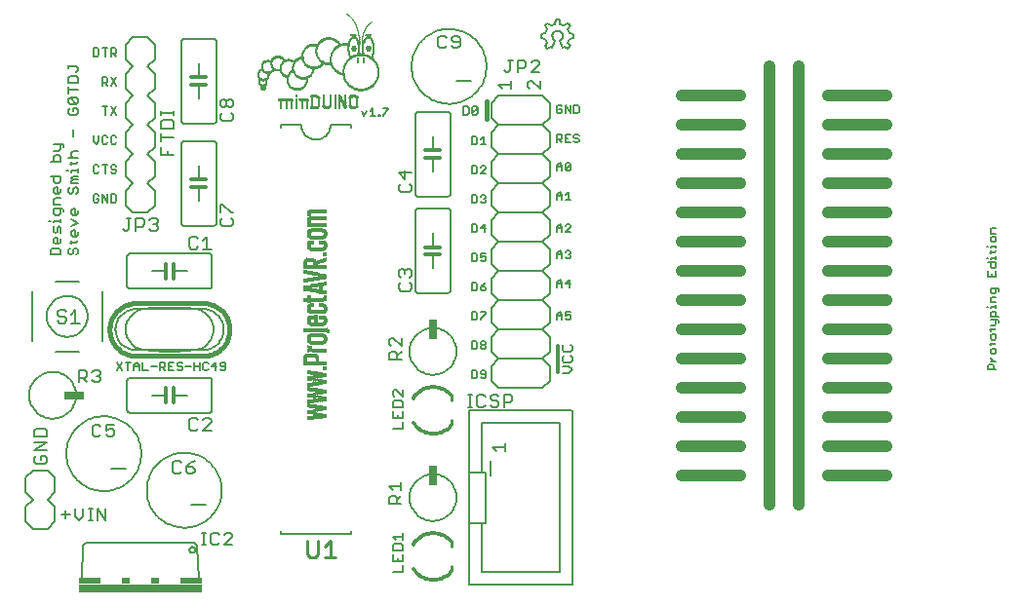
<source format=gto>
G75*
G70*
%OFA0B0*%
%FSLAX24Y24*%
%IPPOS*%
%LPD*%
%AMOC8*
5,1,8,0,0,1.08239X$1,22.5*
%
%ADD10C,0.0050*%
%ADD11C,0.0060*%
%ADD12C,0.0080*%
%ADD13C,0.0160*%
%ADD14C,0.0120*%
%ADD15C,0.0400*%
%ADD16C,0.0090*%
%ADD17R,0.0300X0.0660*%
%ADD18C,0.0010*%
%ADD19C,0.0100*%
%ADD20R,0.0660X0.0300*%
%ADD21R,0.4200X0.0300*%
%ADD22R,0.0750X0.0200*%
%ADD23R,0.0300X0.0200*%
%ADD24C,0.0070*%
%ADD25R,0.0010X0.0100*%
%ADD26R,0.0010X0.0120*%
%ADD27R,0.0010X0.0140*%
%ADD28R,0.0010X0.0150*%
%ADD29R,0.0010X0.0160*%
%ADD30R,0.0010X0.0170*%
%ADD31R,0.0010X0.0130*%
%ADD32R,0.0010X0.0180*%
%ADD33R,0.0010X0.0220*%
%ADD34R,0.0010X0.0240*%
%ADD35R,0.0010X0.0260*%
%ADD36R,0.0010X0.0270*%
%ADD37R,0.0010X0.0280*%
%ADD38R,0.0010X0.0190*%
%ADD39R,0.0010X0.0300*%
%ADD40R,0.0010X0.0200*%
%ADD41R,0.0010X0.0320*%
%ADD42R,0.0010X0.0330*%
%ADD43R,0.0010X0.0340*%
%ADD44R,0.0010X0.0210*%
%ADD45R,0.0010X0.0350*%
%ADD46R,0.0010X0.0400*%
%ADD47R,0.0010X0.0390*%
%ADD48R,0.0010X0.0370*%
%ADD49R,0.0010X0.0230*%
%ADD50R,0.0010X0.0250*%
%ADD51R,0.0010X0.0090*%
%ADD52R,0.0010X0.0110*%
%ADD53R,0.0010X0.0360*%
%ADD54R,0.0010X0.0080*%
%ADD55R,0.0010X0.0290*%
%ADD56R,0.0010X0.0310*%
%ADD57R,0.0010X0.0590*%
%ADD58R,0.0010X0.0580*%
%ADD59R,0.0010X0.0070*%
%ADD60R,0.0010X0.0060*%
%ADD61R,0.0010X0.0040*%
%ADD62R,0.0084X0.0006*%
%ADD63R,0.0084X0.0006*%
%ADD64R,0.0216X0.0006*%
%ADD65R,0.0114X0.0006*%
%ADD66R,0.0240X0.0006*%
%ADD67R,0.0156X0.0006*%
%ADD68R,0.0156X0.0006*%
%ADD69R,0.0252X0.0006*%
%ADD70R,0.0192X0.0006*%
%ADD71R,0.0192X0.0006*%
%ADD72R,0.0084X0.0006*%
%ADD73R,0.0084X0.0006*%
%ADD74R,0.0264X0.0006*%
%ADD75R,0.0210X0.0006*%
%ADD76R,0.0090X0.0006*%
%ADD77R,0.0216X0.0006*%
%ADD78R,0.0276X0.0006*%
%ADD79R,0.0234X0.0006*%
%ADD80R,0.0090X0.0006*%
%ADD81R,0.0282X0.0006*%
%ADD82R,0.0246X0.0006*%
%ADD83R,0.0096X0.0006*%
%ADD84R,0.0288X0.0006*%
%ADD85R,0.0258X0.0006*%
%ADD86R,0.0258X0.0006*%
%ADD87R,0.0294X0.0006*%
%ADD88R,0.0270X0.0006*%
%ADD89R,0.0102X0.0006*%
%ADD90R,0.0300X0.0006*%
%ADD91R,0.0276X0.0006*%
%ADD92R,0.0102X0.0006*%
%ADD93R,0.0276X0.0006*%
%ADD94R,0.0300X0.0006*%
%ADD95R,0.0282X0.0006*%
%ADD96R,0.0108X0.0006*%
%ADD97R,0.0306X0.0006*%
%ADD98R,0.0312X0.0006*%
%ADD99R,0.0306X0.0006*%
%ADD100R,0.0126X0.0006*%
%ADD101R,0.0114X0.0006*%
%ADD102R,0.0114X0.0006*%
%ADD103R,0.0108X0.0006*%
%ADD104R,0.0102X0.0006*%
%ADD105R,0.0120X0.0006*%
%ADD106R,0.0096X0.0006*%
%ADD107R,0.0126X0.0006*%
%ADD108R,0.0132X0.0006*%
%ADD109R,0.0132X0.0006*%
%ADD110R,0.0138X0.0006*%
%ADD111R,0.0144X0.0006*%
%ADD112R,0.0144X0.0006*%
%ADD113R,0.0150X0.0006*%
%ADD114R,0.0156X0.0006*%
%ADD115R,0.0162X0.0006*%
%ADD116R,0.0168X0.0006*%
%ADD117R,0.0168X0.0006*%
%ADD118R,0.0174X0.0006*%
%ADD119R,0.0180X0.0006*%
%ADD120R,0.0096X0.0006*%
%ADD121R,0.0102X0.0006*%
%ADD122R,0.0108X0.0006*%
%ADD123R,0.0174X0.0006*%
%ADD124R,0.0168X0.0006*%
%ADD125R,0.0516X0.0006*%
%ADD126R,0.0324X0.0006*%
%ADD127R,0.0516X0.0006*%
%ADD128R,0.0324X0.0006*%
%ADD129R,0.0510X0.0006*%
%ADD130R,0.0318X0.0006*%
%ADD131R,0.0504X0.0006*%
%ADD132R,0.0498X0.0006*%
%ADD133R,0.0306X0.0006*%
%ADD134R,0.0492X0.0006*%
%ADD135R,0.0186X0.0006*%
%ADD136R,0.0138X0.0006*%
%ADD137R,0.0162X0.0006*%
%ADD138R,0.0078X0.0006*%
%ADD139R,0.0120X0.0006*%
%ADD140R,0.0072X0.0006*%
%ADD141R,0.0060X0.0006*%
%ADD142R,0.0054X0.0006*%
%ADD143R,0.0294X0.0006*%
%ADD144R,0.0252X0.0006*%
%ADD145R,0.0198X0.0006*%
%ADD146R,0.0078X0.0006*%
%ADD147R,0.0348X0.0006*%
%ADD148R,0.0222X0.0006*%
%ADD149R,0.0384X0.0006*%
%ADD150R,0.0258X0.0006*%
%ADD151R,0.0420X0.0006*%
%ADD152R,0.0132X0.0006*%
%ADD153R,0.0450X0.0006*%
%ADD154R,0.0312X0.0006*%
%ADD155R,0.0480X0.0006*%
%ADD156R,0.0336X0.0006*%
%ADD157R,0.0360X0.0006*%
%ADD158R,0.0540X0.0006*%
%ADD159R,0.0384X0.0006*%
%ADD160R,0.0564X0.0006*%
%ADD161R,0.0396X0.0006*%
%ADD162R,0.0210X0.0006*%
%ADD163R,0.0174X0.0006*%
%ADD164R,0.0420X0.0006*%
%ADD165R,0.0072X0.0006*%
%ADD166R,0.0072X0.0006*%
%ADD167R,0.0066X0.0006*%
%ADD168R,0.0066X0.0006*%
%ADD169R,0.0066X0.0006*%
%ADD170R,0.0132X0.0006*%
%ADD171R,0.0156X0.0006*%
%ADD172R,0.0150X0.0006*%
%ADD173R,0.0066X0.0006*%
%ADD174R,0.0114X0.0006*%
%ADD175R,0.0078X0.0006*%
%ADD176R,0.0078X0.0006*%
%ADD177R,0.0198X0.0006*%
%ADD178R,0.0216X0.0006*%
%ADD179R,0.0228X0.0006*%
%ADD180R,0.0072X0.0006*%
%ADD181R,0.0264X0.0006*%
%ADD182R,0.0318X0.0006*%
%ADD183R,0.0348X0.0006*%
%ADD184R,0.0366X0.0006*%
%ADD185R,0.0408X0.0006*%
%ADD186R,0.0426X0.0006*%
%ADD187R,0.0198X0.0006*%
%ADD188R,0.0138X0.0006*%
%ADD189R,0.0138X0.0006*%
%ADD190R,0.0126X0.0006*%
%ADD191R,0.0216X0.0006*%
%ADD192R,0.0108X0.0006*%
%ADD193R,0.0180X0.0006*%
%ADD194R,0.0204X0.0006*%
%ADD195R,0.0192X0.0006*%
%ADD196R,0.0234X0.0006*%
%ADD197R,0.0276X0.0006*%
%ADD198R,0.0288X0.0006*%
%ADD199R,0.0060X0.0006*%
%ADD200R,0.0228X0.0006*%
%ADD201R,0.0252X0.0006*%
%ADD202R,0.0342X0.0006*%
%ADD203R,0.0126X0.0006*%
%ADD204R,0.0330X0.0006*%
%ADD205R,0.0144X0.0006*%
%ADD206R,0.0204X0.0006*%
%ADD207R,0.0348X0.0006*%
%ADD208R,0.0372X0.0006*%
%ADD209R,0.0396X0.0006*%
%ADD210R,0.0438X0.0006*%
%ADD211R,0.0462X0.0006*%
%ADD212R,0.0240X0.0006*%
%ADD213R,0.0378X0.0006*%
%ADD214R,0.0360X0.0006*%
%ADD215R,0.0354X0.0006*%
%ADD216R,0.0342X0.0006*%
%ADD217R,0.0096X0.0006*%
%ADD218R,0.0174X0.0006*%
%ADD219R,0.0018X0.0006*%
%ADD220R,0.0024X0.0006*%
%ADD221R,0.0036X0.0006*%
%ADD222R,0.0036X0.0006*%
%ADD223R,0.0042X0.0006*%
%ADD224R,0.0048X0.0006*%
%ADD225R,0.0318X0.0006*%
%ADD226R,0.0468X0.0006*%
%ADD227R,0.0282X0.0006*%
%ADD228R,0.0378X0.0006*%
%ADD229R,0.0354X0.0006*%
%ADD230R,0.0252X0.0006*%
%ADD231R,0.0048X0.0006*%
%ADD232R,0.0024X0.0006*%
%ADD233R,0.0024X0.0006*%
%ADD234R,0.0336X0.0006*%
%ADD235R,0.0312X0.0006*%
%ADD236R,0.0162X0.0006*%
%ADD237R,0.0162X0.0006*%
%ADD238R,0.0264X0.0006*%
%ADD239R,0.0228X0.0006*%
%ADD240R,0.0540X0.0006*%
%ADD241R,0.0144X0.0006*%
%ADD242R,0.0168X0.0006*%
%ADD243R,0.0186X0.0006*%
%ADD244R,0.0204X0.0006*%
%ADD245R,0.0042X0.0006*%
%ADD246R,0.0036X0.0006*%
%ADD247R,0.0384X0.0006*%
%ADD248R,0.0366X0.0006*%
%ADD249R,0.0222X0.0006*%
%ADD250R,0.0372X0.0006*%
%ADD251R,0.0330X0.0006*%
%ADD252R,0.0390X0.0006*%
%ADD253R,0.0198X0.0006*%
%ADD254R,0.0396X0.0006*%
%ADD255R,0.0030X0.0006*%
%ADD256R,0.0030X0.0006*%
%ADD257R,0.0036X0.0006*%
%ADD258R,0.0474X0.0006*%
%ADD259R,0.0456X0.0006*%
%ADD260R,0.0432X0.0006*%
%ADD261R,0.0324X0.0006*%
%ADD262R,0.0024X0.0006*%
%ADD263R,0.0012X0.0006*%
%ADD264R,0.0006X0.0006*%
%ADD265R,0.0018X0.0006*%
%ADD266R,0.0012X0.0006*%
%ADD267R,0.0048X0.0006*%
%ADD268R,0.0012X0.0006*%
%ADD269R,0.0018X0.0006*%
D10*
X002160Y000950D02*
X002210Y002100D01*
X002310Y002200D01*
X006010Y002200D01*
X006110Y002100D01*
X006160Y000950D01*
X005830Y001960D02*
X005832Y001980D01*
X005838Y001998D01*
X005847Y002016D01*
X005859Y002031D01*
X005874Y002043D01*
X005892Y002052D01*
X005910Y002058D01*
X005930Y002060D01*
X005950Y002058D01*
X005968Y002052D01*
X005986Y002043D01*
X006001Y002031D01*
X006013Y002016D01*
X006022Y001998D01*
X006028Y001980D01*
X006030Y001960D01*
X006028Y001940D01*
X006022Y001922D01*
X006013Y001904D01*
X006001Y001889D01*
X005986Y001877D01*
X005968Y001868D01*
X005950Y001862D01*
X005930Y001860D01*
X005910Y001862D01*
X005892Y001868D01*
X005874Y001877D01*
X005859Y001889D01*
X005847Y001904D01*
X005838Y001922D01*
X005832Y001940D01*
X005830Y001960D01*
X015496Y007825D02*
X015631Y007825D01*
X015676Y007870D01*
X015676Y008050D01*
X015631Y008095D01*
X015496Y008095D01*
X015496Y007825D01*
X015790Y007870D02*
X015835Y007825D01*
X015925Y007825D01*
X015971Y007870D01*
X015971Y008050D01*
X015925Y008095D01*
X015835Y008095D01*
X015790Y008050D01*
X015790Y008005D01*
X015835Y007960D01*
X015971Y007960D01*
X015925Y008825D02*
X015835Y008825D01*
X015790Y008870D01*
X015790Y008915D01*
X015835Y008960D01*
X015925Y008960D01*
X015971Y008915D01*
X015971Y008870D01*
X015925Y008825D01*
X015925Y008960D02*
X015971Y009005D01*
X015971Y009050D01*
X015925Y009095D01*
X015835Y009095D01*
X015790Y009050D01*
X015790Y009005D01*
X015835Y008960D01*
X015676Y008870D02*
X015676Y009050D01*
X015631Y009095D01*
X015496Y009095D01*
X015496Y008825D01*
X015631Y008825D01*
X015676Y008870D01*
X015631Y009825D02*
X015496Y009825D01*
X015496Y010095D01*
X015631Y010095D01*
X015676Y010050D01*
X015676Y009870D01*
X015631Y009825D01*
X015790Y009825D02*
X015790Y009870D01*
X015971Y010050D01*
X015971Y010095D01*
X015790Y010095D01*
X015835Y010825D02*
X015925Y010825D01*
X015971Y010870D01*
X015971Y010915D01*
X015925Y010960D01*
X015790Y010960D01*
X015790Y010870D01*
X015835Y010825D01*
X015790Y010960D02*
X015880Y011050D01*
X015971Y011095D01*
X015676Y011050D02*
X015676Y010870D01*
X015631Y010825D01*
X015496Y010825D01*
X015496Y011095D01*
X015631Y011095D01*
X015676Y011050D01*
X015631Y011825D02*
X015496Y011825D01*
X015496Y012095D01*
X015631Y012095D01*
X015676Y012050D01*
X015676Y011870D01*
X015631Y011825D01*
X015790Y011870D02*
X015835Y011825D01*
X015925Y011825D01*
X015971Y011870D01*
X015971Y011960D01*
X015925Y012005D01*
X015880Y012005D01*
X015790Y011960D01*
X015790Y012095D01*
X015971Y012095D01*
X015925Y012825D02*
X015925Y013095D01*
X015790Y012960D01*
X015971Y012960D01*
X015676Y012870D02*
X015676Y013050D01*
X015631Y013095D01*
X015496Y013095D01*
X015496Y012825D01*
X015631Y012825D01*
X015676Y012870D01*
X015631Y013825D02*
X015496Y013825D01*
X015496Y014095D01*
X015631Y014095D01*
X015676Y014050D01*
X015676Y013870D01*
X015631Y013825D01*
X015790Y013870D02*
X015835Y013825D01*
X015925Y013825D01*
X015971Y013870D01*
X015971Y013915D01*
X015925Y013960D01*
X015880Y013960D01*
X015925Y013960D02*
X015971Y014005D01*
X015971Y014050D01*
X015925Y014095D01*
X015835Y014095D01*
X015790Y014050D01*
X015790Y014825D02*
X015971Y015005D01*
X015971Y015050D01*
X015925Y015095D01*
X015835Y015095D01*
X015790Y015050D01*
X015676Y015050D02*
X015631Y015095D01*
X015496Y015095D01*
X015496Y014825D01*
X015631Y014825D01*
X015676Y014870D01*
X015676Y015050D01*
X015790Y014825D02*
X015971Y014825D01*
X015971Y015825D02*
X015790Y015825D01*
X015880Y015825D02*
X015880Y016095D01*
X015790Y016005D01*
X015676Y016050D02*
X015631Y016095D01*
X015496Y016095D01*
X015496Y015825D01*
X015631Y015825D01*
X015676Y015870D01*
X015676Y016050D01*
X015635Y016852D02*
X015545Y016852D01*
X015500Y016897D01*
X015680Y017077D01*
X015680Y016897D01*
X015635Y016852D01*
X015500Y016897D02*
X015500Y017077D01*
X015545Y017122D01*
X015635Y017122D01*
X015680Y017077D01*
X015386Y017077D02*
X015386Y016897D01*
X015341Y016852D01*
X015206Y016852D01*
X015206Y017122D01*
X015341Y017122D01*
X015386Y017077D01*
X012638Y017075D02*
X012638Y017030D01*
X012458Y016850D01*
X012458Y016805D01*
X012356Y016805D02*
X012311Y016805D01*
X012311Y016850D01*
X012356Y016850D01*
X012356Y016805D01*
X012196Y016805D02*
X012016Y016805D01*
X012106Y016805D02*
X012106Y017075D01*
X012016Y016985D01*
X011902Y016985D02*
X011812Y016805D01*
X011722Y016985D01*
X012458Y017075D02*
X012638Y017075D01*
X018385Y017130D02*
X018385Y016950D01*
X018430Y016905D01*
X018520Y016905D01*
X018565Y016950D01*
X018565Y017040D01*
X018475Y017040D01*
X018385Y017130D02*
X018430Y017175D01*
X018520Y017175D01*
X018565Y017130D01*
X018680Y017175D02*
X018860Y016905D01*
X018860Y017175D01*
X018974Y017175D02*
X019109Y017175D01*
X019154Y017130D01*
X019154Y016950D01*
X019109Y016905D01*
X018974Y016905D01*
X018974Y017175D01*
X018680Y017175D02*
X018680Y016905D01*
X018680Y016175D02*
X018680Y015905D01*
X018860Y015905D01*
X018974Y015950D02*
X019019Y015905D01*
X019109Y015905D01*
X019154Y015950D01*
X019154Y015995D01*
X019109Y016040D01*
X019019Y016040D01*
X018974Y016085D01*
X018974Y016130D01*
X019019Y016175D01*
X019109Y016175D01*
X019154Y016130D01*
X018860Y016175D02*
X018680Y016175D01*
X018565Y016130D02*
X018565Y016040D01*
X018520Y015995D01*
X018385Y015995D01*
X018385Y015905D02*
X018385Y016175D01*
X018520Y016175D01*
X018565Y016130D01*
X018680Y016040D02*
X018770Y016040D01*
X018565Y015905D02*
X018475Y015995D01*
X018486Y015195D02*
X018576Y015105D01*
X018576Y014925D01*
X018690Y014970D02*
X018871Y015150D01*
X018871Y014970D01*
X018825Y014925D01*
X018735Y014925D01*
X018690Y014970D01*
X018690Y015150D01*
X018735Y015195D01*
X018825Y015195D01*
X018871Y015150D01*
X018576Y015060D02*
X018396Y015060D01*
X018396Y015105D02*
X018396Y014925D01*
X018396Y015105D02*
X018486Y015195D01*
X018486Y014195D02*
X018576Y014105D01*
X018576Y013925D01*
X018690Y013925D02*
X018871Y013925D01*
X018780Y013925D02*
X018780Y014195D01*
X018690Y014105D01*
X018576Y014060D02*
X018396Y014060D01*
X018396Y014105D02*
X018486Y014195D01*
X018396Y014105D02*
X018396Y013925D01*
X018486Y013095D02*
X018576Y013005D01*
X018576Y012825D01*
X018690Y012825D02*
X018871Y013005D01*
X018871Y013050D01*
X018825Y013095D01*
X018735Y013095D01*
X018690Y013050D01*
X018576Y012960D02*
X018396Y012960D01*
X018396Y013005D02*
X018486Y013095D01*
X018396Y013005D02*
X018396Y012825D01*
X018690Y012825D02*
X018871Y012825D01*
X018825Y012195D02*
X018871Y012150D01*
X018871Y012105D01*
X018825Y012060D01*
X018871Y012015D01*
X018871Y011970D01*
X018825Y011925D01*
X018735Y011925D01*
X018690Y011970D01*
X018576Y011925D02*
X018576Y012105D01*
X018486Y012195D01*
X018396Y012105D01*
X018396Y011925D01*
X018396Y012060D02*
X018576Y012060D01*
X018690Y012150D02*
X018735Y012195D01*
X018825Y012195D01*
X018825Y012060D02*
X018780Y012060D01*
X018825Y011195D02*
X018690Y011060D01*
X018871Y011060D01*
X018825Y010925D02*
X018825Y011195D01*
X018576Y011105D02*
X018576Y010925D01*
X018576Y011060D02*
X018396Y011060D01*
X018396Y011105D02*
X018486Y011195D01*
X018576Y011105D01*
X018396Y011105D02*
X018396Y010925D01*
X018486Y010095D02*
X018576Y010005D01*
X018576Y009825D01*
X018690Y009870D02*
X018735Y009825D01*
X018825Y009825D01*
X018871Y009870D01*
X018871Y009960D01*
X018825Y010005D01*
X018780Y010005D01*
X018690Y009960D01*
X018690Y010095D01*
X018871Y010095D01*
X018576Y009960D02*
X018396Y009960D01*
X018396Y010005D02*
X018486Y010095D01*
X018396Y010005D02*
X018396Y009825D01*
X007071Y008330D02*
X007071Y008150D01*
X007025Y008105D01*
X006935Y008105D01*
X006890Y008150D01*
X006935Y008240D02*
X007071Y008240D01*
X007071Y008330D02*
X007025Y008375D01*
X006935Y008375D01*
X006890Y008330D01*
X006890Y008285D01*
X006935Y008240D01*
X006776Y008240D02*
X006596Y008240D01*
X006731Y008375D01*
X006731Y008105D01*
X006481Y008150D02*
X006436Y008105D01*
X006346Y008105D01*
X006301Y008150D01*
X006301Y008330D01*
X006346Y008375D01*
X006436Y008375D01*
X006481Y008330D01*
X006187Y008375D02*
X006187Y008105D01*
X006187Y008240D02*
X006006Y008240D01*
X005892Y008240D02*
X005712Y008240D01*
X005597Y008195D02*
X005597Y008150D01*
X005552Y008105D01*
X005462Y008105D01*
X005417Y008150D01*
X005462Y008240D02*
X005552Y008240D01*
X005597Y008195D01*
X005597Y008330D02*
X005552Y008375D01*
X005462Y008375D01*
X005417Y008330D01*
X005417Y008285D01*
X005462Y008240D01*
X005303Y008105D02*
X005122Y008105D01*
X005122Y008375D01*
X005303Y008375D01*
X005213Y008240D02*
X005122Y008240D01*
X005008Y008240D02*
X005008Y008330D01*
X004963Y008375D01*
X004828Y008375D01*
X004828Y008105D01*
X004828Y008195D02*
X004963Y008195D01*
X005008Y008240D01*
X004918Y008195D02*
X005008Y008105D01*
X004713Y008240D02*
X004533Y008240D01*
X004419Y008105D02*
X004238Y008105D01*
X004238Y008375D01*
X004124Y008285D02*
X004124Y008105D01*
X004124Y008240D02*
X003944Y008240D01*
X003944Y008285D02*
X003944Y008105D01*
X003944Y008285D02*
X004034Y008375D01*
X004124Y008285D01*
X003829Y008375D02*
X003649Y008375D01*
X003739Y008375D02*
X003739Y008105D01*
X003535Y008105D02*
X003355Y008375D01*
X003535Y008375D02*
X003355Y008105D01*
X002084Y009715D02*
X001784Y009715D01*
X001934Y009715D02*
X001934Y010166D01*
X001784Y010016D01*
X001624Y010091D02*
X001549Y010166D01*
X001398Y010166D01*
X001323Y010091D01*
X001323Y010016D01*
X001398Y009941D01*
X001549Y009941D01*
X001624Y009866D01*
X001624Y009790D01*
X001549Y009715D01*
X001398Y009715D01*
X001323Y009790D01*
X006006Y008375D02*
X006006Y008105D01*
X003285Y013852D02*
X003330Y013897D01*
X003330Y014077D01*
X003285Y014122D01*
X003150Y014122D01*
X003150Y013852D01*
X003285Y013852D01*
X003036Y013852D02*
X003036Y014122D01*
X002856Y014122D02*
X003036Y013852D01*
X002856Y013852D02*
X002856Y014122D01*
X002741Y014077D02*
X002696Y014122D01*
X002606Y014122D01*
X002561Y014077D01*
X002561Y013897D01*
X002606Y013852D01*
X002696Y013852D01*
X002741Y013897D01*
X002741Y013987D01*
X002651Y013987D01*
X002696Y014852D02*
X002741Y014897D01*
X002696Y014852D02*
X002606Y014852D01*
X002561Y014897D01*
X002561Y015077D01*
X002606Y015122D01*
X002696Y015122D01*
X002741Y015077D01*
X002856Y015122D02*
X003036Y015122D01*
X002946Y015122D02*
X002946Y014852D01*
X003150Y014897D02*
X003195Y014852D01*
X003285Y014852D01*
X003330Y014897D01*
X003330Y014942D01*
X003285Y014987D01*
X003195Y014987D01*
X003150Y015032D01*
X003150Y015077D01*
X003195Y015122D01*
X003285Y015122D01*
X003330Y015077D01*
X003285Y015852D02*
X003330Y015897D01*
X003285Y015852D02*
X003195Y015852D01*
X003150Y015897D01*
X003150Y016077D01*
X003195Y016122D01*
X003285Y016122D01*
X003330Y016077D01*
X003036Y016077D02*
X002991Y016122D01*
X002901Y016122D01*
X002856Y016077D01*
X002856Y015897D01*
X002901Y015852D01*
X002991Y015852D01*
X003036Y015897D01*
X002741Y015942D02*
X002741Y016122D01*
X002561Y016122D02*
X002561Y015942D01*
X002651Y015852D01*
X002741Y015942D01*
X002946Y016852D02*
X002946Y017122D01*
X002856Y017122D02*
X003036Y017122D01*
X003150Y017122D02*
X003330Y016852D01*
X003150Y016852D02*
X003330Y017122D01*
X003330Y017852D02*
X003150Y018122D01*
X003036Y018077D02*
X003036Y017987D01*
X002991Y017942D01*
X002856Y017942D01*
X002946Y017942D02*
X003036Y017852D01*
X003150Y017852D02*
X003330Y018122D01*
X003036Y018077D02*
X002991Y018122D01*
X002856Y018122D01*
X002856Y017852D01*
X002946Y018852D02*
X002946Y019122D01*
X002856Y019122D02*
X003036Y019122D01*
X003150Y019122D02*
X003150Y018852D01*
X003150Y018942D02*
X003285Y018942D01*
X003330Y018987D01*
X003330Y019077D01*
X003285Y019122D01*
X003150Y019122D01*
X003240Y018942D02*
X003330Y018852D01*
X002741Y018897D02*
X002741Y019077D01*
X002696Y019122D01*
X002561Y019122D01*
X002561Y018852D01*
X002696Y018852D01*
X002741Y018897D01*
X033090Y012342D02*
X033135Y012342D01*
X033225Y012342D02*
X033405Y012342D01*
X033405Y012297D02*
X033405Y012387D01*
X033360Y012493D02*
X033405Y012539D01*
X033405Y012629D01*
X033360Y012674D01*
X033270Y012674D01*
X033225Y012629D01*
X033225Y012539D01*
X033270Y012493D01*
X033360Y012493D01*
X033225Y012342D02*
X033225Y012297D01*
X033225Y012191D02*
X033225Y012101D01*
X033180Y012146D02*
X033360Y012146D01*
X033405Y012191D01*
X033405Y011994D02*
X033405Y011904D01*
X033405Y011949D02*
X033225Y011949D01*
X033225Y011904D01*
X033135Y011949D02*
X033090Y011949D01*
X033135Y011790D02*
X033405Y011790D01*
X033405Y011655D01*
X033360Y011610D01*
X033270Y011610D01*
X033225Y011655D01*
X033225Y011790D01*
X033135Y011495D02*
X033135Y011315D01*
X033405Y011315D01*
X033405Y011495D01*
X033270Y011405D02*
X033270Y011315D01*
X033225Y010906D02*
X033225Y010771D01*
X033270Y010726D01*
X033360Y010726D01*
X033405Y010771D01*
X033405Y010906D01*
X033450Y010906D02*
X033225Y010906D01*
X033450Y010906D02*
X033495Y010861D01*
X033495Y010816D01*
X033405Y010611D02*
X033270Y010611D01*
X033225Y010566D01*
X033225Y010431D01*
X033405Y010431D01*
X033405Y010325D02*
X033405Y010234D01*
X033405Y010280D02*
X033225Y010280D01*
X033225Y010234D01*
X033135Y010280D02*
X033090Y010280D01*
X033270Y010120D02*
X033360Y010120D01*
X033405Y010075D01*
X033405Y009940D01*
X033495Y009940D02*
X033225Y009940D01*
X033225Y010075D01*
X033270Y010120D01*
X033225Y009825D02*
X033450Y009825D01*
X033495Y009780D01*
X033495Y009735D01*
X033405Y009690D02*
X033405Y009825D01*
X033405Y009690D02*
X033360Y009645D01*
X033225Y009645D01*
X033225Y009539D02*
X033225Y009449D01*
X033180Y009494D02*
X033360Y009494D01*
X033405Y009539D01*
X033360Y009334D02*
X033270Y009334D01*
X033225Y009289D01*
X033225Y009199D01*
X033270Y009154D01*
X033360Y009154D01*
X033405Y009199D01*
X033405Y009289D01*
X033360Y009334D01*
X033405Y009048D02*
X033360Y009003D01*
X033180Y009003D01*
X033225Y008958D02*
X033225Y009048D01*
X033270Y008843D02*
X033225Y008798D01*
X033225Y008708D01*
X033270Y008663D01*
X033360Y008663D01*
X033405Y008708D01*
X033405Y008798D01*
X033360Y008843D01*
X033270Y008843D01*
X033225Y008553D02*
X033225Y008508D01*
X033315Y008417D01*
X033405Y008417D02*
X033225Y008417D01*
X033270Y008303D02*
X033315Y008258D01*
X033315Y008123D01*
X033405Y008123D02*
X033135Y008123D01*
X033135Y008258D01*
X033180Y008303D01*
X033270Y008303D01*
X033225Y012788D02*
X033225Y012923D01*
X033270Y012968D01*
X033405Y012968D01*
X033405Y012788D02*
X033225Y012788D01*
D11*
X018970Y019480D02*
X018830Y019450D01*
X018770Y019320D01*
X018860Y019190D01*
X018770Y019100D01*
X018650Y019180D01*
X018590Y019150D01*
X018500Y019380D01*
X018340Y019380D02*
X018240Y019150D01*
X018190Y019180D01*
X018070Y019100D01*
X017980Y019190D01*
X018060Y019320D01*
X018010Y019450D01*
X017860Y019480D01*
X017860Y019610D01*
X018010Y019630D01*
X018070Y019760D01*
X017980Y019890D01*
X018070Y019980D01*
X018200Y019890D01*
X018320Y019940D01*
X018350Y020100D01*
X018480Y020100D01*
X018510Y019940D01*
X018630Y019890D01*
X018770Y019980D01*
X018860Y019890D01*
X018770Y019760D01*
X018820Y019640D01*
X018970Y019610D01*
X018970Y019480D01*
X018500Y019380D02*
X018522Y019393D01*
X018542Y019409D01*
X018560Y019428D01*
X018575Y019450D01*
X018586Y019473D01*
X018594Y019498D01*
X018598Y019523D01*
X018599Y019549D01*
X018596Y019575D01*
X018589Y019600D01*
X018578Y019623D01*
X018565Y019645D01*
X018548Y019665D01*
X018529Y019682D01*
X018507Y019697D01*
X018483Y019707D01*
X018459Y019715D01*
X018433Y019719D01*
X018407Y019719D01*
X018381Y019715D01*
X018357Y019707D01*
X018333Y019697D01*
X018311Y019682D01*
X018292Y019665D01*
X018275Y019645D01*
X018262Y019623D01*
X018251Y019600D01*
X018244Y019575D01*
X018241Y019549D01*
X018242Y019523D01*
X018246Y019498D01*
X018254Y019473D01*
X018265Y019450D01*
X018280Y019428D01*
X018298Y019409D01*
X018318Y019393D01*
X018340Y019380D01*
X017910Y017500D02*
X016410Y017500D01*
X016160Y017250D01*
X016160Y016750D01*
X016410Y016500D01*
X017910Y016500D01*
X018160Y016250D01*
X018160Y015750D01*
X017910Y015500D01*
X016410Y015500D01*
X016160Y015250D01*
X016160Y014750D01*
X016410Y014500D01*
X017910Y014500D01*
X018160Y014250D01*
X018160Y013750D01*
X017910Y013500D01*
X016410Y013500D01*
X016160Y013250D01*
X016160Y012750D01*
X016410Y012500D01*
X017910Y012500D01*
X018160Y012250D01*
X018160Y011750D01*
X017910Y011500D01*
X016410Y011500D01*
X016160Y011250D01*
X016160Y010750D01*
X016410Y010500D01*
X017910Y010500D01*
X018160Y010250D01*
X018160Y009750D01*
X017910Y009500D01*
X016410Y009500D01*
X016160Y009750D01*
X016160Y010250D01*
X016410Y010500D01*
X017910Y010500D02*
X018160Y010750D01*
X018160Y011250D01*
X017910Y011500D01*
X016410Y011500D02*
X016160Y011750D01*
X016160Y012250D01*
X016410Y012500D01*
X017910Y012500D02*
X018160Y012750D01*
X018160Y013250D01*
X017910Y013500D01*
X016410Y013500D02*
X016160Y013750D01*
X016160Y014250D01*
X016410Y014500D01*
X017910Y014500D02*
X018160Y014750D01*
X018160Y015250D01*
X017910Y015500D01*
X017910Y016500D02*
X018160Y016750D01*
X018160Y017250D01*
X017910Y017500D01*
X016410Y016500D02*
X016160Y016250D01*
X016160Y015750D01*
X016410Y015500D01*
X014760Y014150D02*
X014760Y016850D01*
X014758Y016867D01*
X014754Y016884D01*
X014747Y016900D01*
X014737Y016914D01*
X014724Y016927D01*
X014710Y016937D01*
X014694Y016944D01*
X014677Y016948D01*
X014660Y016950D01*
X013660Y016950D01*
X013643Y016948D01*
X013626Y016944D01*
X013610Y016937D01*
X013596Y016927D01*
X013583Y016914D01*
X013573Y016900D01*
X013566Y016884D01*
X013562Y016867D01*
X013560Y016850D01*
X013560Y014150D01*
X013562Y014133D01*
X013566Y014116D01*
X013573Y014100D01*
X013583Y014086D01*
X013596Y014073D01*
X013610Y014063D01*
X013626Y014056D01*
X013643Y014052D01*
X013660Y014050D01*
X014660Y014050D01*
X014677Y014052D01*
X014694Y014056D01*
X014710Y014063D01*
X014724Y014073D01*
X014737Y014086D01*
X014747Y014100D01*
X014754Y014116D01*
X014758Y014133D01*
X014760Y014150D01*
X014660Y013650D02*
X013660Y013650D01*
X013643Y013648D01*
X013626Y013644D01*
X013610Y013637D01*
X013596Y013627D01*
X013583Y013614D01*
X013573Y013600D01*
X013566Y013584D01*
X013562Y013567D01*
X013560Y013550D01*
X013560Y010850D01*
X013562Y010833D01*
X013566Y010816D01*
X013573Y010800D01*
X013583Y010786D01*
X013596Y010773D01*
X013610Y010763D01*
X013626Y010756D01*
X013643Y010752D01*
X013660Y010750D01*
X014660Y010750D01*
X014677Y010752D01*
X014694Y010756D01*
X014710Y010763D01*
X014724Y010773D01*
X014737Y010786D01*
X014747Y010800D01*
X014754Y010816D01*
X014758Y010833D01*
X014760Y010850D01*
X014760Y013550D01*
X014758Y013567D01*
X014754Y013584D01*
X014747Y013600D01*
X014737Y013614D01*
X014724Y013627D01*
X014710Y013637D01*
X014694Y013644D01*
X014677Y013648D01*
X014660Y013650D01*
X014160Y012800D02*
X014160Y012320D01*
X014160Y012070D02*
X014160Y011600D01*
X016410Y009500D02*
X016160Y009250D01*
X016160Y008750D01*
X016410Y008500D01*
X016160Y008250D01*
X016160Y007750D01*
X016410Y007500D01*
X017910Y007500D01*
X018160Y007750D01*
X018160Y008250D01*
X017910Y008500D01*
X016410Y008500D01*
X017910Y008500D02*
X018160Y008750D01*
X018160Y009250D01*
X017910Y009500D01*
X018580Y008922D02*
X018580Y008808D01*
X018636Y008752D01*
X018863Y008752D01*
X018920Y008808D01*
X018920Y008922D01*
X018863Y008979D01*
X018636Y008979D02*
X018580Y008922D01*
X018636Y008610D02*
X018580Y008554D01*
X018580Y008440D01*
X018636Y008383D01*
X018863Y008383D01*
X018920Y008440D01*
X018920Y008554D01*
X018863Y008610D01*
X018807Y008242D02*
X018580Y008242D01*
X018807Y008242D02*
X018920Y008128D01*
X018807Y008015D01*
X018580Y008015D01*
X013360Y008750D02*
X013362Y008806D01*
X013368Y008863D01*
X013378Y008918D01*
X013392Y008973D01*
X013409Y009027D01*
X013431Y009079D01*
X013456Y009129D01*
X013484Y009178D01*
X013516Y009225D01*
X013551Y009269D01*
X013589Y009311D01*
X013630Y009350D01*
X013674Y009385D01*
X013720Y009418D01*
X013768Y009447D01*
X013818Y009473D01*
X013870Y009496D01*
X013924Y009514D01*
X013978Y009529D01*
X014033Y009540D01*
X014089Y009547D01*
X014146Y009550D01*
X014202Y009549D01*
X014259Y009544D01*
X014314Y009535D01*
X014369Y009522D01*
X014423Y009505D01*
X014476Y009485D01*
X014527Y009461D01*
X014576Y009433D01*
X014623Y009402D01*
X014668Y009368D01*
X014711Y009330D01*
X014750Y009290D01*
X014787Y009247D01*
X014820Y009202D01*
X014850Y009154D01*
X014877Y009104D01*
X014900Y009053D01*
X014920Y009000D01*
X014936Y008946D01*
X014948Y008890D01*
X014956Y008835D01*
X014960Y008778D01*
X014960Y008722D01*
X014956Y008665D01*
X014948Y008610D01*
X014936Y008554D01*
X014920Y008500D01*
X014900Y008447D01*
X014877Y008396D01*
X014850Y008346D01*
X014820Y008298D01*
X014787Y008253D01*
X014750Y008210D01*
X014711Y008170D01*
X014668Y008132D01*
X014623Y008098D01*
X014576Y008067D01*
X014527Y008039D01*
X014476Y008015D01*
X014423Y007995D01*
X014369Y007978D01*
X014314Y007965D01*
X014259Y007956D01*
X014202Y007951D01*
X014146Y007950D01*
X014089Y007953D01*
X014033Y007960D01*
X013978Y007971D01*
X013924Y007986D01*
X013870Y008004D01*
X013818Y008027D01*
X013768Y008053D01*
X013720Y008082D01*
X013674Y008115D01*
X013630Y008150D01*
X013589Y008189D01*
X013551Y008231D01*
X013516Y008275D01*
X013484Y008322D01*
X013456Y008371D01*
X013431Y008421D01*
X013409Y008473D01*
X013392Y008527D01*
X013378Y008582D01*
X013368Y008637D01*
X013362Y008694D01*
X013360Y008750D01*
X013125Y007434D02*
X013125Y007208D01*
X012898Y007434D01*
X012841Y007434D01*
X012785Y007378D01*
X012785Y007264D01*
X012841Y007208D01*
X012841Y007066D02*
X012785Y007009D01*
X012785Y006839D01*
X013125Y006839D01*
X013125Y007009D01*
X013068Y007066D01*
X012841Y007066D01*
X012785Y006698D02*
X012785Y006471D01*
X013125Y006471D01*
X013125Y006698D01*
X012955Y006584D02*
X012955Y006471D01*
X013125Y006329D02*
X013125Y006103D01*
X012785Y006103D01*
X013360Y003750D02*
X013362Y003806D01*
X013368Y003863D01*
X013378Y003918D01*
X013392Y003973D01*
X013409Y004027D01*
X013431Y004079D01*
X013456Y004129D01*
X013484Y004178D01*
X013516Y004225D01*
X013551Y004269D01*
X013589Y004311D01*
X013630Y004350D01*
X013674Y004385D01*
X013720Y004418D01*
X013768Y004447D01*
X013818Y004473D01*
X013870Y004496D01*
X013924Y004514D01*
X013978Y004529D01*
X014033Y004540D01*
X014089Y004547D01*
X014146Y004550D01*
X014202Y004549D01*
X014259Y004544D01*
X014314Y004535D01*
X014369Y004522D01*
X014423Y004505D01*
X014476Y004485D01*
X014527Y004461D01*
X014576Y004433D01*
X014623Y004402D01*
X014668Y004368D01*
X014711Y004330D01*
X014750Y004290D01*
X014787Y004247D01*
X014820Y004202D01*
X014850Y004154D01*
X014877Y004104D01*
X014900Y004053D01*
X014920Y004000D01*
X014936Y003946D01*
X014948Y003890D01*
X014956Y003835D01*
X014960Y003778D01*
X014960Y003722D01*
X014956Y003665D01*
X014948Y003610D01*
X014936Y003554D01*
X014920Y003500D01*
X014900Y003447D01*
X014877Y003396D01*
X014850Y003346D01*
X014820Y003298D01*
X014787Y003253D01*
X014750Y003210D01*
X014711Y003170D01*
X014668Y003132D01*
X014623Y003098D01*
X014576Y003067D01*
X014527Y003039D01*
X014476Y003015D01*
X014423Y002995D01*
X014369Y002978D01*
X014314Y002965D01*
X014259Y002956D01*
X014202Y002951D01*
X014146Y002950D01*
X014089Y002953D01*
X014033Y002960D01*
X013978Y002971D01*
X013924Y002986D01*
X013870Y003004D01*
X013818Y003027D01*
X013768Y003053D01*
X013720Y003082D01*
X013674Y003115D01*
X013630Y003150D01*
X013589Y003189D01*
X013551Y003231D01*
X013516Y003275D01*
X013484Y003322D01*
X013456Y003371D01*
X013431Y003421D01*
X013409Y003473D01*
X013392Y003527D01*
X013378Y003582D01*
X013368Y003637D01*
X013362Y003694D01*
X013360Y003750D01*
X013122Y002534D02*
X013122Y002307D01*
X013122Y002421D02*
X012782Y002421D01*
X012895Y002307D01*
X012839Y002166D02*
X012782Y002109D01*
X012782Y001939D01*
X013122Y001939D01*
X013122Y002109D01*
X013065Y002166D01*
X012839Y002166D01*
X012782Y001797D02*
X012782Y001571D01*
X013122Y001571D01*
X013122Y001797D01*
X012952Y001684D02*
X012952Y001571D01*
X013122Y001429D02*
X013122Y001202D01*
X012782Y001202D01*
X006610Y006750D02*
X006610Y007750D01*
X006608Y007767D01*
X006604Y007784D01*
X006597Y007800D01*
X006587Y007814D01*
X006574Y007827D01*
X006560Y007837D01*
X006544Y007844D01*
X006527Y007848D01*
X006510Y007850D01*
X003810Y007850D01*
X003793Y007848D01*
X003776Y007844D01*
X003760Y007837D01*
X003746Y007827D01*
X003733Y007814D01*
X003723Y007800D01*
X003716Y007784D01*
X003712Y007767D01*
X003710Y007750D01*
X003710Y006750D01*
X003712Y006733D01*
X003716Y006716D01*
X003723Y006700D01*
X003733Y006686D01*
X003746Y006673D01*
X003760Y006663D01*
X003776Y006656D01*
X003793Y006652D01*
X003810Y006650D01*
X006510Y006650D01*
X006527Y006652D01*
X006544Y006656D01*
X006560Y006663D01*
X006574Y006673D01*
X006587Y006686D01*
X006597Y006700D01*
X006604Y006716D01*
X006608Y006733D01*
X006610Y006750D01*
X005760Y007250D02*
X005290Y007250D01*
X005040Y007250D02*
X004560Y007250D01*
X004010Y008800D02*
X006310Y008800D01*
X006361Y008802D01*
X006412Y008807D01*
X006462Y008817D01*
X006512Y008830D01*
X006560Y008846D01*
X006607Y008866D01*
X006653Y008890D01*
X006696Y008916D01*
X006738Y008946D01*
X006777Y008979D01*
X006814Y009014D01*
X006848Y009052D01*
X006879Y009093D01*
X006908Y009135D01*
X006933Y009180D01*
X006954Y009226D01*
X006973Y009274D01*
X006987Y009323D01*
X006998Y009373D01*
X007006Y009423D01*
X007010Y009474D01*
X007010Y009526D01*
X007006Y009577D01*
X006998Y009627D01*
X006987Y009677D01*
X006973Y009726D01*
X006954Y009774D01*
X006933Y009820D01*
X006908Y009865D01*
X006879Y009907D01*
X006848Y009948D01*
X006814Y009986D01*
X006777Y010021D01*
X006738Y010054D01*
X006696Y010084D01*
X006653Y010110D01*
X006607Y010134D01*
X006560Y010154D01*
X006512Y010170D01*
X006462Y010183D01*
X006412Y010193D01*
X006361Y010198D01*
X006310Y010200D01*
X004010Y010200D01*
X003810Y010900D02*
X006510Y010900D01*
X006527Y010902D01*
X006544Y010906D01*
X006560Y010913D01*
X006574Y010923D01*
X006587Y010936D01*
X006597Y010950D01*
X006604Y010966D01*
X006608Y010983D01*
X006610Y011000D01*
X006610Y012000D01*
X006608Y012017D01*
X006604Y012034D01*
X006597Y012050D01*
X006587Y012064D01*
X006574Y012077D01*
X006560Y012087D01*
X006544Y012094D01*
X006527Y012098D01*
X006510Y012100D01*
X003810Y012100D01*
X003793Y012098D01*
X003776Y012094D01*
X003760Y012087D01*
X003746Y012077D01*
X003733Y012064D01*
X003723Y012050D01*
X003716Y012034D01*
X003712Y012017D01*
X003710Y012000D01*
X003710Y011000D01*
X003712Y010983D01*
X003716Y010966D01*
X003723Y010950D01*
X003733Y010936D01*
X003746Y010923D01*
X003760Y010913D01*
X003776Y010906D01*
X003793Y010902D01*
X003810Y010900D01*
X004560Y011500D02*
X005030Y011500D01*
X005280Y011500D02*
X005760Y011500D01*
X005660Y013050D02*
X006660Y013050D01*
X006677Y013052D01*
X006694Y013056D01*
X006710Y013063D01*
X006724Y013073D01*
X006737Y013086D01*
X006747Y013100D01*
X006754Y013116D01*
X006758Y013133D01*
X006760Y013150D01*
X006760Y015850D01*
X006758Y015867D01*
X006754Y015884D01*
X006747Y015900D01*
X006737Y015914D01*
X006724Y015927D01*
X006710Y015937D01*
X006694Y015944D01*
X006677Y015948D01*
X006660Y015950D01*
X005660Y015950D01*
X005643Y015948D01*
X005626Y015944D01*
X005610Y015937D01*
X005596Y015927D01*
X005583Y015914D01*
X005573Y015900D01*
X005566Y015884D01*
X005562Y015867D01*
X005560Y015850D01*
X005560Y013150D01*
X005562Y013133D01*
X005566Y013116D01*
X005573Y013100D01*
X005583Y013086D01*
X005596Y013073D01*
X005610Y013063D01*
X005626Y013056D01*
X005643Y013052D01*
X005660Y013050D01*
X006160Y013900D02*
X006160Y014380D01*
X006160Y014630D02*
X006160Y015100D01*
X005660Y016550D02*
X006660Y016550D01*
X006677Y016552D01*
X006694Y016556D01*
X006710Y016563D01*
X006724Y016573D01*
X006737Y016586D01*
X006747Y016600D01*
X006754Y016616D01*
X006758Y016633D01*
X006760Y016650D01*
X006760Y019350D01*
X006758Y019367D01*
X006754Y019384D01*
X006747Y019400D01*
X006737Y019414D01*
X006724Y019427D01*
X006710Y019437D01*
X006694Y019444D01*
X006677Y019448D01*
X006660Y019450D01*
X005660Y019450D01*
X005643Y019448D01*
X005626Y019444D01*
X005610Y019437D01*
X005596Y019427D01*
X005583Y019414D01*
X005573Y019400D01*
X005566Y019384D01*
X005562Y019367D01*
X005560Y019350D01*
X005560Y016650D01*
X005562Y016633D01*
X005566Y016616D01*
X005573Y016600D01*
X005583Y016586D01*
X005596Y016573D01*
X005610Y016563D01*
X005626Y016556D01*
X005643Y016552D01*
X005660Y016550D01*
X006160Y017400D02*
X006160Y017880D01*
X006160Y018130D02*
X006160Y018600D01*
X002030Y018433D02*
X002030Y018376D01*
X001973Y018319D01*
X002030Y018433D02*
X001973Y018490D01*
X001690Y018490D01*
X001690Y018546D02*
X001690Y018433D01*
X001746Y018178D02*
X001690Y018121D01*
X001690Y017951D01*
X002030Y017951D01*
X002030Y018121D01*
X001973Y018178D01*
X001746Y018178D01*
X001690Y017810D02*
X001690Y017583D01*
X001690Y017696D02*
X002030Y017696D01*
X001973Y017441D02*
X002030Y017385D01*
X002030Y017271D01*
X001973Y017215D01*
X001746Y017441D01*
X001973Y017441D01*
X001973Y017215D02*
X001746Y017215D01*
X001690Y017271D01*
X001690Y017385D01*
X001746Y017441D01*
X001746Y017073D02*
X001690Y017016D01*
X001690Y016903D01*
X001746Y016846D01*
X001973Y016846D01*
X002030Y016903D01*
X002030Y017016D01*
X001973Y017073D01*
X001860Y017073D01*
X001860Y016960D01*
X001860Y016336D02*
X001860Y016110D01*
X001543Y015789D02*
X001543Y015732D01*
X001543Y015789D02*
X001487Y015845D01*
X001203Y015845D01*
X001203Y015619D02*
X001373Y015619D01*
X001430Y015675D01*
X001430Y015845D01*
X001803Y015543D02*
X001860Y015600D01*
X002030Y015600D01*
X002030Y015373D02*
X001690Y015373D01*
X001803Y015430D02*
X001803Y015543D01*
X001803Y015430D02*
X001860Y015373D01*
X001803Y015241D02*
X001803Y015127D01*
X001746Y015184D02*
X001973Y015184D01*
X002030Y015241D01*
X002030Y014995D02*
X002030Y014882D01*
X002030Y014939D02*
X001803Y014939D01*
X001803Y014882D01*
X001690Y014939D02*
X001633Y014939D01*
X001430Y014740D02*
X001090Y014740D01*
X001203Y014740D02*
X001203Y014570D01*
X001260Y014514D01*
X001373Y014514D01*
X001430Y014570D01*
X001430Y014740D01*
X001803Y014684D02*
X001860Y014627D01*
X002030Y014627D01*
X002030Y014740D02*
X001860Y014740D01*
X001803Y014684D01*
X001860Y014627D02*
X001803Y014570D01*
X001803Y014514D01*
X002030Y014514D01*
X001973Y014372D02*
X002030Y014315D01*
X002030Y014202D01*
X001973Y014145D01*
X001860Y014202D02*
X001860Y014315D01*
X001917Y014372D01*
X001973Y014372D01*
X001860Y014202D02*
X001803Y014145D01*
X001746Y014145D01*
X001690Y014202D01*
X001690Y014315D01*
X001746Y014372D01*
X001430Y014315D02*
X001430Y014202D01*
X001373Y014145D01*
X001260Y014145D01*
X001203Y014202D01*
X001203Y014315D01*
X001260Y014372D01*
X001317Y014372D01*
X001317Y014145D01*
X001260Y014004D02*
X001430Y014004D01*
X001260Y014004D02*
X001203Y013947D01*
X001203Y013777D01*
X001430Y013777D01*
X001430Y013635D02*
X001430Y013465D01*
X001373Y013409D01*
X001260Y013409D01*
X001203Y013465D01*
X001203Y013635D01*
X001487Y013635D01*
X001543Y013579D01*
X001543Y013522D01*
X001803Y013465D02*
X001860Y013409D01*
X001973Y013409D01*
X002030Y013465D01*
X002030Y013579D01*
X001917Y013635D02*
X001917Y013409D01*
X001803Y013465D02*
X001803Y013579D01*
X001860Y013635D01*
X001917Y013635D01*
X001803Y013267D02*
X002030Y013154D01*
X001803Y013040D01*
X001860Y012899D02*
X001917Y012899D01*
X001917Y012672D01*
X001973Y012672D02*
X001860Y012672D01*
X001803Y012729D01*
X001803Y012842D01*
X001860Y012899D01*
X002030Y012842D02*
X002030Y012729D01*
X001973Y012672D01*
X002030Y012540D02*
X001973Y012483D01*
X001746Y012483D01*
X001803Y012426D02*
X001803Y012540D01*
X001746Y012285D02*
X001690Y012228D01*
X001690Y012115D01*
X001746Y012058D01*
X001803Y012058D01*
X001860Y012115D01*
X001860Y012228D01*
X001917Y012285D01*
X001973Y012285D01*
X002030Y012228D01*
X002030Y012115D01*
X001973Y012058D01*
X001430Y012058D02*
X001430Y012228D01*
X001373Y012285D01*
X001146Y012285D01*
X001090Y012228D01*
X001090Y012058D01*
X001430Y012058D01*
X001373Y012426D02*
X001260Y012426D01*
X001203Y012483D01*
X001203Y012597D01*
X001260Y012653D01*
X001317Y012653D01*
X001317Y012426D01*
X001373Y012426D02*
X001430Y012483D01*
X001430Y012597D01*
X001430Y012795D02*
X001430Y012965D01*
X001373Y013022D01*
X001317Y012965D01*
X001317Y012851D01*
X001260Y012795D01*
X001203Y012851D01*
X001203Y013022D01*
X001203Y013163D02*
X001203Y013220D01*
X001430Y013220D01*
X001430Y013163D02*
X001430Y013277D01*
X001090Y013220D02*
X001033Y013220D01*
X001090Y015250D02*
X001430Y015250D01*
X001430Y015420D01*
X001373Y015477D01*
X001260Y015477D01*
X001203Y015420D01*
X001203Y015250D01*
X004010Y010200D02*
X003959Y010198D01*
X003908Y010193D01*
X003858Y010183D01*
X003808Y010170D01*
X003760Y010154D01*
X003713Y010134D01*
X003667Y010110D01*
X003624Y010084D01*
X003582Y010054D01*
X003543Y010021D01*
X003506Y009986D01*
X003472Y009948D01*
X003441Y009907D01*
X003412Y009865D01*
X003387Y009820D01*
X003366Y009774D01*
X003347Y009726D01*
X003333Y009677D01*
X003322Y009627D01*
X003314Y009577D01*
X003310Y009526D01*
X003310Y009474D01*
X003314Y009423D01*
X003322Y009373D01*
X003333Y009323D01*
X003347Y009274D01*
X003366Y009226D01*
X003387Y009180D01*
X003412Y009135D01*
X003441Y009093D01*
X003472Y009052D01*
X003506Y009014D01*
X003543Y008979D01*
X003582Y008946D01*
X003624Y008916D01*
X003667Y008890D01*
X003713Y008866D01*
X003760Y008846D01*
X003808Y008830D01*
X003858Y008817D01*
X003908Y008807D01*
X003959Y008802D01*
X004010Y008800D01*
X000360Y007250D02*
X000362Y007306D01*
X000368Y007363D01*
X000378Y007418D01*
X000392Y007473D01*
X000409Y007527D01*
X000431Y007579D01*
X000456Y007629D01*
X000484Y007678D01*
X000516Y007725D01*
X000551Y007769D01*
X000589Y007811D01*
X000630Y007850D01*
X000674Y007885D01*
X000720Y007918D01*
X000768Y007947D01*
X000818Y007973D01*
X000870Y007996D01*
X000924Y008014D01*
X000978Y008029D01*
X001033Y008040D01*
X001089Y008047D01*
X001146Y008050D01*
X001202Y008049D01*
X001259Y008044D01*
X001314Y008035D01*
X001369Y008022D01*
X001423Y008005D01*
X001476Y007985D01*
X001527Y007961D01*
X001576Y007933D01*
X001623Y007902D01*
X001668Y007868D01*
X001711Y007830D01*
X001750Y007790D01*
X001787Y007747D01*
X001820Y007702D01*
X001850Y007654D01*
X001877Y007604D01*
X001900Y007553D01*
X001920Y007500D01*
X001936Y007446D01*
X001948Y007390D01*
X001956Y007335D01*
X001960Y007278D01*
X001960Y007222D01*
X001956Y007165D01*
X001948Y007110D01*
X001936Y007054D01*
X001920Y007000D01*
X001900Y006947D01*
X001877Y006896D01*
X001850Y006846D01*
X001820Y006798D01*
X001787Y006753D01*
X001750Y006710D01*
X001711Y006670D01*
X001668Y006632D01*
X001623Y006598D01*
X001576Y006567D01*
X001527Y006539D01*
X001476Y006515D01*
X001423Y006495D01*
X001369Y006478D01*
X001314Y006465D01*
X001259Y006456D01*
X001202Y006451D01*
X001146Y006450D01*
X001089Y006453D01*
X001033Y006460D01*
X000978Y006471D01*
X000924Y006486D01*
X000870Y006504D01*
X000818Y006527D01*
X000768Y006553D01*
X000720Y006582D01*
X000674Y006615D01*
X000630Y006650D01*
X000589Y006689D01*
X000551Y006731D01*
X000516Y006775D01*
X000484Y006822D01*
X000456Y006871D01*
X000431Y006921D01*
X000409Y006973D01*
X000392Y007027D01*
X000378Y007082D01*
X000368Y007137D01*
X000362Y007194D01*
X000360Y007250D01*
X014160Y014900D02*
X014160Y015380D01*
X014160Y015630D02*
X014160Y016100D01*
D12*
X013210Y014931D02*
X013210Y014650D01*
X013000Y014861D01*
X013420Y014861D01*
X013350Y014470D02*
X013420Y014400D01*
X013420Y014260D01*
X013350Y014190D01*
X013070Y014190D01*
X013000Y014260D01*
X013000Y014400D01*
X013070Y014470D01*
X011360Y016400D02*
X011360Y016500D01*
X010660Y016500D01*
X010658Y016456D01*
X010652Y016413D01*
X010643Y016371D01*
X010630Y016329D01*
X010613Y016289D01*
X010593Y016250D01*
X010570Y016213D01*
X010543Y016179D01*
X010514Y016146D01*
X010481Y016117D01*
X010447Y016090D01*
X010410Y016067D01*
X010371Y016047D01*
X010331Y016030D01*
X010289Y016017D01*
X010247Y016008D01*
X010204Y016002D01*
X010160Y016000D01*
X010116Y016002D01*
X010073Y016008D01*
X010031Y016017D01*
X009989Y016030D01*
X009949Y016047D01*
X009910Y016067D01*
X009873Y016090D01*
X009839Y016117D01*
X009806Y016146D01*
X009777Y016179D01*
X009750Y016213D01*
X009727Y016250D01*
X009707Y016289D01*
X009690Y016329D01*
X009677Y016371D01*
X009668Y016413D01*
X009662Y016456D01*
X009660Y016500D01*
X008960Y016500D01*
X008960Y016400D01*
X007320Y016710D02*
X007320Y016850D01*
X007250Y016920D01*
X007250Y017100D02*
X007180Y017100D01*
X007110Y017170D01*
X007110Y017311D01*
X007180Y017381D01*
X007250Y017381D01*
X007320Y017311D01*
X007320Y017170D01*
X007250Y017100D01*
X007110Y017170D02*
X007040Y017100D01*
X006970Y017100D01*
X006900Y017170D01*
X006900Y017311D01*
X006970Y017381D01*
X007040Y017381D01*
X007110Y017311D01*
X006970Y016920D02*
X006900Y016850D01*
X006900Y016710D01*
X006970Y016640D01*
X007250Y016640D01*
X007320Y016710D01*
X005293Y016593D02*
X005293Y016383D01*
X004873Y016383D01*
X004873Y016593D01*
X004943Y016663D01*
X005223Y016663D01*
X005293Y016593D01*
X005293Y016843D02*
X005293Y016983D01*
X005293Y016913D02*
X004873Y016913D01*
X004873Y016843D02*
X004873Y016983D01*
X004660Y016750D02*
X004410Y016500D01*
X004660Y016250D01*
X004660Y015750D01*
X004410Y015500D01*
X004660Y015250D01*
X004660Y014750D01*
X004410Y014500D01*
X004660Y014250D01*
X004660Y013750D01*
X004410Y013500D01*
X003910Y013500D01*
X003660Y013750D01*
X003660Y014250D01*
X003910Y014500D01*
X003660Y014750D01*
X003660Y015250D01*
X003910Y015500D01*
X003660Y015750D01*
X003660Y016250D01*
X003910Y016500D01*
X003660Y016750D01*
X003660Y017250D01*
X003910Y017500D01*
X003660Y017750D01*
X003660Y018250D01*
X003910Y018500D01*
X003660Y018750D01*
X003660Y019250D01*
X003910Y019500D01*
X004410Y019500D01*
X004660Y019250D01*
X004660Y018750D01*
X004410Y018500D01*
X004660Y018250D01*
X004660Y017750D01*
X004410Y017500D01*
X004660Y017250D01*
X004660Y016750D01*
X004260Y008800D02*
X004619Y008768D01*
X004980Y008752D01*
X005340Y008752D01*
X005701Y008768D01*
X006060Y008800D01*
X006112Y008810D01*
X006163Y008824D01*
X006213Y008842D01*
X006261Y008863D01*
X006308Y008888D01*
X006352Y008916D01*
X006395Y008948D01*
X006435Y008982D01*
X006472Y009020D01*
X006506Y009060D01*
X006538Y009102D01*
X006566Y009147D01*
X006590Y009194D01*
X006611Y009242D01*
X006629Y009292D01*
X006642Y009343D01*
X006652Y009395D01*
X006658Y009447D01*
X006660Y009500D01*
X006658Y009553D01*
X006652Y009605D01*
X006642Y009657D01*
X006629Y009708D01*
X006611Y009758D01*
X006590Y009806D01*
X006566Y009853D01*
X006538Y009898D01*
X006506Y009940D01*
X006472Y009980D01*
X006435Y010018D01*
X006395Y010052D01*
X006352Y010084D01*
X006308Y010112D01*
X006261Y010137D01*
X006213Y010158D01*
X006163Y010176D01*
X006112Y010190D01*
X006060Y010200D01*
X004260Y010200D02*
X004208Y010190D01*
X004157Y010176D01*
X004107Y010158D01*
X004059Y010137D01*
X004012Y010112D01*
X003968Y010084D01*
X003925Y010052D01*
X003885Y010018D01*
X003848Y009980D01*
X003814Y009940D01*
X003782Y009898D01*
X003754Y009853D01*
X003730Y009806D01*
X003709Y009758D01*
X003691Y009708D01*
X003678Y009657D01*
X003668Y009605D01*
X003662Y009553D01*
X003660Y009500D01*
X003662Y009447D01*
X003668Y009395D01*
X003678Y009343D01*
X003691Y009292D01*
X003709Y009242D01*
X003730Y009194D01*
X003754Y009147D01*
X003782Y009102D01*
X003814Y009060D01*
X003848Y009020D01*
X003885Y008982D01*
X003925Y008948D01*
X003968Y008916D01*
X004012Y008888D01*
X004059Y008863D01*
X004107Y008842D01*
X004157Y008824D01*
X004208Y008810D01*
X004260Y008800D01*
X002860Y009100D02*
X002860Y010800D01*
X002060Y011150D02*
X001267Y011150D01*
X000460Y010800D02*
X000460Y009100D01*
X001255Y008750D02*
X002060Y008750D01*
X002050Y008110D02*
X002260Y008110D01*
X002330Y008040D01*
X002330Y007900D01*
X002260Y007830D01*
X002050Y007830D01*
X002050Y007690D02*
X002050Y008110D01*
X002510Y008040D02*
X002580Y008110D01*
X002721Y008110D01*
X002791Y008040D01*
X002791Y007970D01*
X002721Y007900D01*
X002791Y007830D01*
X002791Y007760D01*
X002721Y007690D01*
X002580Y007690D01*
X002510Y007760D01*
X002330Y007690D02*
X002190Y007830D01*
X002651Y007900D02*
X002721Y007900D01*
X002729Y006255D02*
X002589Y006255D01*
X002519Y006185D01*
X002519Y005904D01*
X002589Y005834D01*
X002729Y005834D01*
X002800Y005904D01*
X002980Y005904D02*
X003050Y005834D01*
X003190Y005834D01*
X003260Y005904D01*
X003260Y006045D01*
X003190Y006115D01*
X003120Y006115D01*
X002980Y006045D01*
X002980Y006255D01*
X003260Y006255D01*
X002800Y006185D02*
X002729Y006255D01*
X001630Y005250D02*
X001632Y005321D01*
X001638Y005392D01*
X001648Y005463D01*
X001662Y005532D01*
X001679Y005601D01*
X001701Y005669D01*
X001726Y005736D01*
X001755Y005801D01*
X001787Y005864D01*
X001823Y005926D01*
X001862Y005985D01*
X001905Y006042D01*
X001950Y006097D01*
X001999Y006149D01*
X002050Y006198D01*
X002104Y006244D01*
X002161Y006288D01*
X002219Y006328D01*
X002280Y006364D01*
X002343Y006398D01*
X002408Y006427D01*
X002474Y006453D01*
X002542Y006476D01*
X002610Y006494D01*
X002680Y006509D01*
X002750Y006520D01*
X002821Y006527D01*
X002892Y006530D01*
X002963Y006529D01*
X003034Y006524D01*
X003105Y006515D01*
X003175Y006502D01*
X003244Y006486D01*
X003312Y006465D01*
X003379Y006441D01*
X003445Y006413D01*
X003508Y006381D01*
X003570Y006346D01*
X003630Y006308D01*
X003688Y006266D01*
X003743Y006222D01*
X003796Y006174D01*
X003846Y006123D01*
X003893Y006070D01*
X003937Y006014D01*
X003978Y005956D01*
X004016Y005895D01*
X004050Y005833D01*
X004080Y005768D01*
X004107Y005703D01*
X004131Y005635D01*
X004150Y005567D01*
X004166Y005498D01*
X004178Y005427D01*
X004186Y005357D01*
X004190Y005286D01*
X004190Y005214D01*
X004186Y005143D01*
X004178Y005073D01*
X004166Y005002D01*
X004150Y004933D01*
X004131Y004865D01*
X004107Y004797D01*
X004080Y004732D01*
X004050Y004667D01*
X004016Y004605D01*
X003978Y004544D01*
X003937Y004486D01*
X003893Y004430D01*
X003846Y004377D01*
X003796Y004326D01*
X003743Y004278D01*
X003688Y004234D01*
X003630Y004192D01*
X003570Y004154D01*
X003508Y004119D01*
X003445Y004087D01*
X003379Y004059D01*
X003312Y004035D01*
X003244Y004014D01*
X003175Y003998D01*
X003105Y003985D01*
X003034Y003976D01*
X002963Y003971D01*
X002892Y003970D01*
X002821Y003973D01*
X002750Y003980D01*
X002680Y003991D01*
X002610Y004006D01*
X002542Y004024D01*
X002474Y004047D01*
X002408Y004073D01*
X002343Y004102D01*
X002280Y004136D01*
X002219Y004172D01*
X002161Y004212D01*
X002104Y004256D01*
X002050Y004302D01*
X001999Y004351D01*
X001950Y004403D01*
X001905Y004458D01*
X001862Y004515D01*
X001823Y004574D01*
X001787Y004636D01*
X001755Y004699D01*
X001726Y004764D01*
X001701Y004831D01*
X001679Y004899D01*
X001662Y004968D01*
X001648Y005037D01*
X001638Y005108D01*
X001632Y005179D01*
X001630Y005250D01*
X000958Y005363D02*
X000537Y005363D01*
X000958Y005643D01*
X000537Y005643D01*
X000537Y005823D02*
X000537Y006033D01*
X000607Y006103D01*
X000888Y006103D01*
X000958Y006033D01*
X000958Y005823D01*
X000537Y005823D01*
X000607Y005183D02*
X000537Y005113D01*
X000537Y004972D01*
X000607Y004902D01*
X000888Y004902D01*
X000958Y004972D01*
X000958Y005113D01*
X000888Y005183D01*
X000747Y005183D01*
X000747Y005042D01*
X000986Y004686D02*
X000486Y004686D01*
X000236Y004436D01*
X000236Y003936D01*
X000486Y003686D01*
X000236Y003436D01*
X000236Y002936D01*
X000486Y002686D01*
X000986Y002686D01*
X001236Y002936D01*
X001236Y003436D01*
X000986Y003686D01*
X001236Y003936D01*
X001236Y004436D01*
X000986Y004686D01*
X001609Y003307D02*
X001609Y003026D01*
X001469Y003166D02*
X001749Y003166D01*
X001930Y003096D02*
X002070Y002956D01*
X002210Y003096D01*
X002210Y003377D01*
X002390Y003377D02*
X002530Y003377D01*
X002460Y003377D02*
X002460Y002956D01*
X002390Y002956D02*
X002530Y002956D01*
X002697Y002956D02*
X002697Y003377D01*
X002977Y002956D01*
X002977Y003377D01*
X001930Y003377D02*
X001930Y003096D01*
X003160Y004750D02*
X003660Y004750D01*
X005275Y004649D02*
X005345Y004579D01*
X005485Y004579D01*
X005555Y004649D01*
X005735Y004649D02*
X005805Y004579D01*
X005945Y004579D01*
X006015Y004649D01*
X006015Y004719D01*
X005945Y004789D01*
X005735Y004789D01*
X005735Y004649D01*
X005735Y004789D02*
X005875Y004929D01*
X006015Y004999D01*
X005555Y004929D02*
X005485Y004999D01*
X005345Y004999D01*
X005275Y004929D01*
X005275Y004649D01*
X004380Y004000D02*
X004382Y004071D01*
X004388Y004142D01*
X004398Y004213D01*
X004412Y004282D01*
X004429Y004351D01*
X004451Y004419D01*
X004476Y004486D01*
X004505Y004551D01*
X004537Y004614D01*
X004573Y004676D01*
X004612Y004735D01*
X004655Y004792D01*
X004700Y004847D01*
X004749Y004899D01*
X004800Y004948D01*
X004854Y004994D01*
X004911Y005038D01*
X004969Y005078D01*
X005030Y005114D01*
X005093Y005148D01*
X005158Y005177D01*
X005224Y005203D01*
X005292Y005226D01*
X005360Y005244D01*
X005430Y005259D01*
X005500Y005270D01*
X005571Y005277D01*
X005642Y005280D01*
X005713Y005279D01*
X005784Y005274D01*
X005855Y005265D01*
X005925Y005252D01*
X005994Y005236D01*
X006062Y005215D01*
X006129Y005191D01*
X006195Y005163D01*
X006258Y005131D01*
X006320Y005096D01*
X006380Y005058D01*
X006438Y005016D01*
X006493Y004972D01*
X006546Y004924D01*
X006596Y004873D01*
X006643Y004820D01*
X006687Y004764D01*
X006728Y004706D01*
X006766Y004645D01*
X006800Y004583D01*
X006830Y004518D01*
X006857Y004453D01*
X006881Y004385D01*
X006900Y004317D01*
X006916Y004248D01*
X006928Y004177D01*
X006936Y004107D01*
X006940Y004036D01*
X006940Y003964D01*
X006936Y003893D01*
X006928Y003823D01*
X006916Y003752D01*
X006900Y003683D01*
X006881Y003615D01*
X006857Y003547D01*
X006830Y003482D01*
X006800Y003417D01*
X006766Y003355D01*
X006728Y003294D01*
X006687Y003236D01*
X006643Y003180D01*
X006596Y003127D01*
X006546Y003076D01*
X006493Y003028D01*
X006438Y002984D01*
X006380Y002942D01*
X006320Y002904D01*
X006258Y002869D01*
X006195Y002837D01*
X006129Y002809D01*
X006062Y002785D01*
X005994Y002764D01*
X005925Y002748D01*
X005855Y002735D01*
X005784Y002726D01*
X005713Y002721D01*
X005642Y002720D01*
X005571Y002723D01*
X005500Y002730D01*
X005430Y002741D01*
X005360Y002756D01*
X005292Y002774D01*
X005224Y002797D01*
X005158Y002823D01*
X005093Y002852D01*
X005030Y002886D01*
X004969Y002922D01*
X004911Y002962D01*
X004854Y003006D01*
X004800Y003052D01*
X004749Y003101D01*
X004700Y003153D01*
X004655Y003208D01*
X004612Y003265D01*
X004573Y003324D01*
X004537Y003386D01*
X004505Y003449D01*
X004476Y003514D01*
X004451Y003581D01*
X004429Y003649D01*
X004412Y003718D01*
X004398Y003787D01*
X004388Y003858D01*
X004382Y003929D01*
X004380Y004000D01*
X005910Y003500D02*
X006410Y003500D01*
X006403Y002553D02*
X006263Y002553D01*
X006333Y002553D02*
X006333Y002132D01*
X006263Y002132D02*
X006403Y002132D01*
X006570Y002202D02*
X006640Y002132D01*
X006780Y002132D01*
X006850Y002202D01*
X007031Y002132D02*
X007311Y002412D01*
X007311Y002483D01*
X007241Y002553D01*
X007101Y002553D01*
X007031Y002483D01*
X006850Y002483D02*
X006780Y002553D01*
X006640Y002553D01*
X006570Y002483D01*
X006570Y002202D01*
X007031Y002132D02*
X007311Y002132D01*
X008960Y002500D02*
X008960Y002600D01*
X008960Y002500D02*
X011360Y002500D01*
X011360Y002600D01*
X012650Y003540D02*
X012650Y003750D01*
X012720Y003820D01*
X012860Y003820D01*
X012930Y003750D01*
X012930Y003540D01*
X013070Y003540D02*
X012650Y003540D01*
X012930Y003680D02*
X013070Y003820D01*
X013070Y004000D02*
X013070Y004281D01*
X013070Y004141D02*
X012650Y004141D01*
X012790Y004000D01*
X015388Y004616D02*
X015388Y002884D01*
X015979Y002884D01*
X015979Y004616D01*
X015388Y004616D01*
X015388Y006726D01*
X018892Y006726D01*
X018932Y006726D02*
X018932Y000774D01*
X015388Y000774D01*
X015388Y002884D01*
X015821Y002884D02*
X015821Y001207D01*
X018499Y001207D01*
X018499Y006293D01*
X015821Y006293D01*
X015821Y004616D01*
X016137Y004500D02*
X016137Y005000D01*
X016199Y006850D02*
X016129Y006920D01*
X016199Y006850D02*
X016339Y006850D01*
X016409Y006920D01*
X016409Y006990D01*
X016339Y007060D01*
X016199Y007060D01*
X016129Y007130D01*
X016129Y007200D01*
X016199Y007270D01*
X016339Y007270D01*
X016409Y007200D01*
X016590Y007270D02*
X016590Y006850D01*
X016590Y006990D02*
X016800Y006990D01*
X016870Y007060D01*
X016870Y007200D01*
X016800Y007270D01*
X016590Y007270D01*
X015949Y007200D02*
X015879Y007270D01*
X015739Y007270D01*
X015669Y007200D01*
X015669Y006920D01*
X015739Y006850D01*
X015879Y006850D01*
X015949Y006920D01*
X015502Y006850D02*
X015362Y006850D01*
X015432Y006850D02*
X015432Y007270D01*
X015362Y007270D02*
X015502Y007270D01*
X013080Y008470D02*
X012660Y008470D01*
X012660Y008680D01*
X012730Y008750D01*
X012870Y008750D01*
X012940Y008680D01*
X012940Y008470D01*
X012940Y008610D02*
X013080Y008750D01*
X013080Y008930D02*
X012800Y009211D01*
X012730Y009211D01*
X012660Y009141D01*
X012660Y009000D01*
X012730Y008930D01*
X013080Y008930D02*
X013080Y009211D01*
X013070Y010819D02*
X013350Y010819D01*
X013420Y010889D01*
X013420Y011029D01*
X013350Y011099D01*
X013350Y011280D02*
X013420Y011350D01*
X013420Y011490D01*
X013350Y011560D01*
X013280Y011560D01*
X013210Y011490D01*
X013210Y011420D01*
X013210Y011490D02*
X013140Y011560D01*
X013070Y011560D01*
X013000Y011490D01*
X013000Y011350D01*
X013070Y011280D01*
X013070Y011099D02*
X013000Y011029D01*
X013000Y010889D01*
X013070Y010819D01*
X007320Y013110D02*
X007320Y013250D01*
X007250Y013320D01*
X007250Y013500D02*
X007320Y013500D01*
X007250Y013500D02*
X006970Y013781D01*
X006900Y013781D01*
X006900Y013500D01*
X006970Y013320D02*
X006900Y013250D01*
X006900Y013110D01*
X006970Y013040D01*
X007250Y013040D01*
X007320Y013110D01*
X004751Y013160D02*
X004681Y013090D01*
X004751Y013020D01*
X004751Y012950D01*
X004681Y012880D01*
X004541Y012880D01*
X004471Y012950D01*
X004611Y013090D02*
X004681Y013090D01*
X004751Y013160D02*
X004751Y013230D01*
X004681Y013300D01*
X004541Y013300D01*
X004471Y013230D01*
X004291Y013230D02*
X004291Y013090D01*
X004221Y013020D01*
X004010Y013020D01*
X004010Y012880D02*
X004010Y013300D01*
X004221Y013300D01*
X004291Y013230D01*
X003830Y013300D02*
X003690Y013300D01*
X003760Y013300D02*
X003760Y012950D01*
X003690Y012880D01*
X003620Y012880D01*
X003550Y012950D01*
X004873Y015462D02*
X004873Y015742D01*
X004873Y015922D02*
X004873Y016202D01*
X004873Y016062D02*
X005293Y016062D01*
X005083Y015602D02*
X005083Y015462D01*
X005293Y015462D02*
X004873Y015462D01*
X000960Y009950D02*
X000962Y010002D01*
X000968Y010054D01*
X000978Y010106D01*
X000991Y010156D01*
X001008Y010206D01*
X001029Y010254D01*
X001054Y010300D01*
X001082Y010344D01*
X001113Y010386D01*
X001147Y010426D01*
X001184Y010463D01*
X001224Y010497D01*
X001266Y010528D01*
X001310Y010556D01*
X001356Y010581D01*
X001404Y010602D01*
X001454Y010619D01*
X001504Y010632D01*
X001556Y010642D01*
X001608Y010648D01*
X001660Y010650D01*
X001712Y010648D01*
X001764Y010642D01*
X001816Y010632D01*
X001866Y010619D01*
X001916Y010602D01*
X001964Y010581D01*
X002010Y010556D01*
X002054Y010528D01*
X002096Y010497D01*
X002136Y010463D01*
X002173Y010426D01*
X002207Y010386D01*
X002238Y010344D01*
X002266Y010300D01*
X002291Y010254D01*
X002312Y010206D01*
X002329Y010156D01*
X002342Y010106D01*
X002352Y010054D01*
X002358Y010002D01*
X002360Y009950D01*
X002358Y009898D01*
X002352Y009846D01*
X002342Y009794D01*
X002329Y009744D01*
X002312Y009694D01*
X002291Y009646D01*
X002266Y009600D01*
X002238Y009556D01*
X002207Y009514D01*
X002173Y009474D01*
X002136Y009437D01*
X002096Y009403D01*
X002054Y009372D01*
X002010Y009344D01*
X001964Y009319D01*
X001916Y009298D01*
X001866Y009281D01*
X001816Y009268D01*
X001764Y009258D01*
X001712Y009252D01*
X001660Y009250D01*
X001608Y009252D01*
X001556Y009258D01*
X001504Y009268D01*
X001454Y009281D01*
X001404Y009298D01*
X001356Y009319D01*
X001310Y009344D01*
X001266Y009372D01*
X001224Y009403D01*
X001184Y009437D01*
X001147Y009474D01*
X001113Y009514D01*
X001082Y009556D01*
X001054Y009600D01*
X001029Y009646D01*
X001008Y009694D01*
X000991Y009744D01*
X000978Y009794D01*
X000968Y009846D01*
X000962Y009898D01*
X000960Y009950D01*
X004260Y010200D02*
X004619Y010232D01*
X004980Y010248D01*
X005340Y010248D01*
X005701Y010232D01*
X006060Y010200D01*
X016400Y017880D02*
X016540Y017740D01*
X016400Y017880D02*
X016820Y017880D01*
X016820Y017740D02*
X016820Y018020D01*
X016740Y018290D02*
X016810Y018360D01*
X016810Y018710D01*
X016740Y018710D02*
X016880Y018710D01*
X017060Y018710D02*
X017271Y018710D01*
X017341Y018640D01*
X017341Y018500D01*
X017271Y018430D01*
X017060Y018430D01*
X017060Y018290D02*
X017060Y018710D01*
X017521Y018640D02*
X017591Y018710D01*
X017731Y018710D01*
X017801Y018640D01*
X017801Y018570D01*
X017521Y018290D01*
X017801Y018290D01*
X017820Y018020D02*
X017820Y017740D01*
X017540Y018020D01*
X017470Y018020D01*
X017400Y017950D01*
X017400Y017810D01*
X017470Y017740D01*
X016740Y018290D02*
X016670Y018290D01*
X016600Y018360D01*
X015460Y018000D02*
X014960Y018000D01*
X013430Y018500D02*
X013432Y018571D01*
X013438Y018642D01*
X013448Y018713D01*
X013462Y018782D01*
X013479Y018851D01*
X013501Y018919D01*
X013526Y018986D01*
X013555Y019051D01*
X013587Y019114D01*
X013623Y019176D01*
X013662Y019235D01*
X013705Y019292D01*
X013750Y019347D01*
X013799Y019399D01*
X013850Y019448D01*
X013904Y019494D01*
X013961Y019538D01*
X014019Y019578D01*
X014080Y019614D01*
X014143Y019648D01*
X014208Y019677D01*
X014274Y019703D01*
X014342Y019726D01*
X014410Y019744D01*
X014480Y019759D01*
X014550Y019770D01*
X014621Y019777D01*
X014692Y019780D01*
X014763Y019779D01*
X014834Y019774D01*
X014905Y019765D01*
X014975Y019752D01*
X015044Y019736D01*
X015112Y019715D01*
X015179Y019691D01*
X015245Y019663D01*
X015308Y019631D01*
X015370Y019596D01*
X015430Y019558D01*
X015488Y019516D01*
X015543Y019472D01*
X015596Y019424D01*
X015646Y019373D01*
X015693Y019320D01*
X015737Y019264D01*
X015778Y019206D01*
X015816Y019145D01*
X015850Y019083D01*
X015880Y019018D01*
X015907Y018953D01*
X015931Y018885D01*
X015950Y018817D01*
X015966Y018748D01*
X015978Y018677D01*
X015986Y018607D01*
X015990Y018536D01*
X015990Y018464D01*
X015986Y018393D01*
X015978Y018323D01*
X015966Y018252D01*
X015950Y018183D01*
X015931Y018115D01*
X015907Y018047D01*
X015880Y017982D01*
X015850Y017917D01*
X015816Y017855D01*
X015778Y017794D01*
X015737Y017736D01*
X015693Y017680D01*
X015646Y017627D01*
X015596Y017576D01*
X015543Y017528D01*
X015488Y017484D01*
X015430Y017442D01*
X015370Y017404D01*
X015308Y017369D01*
X015245Y017337D01*
X015179Y017309D01*
X015112Y017285D01*
X015044Y017264D01*
X014975Y017248D01*
X014905Y017235D01*
X014834Y017226D01*
X014763Y017221D01*
X014692Y017220D01*
X014621Y017223D01*
X014550Y017230D01*
X014480Y017241D01*
X014410Y017256D01*
X014342Y017274D01*
X014274Y017297D01*
X014208Y017323D01*
X014143Y017352D01*
X014080Y017386D01*
X014019Y017422D01*
X013961Y017462D01*
X013904Y017506D01*
X013850Y017552D01*
X013799Y017601D01*
X013750Y017653D01*
X013705Y017708D01*
X013662Y017765D01*
X013623Y017824D01*
X013587Y017886D01*
X013555Y017949D01*
X013526Y018014D01*
X013501Y018081D01*
X013479Y018149D01*
X013462Y018218D01*
X013448Y018287D01*
X013438Y018358D01*
X013432Y018429D01*
X013430Y018500D01*
X014339Y019200D02*
X014409Y019130D01*
X014549Y019130D01*
X014619Y019200D01*
X014800Y019200D02*
X014870Y019130D01*
X015010Y019130D01*
X015080Y019200D01*
X015080Y019480D01*
X015010Y019550D01*
X014870Y019550D01*
X014800Y019480D01*
X014800Y019410D01*
X014870Y019340D01*
X015080Y019340D01*
X014619Y019480D02*
X014549Y019550D01*
X014409Y019550D01*
X014339Y019480D01*
X014339Y019200D01*
D13*
X015990Y017300D02*
X015990Y016700D01*
X006310Y010400D02*
X004010Y010400D01*
X003951Y010398D01*
X003893Y010392D01*
X003834Y010383D01*
X003777Y010369D01*
X003721Y010352D01*
X003666Y010331D01*
X003612Y010307D01*
X003560Y010279D01*
X003510Y010248D01*
X003462Y010214D01*
X003417Y010177D01*
X003374Y010136D01*
X003333Y010093D01*
X003296Y010048D01*
X003262Y010000D01*
X003231Y009950D01*
X003203Y009898D01*
X003179Y009844D01*
X003158Y009789D01*
X003141Y009733D01*
X003127Y009676D01*
X003118Y009617D01*
X003112Y009559D01*
X003110Y009500D01*
X003112Y009441D01*
X003118Y009383D01*
X003127Y009324D01*
X003141Y009267D01*
X003158Y009211D01*
X003179Y009156D01*
X003203Y009102D01*
X003231Y009050D01*
X003262Y009000D01*
X003296Y008952D01*
X003333Y008907D01*
X003374Y008864D01*
X003417Y008823D01*
X003462Y008786D01*
X003510Y008752D01*
X003560Y008721D01*
X003612Y008693D01*
X003666Y008669D01*
X003721Y008648D01*
X003777Y008631D01*
X003834Y008617D01*
X003893Y008608D01*
X003951Y008602D01*
X004010Y008600D01*
X006310Y008600D01*
X006369Y008602D01*
X006427Y008608D01*
X006486Y008617D01*
X006543Y008631D01*
X006599Y008648D01*
X006654Y008669D01*
X006708Y008693D01*
X006760Y008721D01*
X006810Y008752D01*
X006858Y008786D01*
X006903Y008823D01*
X006946Y008864D01*
X006987Y008907D01*
X007024Y008952D01*
X007058Y009000D01*
X007089Y009050D01*
X007117Y009102D01*
X007141Y009156D01*
X007162Y009211D01*
X007179Y009267D01*
X007193Y009324D01*
X007202Y009383D01*
X007208Y009441D01*
X007210Y009500D01*
X007208Y009559D01*
X007202Y009617D01*
X007193Y009676D01*
X007179Y009733D01*
X007162Y009789D01*
X007141Y009844D01*
X007117Y009898D01*
X007089Y009950D01*
X007058Y010000D01*
X007024Y010048D01*
X006987Y010093D01*
X006946Y010136D01*
X006903Y010177D01*
X006858Y010214D01*
X006810Y010248D01*
X006760Y010279D01*
X006708Y010307D01*
X006654Y010331D01*
X006599Y010352D01*
X006543Y010369D01*
X006486Y010383D01*
X006427Y010392D01*
X006369Y010398D01*
X006310Y010400D01*
D14*
X005280Y011250D02*
X005280Y011500D01*
X005280Y011750D01*
X005030Y011750D02*
X005030Y011500D01*
X005030Y011250D01*
X005910Y014380D02*
X006160Y014380D01*
X006410Y014380D01*
X006410Y014630D02*
X006160Y014630D01*
X005910Y014630D01*
X005910Y017880D02*
X006160Y017880D01*
X006410Y017880D01*
X006410Y018130D02*
X006160Y018130D01*
X005910Y018130D01*
X013910Y015630D02*
X014160Y015630D01*
X014410Y015630D01*
X014410Y015380D02*
X014160Y015380D01*
X013910Y015380D01*
X013910Y012320D02*
X014160Y012320D01*
X014410Y012320D01*
X014410Y012070D02*
X014160Y012070D01*
X013910Y012070D01*
X018430Y008950D02*
X018430Y008050D01*
X005290Y007500D02*
X005290Y007250D01*
X005290Y007000D01*
X005040Y007000D02*
X005040Y007250D01*
X005040Y007500D01*
D15*
X022660Y007500D02*
X024660Y007500D01*
X024660Y006500D02*
X022660Y006500D01*
X022660Y005500D02*
X024660Y005500D01*
X024660Y004500D02*
X022660Y004500D01*
X025660Y003500D02*
X025660Y018500D01*
X026660Y018500D02*
X026660Y003500D01*
X027660Y004500D02*
X029660Y004500D01*
X029660Y005500D02*
X027660Y005500D01*
X027660Y006500D02*
X029660Y006500D01*
X029660Y007500D02*
X027660Y007500D01*
X027660Y008500D02*
X029660Y008500D01*
X029660Y009500D02*
X027660Y009500D01*
X027660Y010500D02*
X029660Y010500D01*
X029660Y011500D02*
X027660Y011500D01*
X027660Y012500D02*
X029660Y012500D01*
X029660Y013500D02*
X027660Y013500D01*
X027660Y014500D02*
X029660Y014500D01*
X029660Y015500D02*
X027660Y015500D01*
X027660Y016500D02*
X029660Y016500D01*
X029660Y017500D02*
X027660Y017500D01*
X024660Y017500D02*
X022660Y017500D01*
X022660Y016500D02*
X024660Y016500D01*
X024660Y015500D02*
X022660Y015500D01*
X022660Y014500D02*
X024660Y014500D01*
X024660Y013500D02*
X022660Y013500D01*
X022660Y012500D02*
X024660Y012500D01*
X024660Y011500D02*
X022660Y011500D01*
X022660Y010500D02*
X024660Y010500D01*
X024660Y009500D02*
X022660Y009500D01*
X022660Y008500D02*
X024660Y008500D01*
D16*
X010843Y001695D02*
X010463Y001695D01*
X010653Y001695D02*
X010653Y002265D01*
X010463Y002075D01*
X010235Y002265D02*
X010235Y001790D01*
X010140Y001695D01*
X009950Y001695D01*
X009855Y001790D01*
X009855Y002265D01*
D17*
X014160Y004500D03*
X014160Y009500D03*
D18*
X013429Y006327D02*
X013507Y006372D01*
X013507Y006371D02*
X013535Y006327D01*
X013566Y006285D01*
X013599Y006245D01*
X013635Y006207D01*
X013674Y006172D01*
X013715Y006140D01*
X013759Y006110D01*
X013804Y006084D01*
X013851Y006061D01*
X013899Y006041D01*
X013949Y006025D01*
X013999Y006012D01*
X014051Y006003D01*
X014103Y005997D01*
X014155Y005995D01*
X014156Y005906D01*
X014155Y005905D01*
X014100Y005907D01*
X014046Y005913D01*
X013991Y005922D01*
X013938Y005935D01*
X013886Y005951D01*
X013834Y005970D01*
X013784Y005993D01*
X013736Y006019D01*
X013689Y006048D01*
X013645Y006080D01*
X013602Y006115D01*
X013562Y006153D01*
X013525Y006193D01*
X013490Y006235D01*
X013458Y006280D01*
X013429Y006326D01*
X013437Y006331D01*
X013465Y006285D01*
X013497Y006241D01*
X013532Y006199D01*
X013569Y006159D01*
X013608Y006122D01*
X013650Y006087D01*
X013694Y006056D01*
X013740Y006027D01*
X013788Y006001D01*
X013838Y005979D01*
X013888Y005959D01*
X013940Y005943D01*
X013993Y005931D01*
X014047Y005922D01*
X014101Y005916D01*
X014155Y005914D01*
X014155Y005923D01*
X014101Y005925D01*
X014048Y005931D01*
X013995Y005940D01*
X013943Y005952D01*
X013891Y005968D01*
X013841Y005987D01*
X013792Y006009D01*
X013745Y006035D01*
X013699Y006063D01*
X013656Y006095D01*
X013614Y006129D01*
X013575Y006165D01*
X013538Y006205D01*
X013504Y006246D01*
X013473Y006290D01*
X013444Y006335D01*
X013452Y006340D01*
X013482Y006292D01*
X013516Y006246D01*
X013552Y006203D01*
X013592Y006162D01*
X013634Y006124D01*
X013678Y006089D01*
X013725Y006057D01*
X013774Y006029D01*
X013825Y006004D01*
X013878Y005982D01*
X013931Y005965D01*
X013986Y005951D01*
X014042Y005941D01*
X014098Y005934D01*
X014155Y005932D01*
X014155Y005941D01*
X014099Y005943D01*
X014043Y005949D01*
X013988Y005959D01*
X013934Y005973D01*
X013881Y005991D01*
X013829Y006012D01*
X013778Y006037D01*
X013730Y006065D01*
X013684Y006096D01*
X013639Y006131D01*
X013598Y006168D01*
X013559Y006209D01*
X013523Y006251D01*
X013490Y006297D01*
X013460Y006344D01*
X013468Y006349D01*
X013497Y006302D01*
X013530Y006257D01*
X013566Y006215D01*
X013604Y006175D01*
X013645Y006138D01*
X013689Y006103D01*
X013735Y006072D01*
X013783Y006045D01*
X013832Y006020D01*
X013884Y005999D01*
X013936Y005982D01*
X013990Y005968D01*
X014045Y005958D01*
X014100Y005952D01*
X014155Y005950D01*
X014155Y005959D01*
X014100Y005961D01*
X014046Y005967D01*
X013992Y005977D01*
X013939Y005991D01*
X013887Y006008D01*
X013836Y006028D01*
X013787Y006053D01*
X013740Y006080D01*
X013694Y006111D01*
X013651Y006144D01*
X013610Y006181D01*
X013572Y006221D01*
X013537Y006263D01*
X013505Y006307D01*
X013476Y006353D01*
X013484Y006358D01*
X013512Y006312D01*
X013544Y006268D01*
X013579Y006227D01*
X013617Y006188D01*
X013657Y006151D01*
X013699Y006118D01*
X013744Y006088D01*
X013791Y006060D01*
X013840Y006037D01*
X013890Y006016D01*
X013941Y005999D01*
X013994Y005986D01*
X014047Y005976D01*
X014101Y005970D01*
X014155Y005968D01*
X014155Y005977D01*
X014102Y005979D01*
X014048Y005985D01*
X013996Y005995D01*
X013944Y006008D01*
X013893Y006025D01*
X013843Y006045D01*
X013795Y006068D01*
X013749Y006095D01*
X013705Y006125D01*
X013663Y006158D01*
X013623Y006194D01*
X013586Y006233D01*
X013551Y006274D01*
X013520Y006317D01*
X013491Y006362D01*
X013499Y006367D01*
X013527Y006322D01*
X013558Y006279D01*
X013592Y006239D01*
X013629Y006201D01*
X013668Y006165D01*
X013710Y006133D01*
X013754Y006103D01*
X013800Y006076D01*
X013847Y006053D01*
X013896Y006033D01*
X013946Y006016D01*
X013998Y006003D01*
X014050Y005994D01*
X014102Y005988D01*
X014155Y005986D01*
X014155Y007594D02*
X014155Y007504D01*
X014155Y007505D02*
X014101Y007503D01*
X014048Y007497D01*
X013995Y007487D01*
X013943Y007473D01*
X013892Y007456D01*
X013843Y007435D01*
X013795Y007411D01*
X013749Y007383D01*
X013705Y007352D01*
X013663Y007318D01*
X013624Y007282D01*
X013587Y007242D01*
X013554Y007200D01*
X013523Y007156D01*
X013496Y007110D01*
X013417Y007152D01*
X013445Y007201D01*
X013477Y007247D01*
X013512Y007292D01*
X013549Y007334D01*
X013590Y007374D01*
X013633Y007410D01*
X013678Y007444D01*
X013725Y007475D01*
X013775Y007502D01*
X013826Y007526D01*
X013878Y007547D01*
X013932Y007564D01*
X013987Y007577D01*
X014042Y007587D01*
X014099Y007593D01*
X014155Y007595D01*
X014155Y007586D01*
X014099Y007584D01*
X014044Y007578D01*
X013989Y007568D01*
X013934Y007555D01*
X013881Y007538D01*
X013829Y007518D01*
X013779Y007494D01*
X013730Y007467D01*
X013683Y007437D01*
X013638Y007403D01*
X013596Y007367D01*
X013556Y007328D01*
X013519Y007286D01*
X013484Y007242D01*
X013453Y007196D01*
X013425Y007148D01*
X013433Y007144D01*
X013461Y007191D01*
X013492Y007237D01*
X013526Y007280D01*
X013562Y007322D01*
X013602Y007360D01*
X013644Y007396D01*
X013688Y007429D01*
X013734Y007459D01*
X013783Y007486D01*
X013833Y007509D01*
X013884Y007530D01*
X013937Y007546D01*
X013990Y007559D01*
X014045Y007569D01*
X014100Y007575D01*
X014155Y007577D01*
X014155Y007568D01*
X014100Y007566D01*
X014046Y007560D01*
X013992Y007551D01*
X013939Y007538D01*
X013887Y007521D01*
X013836Y007501D01*
X013787Y007478D01*
X013739Y007451D01*
X013693Y007422D01*
X013649Y007389D01*
X013608Y007354D01*
X013569Y007315D01*
X013532Y007275D01*
X013499Y007232D01*
X013468Y007186D01*
X013441Y007139D01*
X013449Y007135D01*
X013476Y007182D01*
X013506Y007226D01*
X013539Y007269D01*
X013575Y007309D01*
X013614Y007347D01*
X013655Y007382D01*
X013698Y007414D01*
X013744Y007444D01*
X013791Y007470D01*
X013840Y007493D01*
X013890Y007513D01*
X013942Y007529D01*
X013994Y007542D01*
X014047Y007551D01*
X014101Y007557D01*
X014155Y007559D01*
X014155Y007550D01*
X014102Y007548D01*
X014049Y007542D01*
X013996Y007533D01*
X013944Y007520D01*
X013893Y007504D01*
X013843Y007485D01*
X013795Y007462D01*
X013748Y007436D01*
X013704Y007407D01*
X013661Y007375D01*
X013620Y007340D01*
X013582Y007303D01*
X013546Y007263D01*
X013513Y007221D01*
X013483Y007177D01*
X013456Y007131D01*
X013464Y007127D01*
X013491Y007172D01*
X013521Y007216D01*
X013553Y007257D01*
X013588Y007297D01*
X013626Y007334D01*
X013666Y007368D01*
X013709Y007400D01*
X013753Y007428D01*
X013799Y007454D01*
X013847Y007476D01*
X013896Y007496D01*
X013946Y007512D01*
X013998Y007524D01*
X014050Y007533D01*
X014102Y007539D01*
X014155Y007541D01*
X014155Y007532D01*
X014099Y007530D01*
X014044Y007523D01*
X013989Y007513D01*
X013935Y007499D01*
X013883Y007481D01*
X013831Y007460D01*
X013782Y007434D01*
X013734Y007406D01*
X013688Y007374D01*
X013645Y007339D01*
X013605Y007301D01*
X013567Y007260D01*
X013532Y007216D01*
X013501Y007170D01*
X013472Y007122D01*
X013480Y007118D01*
X013508Y007166D01*
X013539Y007211D01*
X013574Y007254D01*
X013611Y007294D01*
X013651Y007332D01*
X013694Y007367D01*
X013739Y007398D01*
X013786Y007427D01*
X013835Y007451D01*
X013886Y007473D01*
X013938Y007490D01*
X013991Y007504D01*
X014045Y007514D01*
X014100Y007521D01*
X014155Y007523D01*
X014155Y007514D01*
X014101Y007512D01*
X014047Y007506D01*
X013993Y007496D01*
X013941Y007482D01*
X013889Y007464D01*
X013839Y007443D01*
X013790Y007419D01*
X013744Y007391D01*
X013699Y007359D01*
X013657Y007325D01*
X013618Y007288D01*
X013581Y007248D01*
X013547Y007206D01*
X013516Y007161D01*
X013488Y007114D01*
X014805Y007294D02*
X014736Y007237D01*
X014737Y007237D02*
X014700Y007277D01*
X014661Y007315D01*
X014619Y007349D01*
X014575Y007381D01*
X014529Y007409D01*
X014480Y007434D01*
X014430Y007455D01*
X014379Y007473D01*
X014326Y007486D01*
X014273Y007496D01*
X014219Y007503D01*
X014165Y007505D01*
X014164Y007594D01*
X014165Y007595D01*
X014221Y007593D01*
X014277Y007587D01*
X014332Y007577D01*
X014387Y007564D01*
X014440Y007547D01*
X014493Y007527D01*
X014544Y007503D01*
X014593Y007476D01*
X014640Y007445D01*
X014685Y007412D01*
X014728Y007376D01*
X014768Y007337D01*
X014806Y007295D01*
X014799Y007289D01*
X014762Y007330D01*
X014722Y007369D01*
X014680Y007405D01*
X014635Y007438D01*
X014588Y007468D01*
X014540Y007495D01*
X014489Y007518D01*
X014437Y007539D01*
X014384Y007555D01*
X014330Y007568D01*
X014276Y007578D01*
X014221Y007584D01*
X014165Y007586D01*
X014165Y007577D01*
X014220Y007575D01*
X014275Y007569D01*
X014329Y007560D01*
X014382Y007547D01*
X014434Y007530D01*
X014486Y007510D01*
X014535Y007487D01*
X014584Y007460D01*
X014630Y007431D01*
X014674Y007398D01*
X014716Y007362D01*
X014755Y007324D01*
X014792Y007283D01*
X014785Y007278D01*
X014749Y007318D01*
X014710Y007356D01*
X014668Y007391D01*
X014625Y007423D01*
X014579Y007453D01*
X014531Y007479D01*
X014482Y007502D01*
X014432Y007522D01*
X014380Y007538D01*
X014327Y007551D01*
X014273Y007560D01*
X014219Y007566D01*
X014165Y007568D01*
X014165Y007559D01*
X014219Y007557D01*
X014272Y007551D01*
X014325Y007542D01*
X014377Y007529D01*
X014429Y007513D01*
X014479Y007494D01*
X014527Y007471D01*
X014574Y007445D01*
X014620Y007416D01*
X014663Y007384D01*
X014704Y007349D01*
X014742Y007312D01*
X014778Y007272D01*
X014771Y007266D01*
X014736Y007305D01*
X014698Y007342D01*
X014657Y007377D01*
X014614Y007408D01*
X014570Y007437D01*
X014523Y007463D01*
X014475Y007485D01*
X014426Y007505D01*
X014375Y007521D01*
X014323Y007533D01*
X014271Y007542D01*
X014218Y007548D01*
X014165Y007550D01*
X014165Y007541D01*
X014217Y007539D01*
X014270Y007533D01*
X014321Y007524D01*
X014372Y007512D01*
X014423Y007496D01*
X014472Y007477D01*
X014519Y007455D01*
X014565Y007429D01*
X014609Y007401D01*
X014651Y007370D01*
X014692Y007336D01*
X014729Y007299D01*
X014764Y007260D01*
X014758Y007254D01*
X014723Y007293D01*
X014685Y007329D01*
X014646Y007363D01*
X014604Y007394D01*
X014560Y007422D01*
X014515Y007447D01*
X014468Y007469D01*
X014420Y007488D01*
X014370Y007503D01*
X014320Y007516D01*
X014268Y007524D01*
X014217Y007530D01*
X014165Y007532D01*
X014165Y007523D01*
X014216Y007521D01*
X014267Y007516D01*
X014318Y007507D01*
X014368Y007495D01*
X014417Y007479D01*
X014464Y007461D01*
X014511Y007439D01*
X014556Y007414D01*
X014599Y007386D01*
X014640Y007356D01*
X014679Y007323D01*
X014716Y007287D01*
X014751Y007249D01*
X014744Y007243D01*
X014707Y007284D01*
X014667Y007322D01*
X014625Y007356D01*
X014580Y007388D01*
X014533Y007417D01*
X014484Y007442D01*
X014433Y007463D01*
X014382Y007481D01*
X014328Y007495D01*
X014274Y007505D01*
X014220Y007512D01*
X014165Y007514D01*
X014164Y005906D02*
X014164Y005996D01*
X014165Y005995D02*
X014219Y005997D01*
X014272Y006003D01*
X014325Y006013D01*
X014377Y006027D01*
X014428Y006044D01*
X014478Y006065D01*
X014526Y006089D01*
X014572Y006117D01*
X014616Y006148D01*
X014657Y006182D01*
X014697Y006219D01*
X014733Y006258D01*
X014801Y006201D01*
X014802Y006200D01*
X014764Y006159D01*
X014724Y006121D01*
X014681Y006085D01*
X014636Y006052D01*
X014589Y006022D01*
X014541Y005996D01*
X014490Y005972D01*
X014438Y005952D01*
X014385Y005936D01*
X014331Y005922D01*
X014276Y005913D01*
X014221Y005907D01*
X014165Y005905D01*
X014165Y005914D01*
X014220Y005916D01*
X014275Y005922D01*
X014329Y005931D01*
X014383Y005944D01*
X014435Y005961D01*
X014487Y005980D01*
X014537Y006004D01*
X014585Y006030D01*
X014631Y006060D01*
X014676Y006092D01*
X014718Y006127D01*
X014758Y006166D01*
X014795Y006206D01*
X014788Y006212D01*
X014751Y006172D01*
X014712Y006134D01*
X014670Y006099D01*
X014626Y006067D01*
X014580Y006038D01*
X014532Y006012D01*
X014483Y005989D01*
X014432Y005969D01*
X014380Y005953D01*
X014327Y005940D01*
X014274Y005931D01*
X014219Y005925D01*
X014165Y005923D01*
X014165Y005932D01*
X014219Y005934D01*
X014272Y005940D01*
X014325Y005949D01*
X014378Y005962D01*
X014429Y005978D01*
X014480Y005997D01*
X014528Y006020D01*
X014576Y006045D01*
X014621Y006074D01*
X014665Y006106D01*
X014706Y006141D01*
X014745Y006178D01*
X014781Y006218D01*
X014774Y006224D01*
X014738Y006184D01*
X014700Y006147D01*
X014659Y006113D01*
X014616Y006082D01*
X014571Y006053D01*
X014524Y006028D01*
X014476Y006005D01*
X014426Y005986D01*
X014375Y005970D01*
X014324Y005958D01*
X014271Y005949D01*
X014218Y005943D01*
X014165Y005941D01*
X014165Y005950D01*
X014218Y005952D01*
X014270Y005958D01*
X014322Y005967D01*
X014373Y005979D01*
X014423Y005995D01*
X014473Y006014D01*
X014520Y006036D01*
X014567Y006061D01*
X014611Y006089D01*
X014653Y006120D01*
X014694Y006154D01*
X014732Y006191D01*
X014767Y006229D01*
X014761Y006235D01*
X014725Y006197D01*
X014688Y006161D01*
X014648Y006127D01*
X014606Y006097D01*
X014562Y006069D01*
X014516Y006044D01*
X014469Y006022D01*
X014420Y006003D01*
X014371Y005988D01*
X014320Y005975D01*
X014269Y005967D01*
X014217Y005961D01*
X014165Y005959D01*
X014165Y005968D01*
X014221Y005970D01*
X014276Y005977D01*
X014331Y005987D01*
X014385Y006001D01*
X014438Y006019D01*
X014489Y006041D01*
X014539Y006066D01*
X014587Y006095D01*
X014632Y006127D01*
X014675Y006162D01*
X014716Y006200D01*
X014754Y006241D01*
X014747Y006247D01*
X014710Y006206D01*
X014669Y006169D01*
X014627Y006134D01*
X014582Y006102D01*
X014534Y006074D01*
X014485Y006049D01*
X014434Y006027D01*
X014382Y006010D01*
X014329Y005996D01*
X014275Y005986D01*
X014220Y005979D01*
X014165Y005977D01*
X014165Y005986D01*
X014219Y005988D01*
X014273Y005994D01*
X014327Y006004D01*
X014380Y006018D01*
X014431Y006036D01*
X014481Y006057D01*
X014530Y006082D01*
X014577Y006110D01*
X014621Y006141D01*
X014663Y006175D01*
X014703Y006213D01*
X014740Y006253D01*
X014164Y000906D02*
X014164Y000996D01*
X014165Y000995D02*
X014219Y000997D01*
X014272Y001003D01*
X014325Y001013D01*
X014377Y001027D01*
X014428Y001044D01*
X014478Y001065D01*
X014526Y001089D01*
X014572Y001117D01*
X014616Y001148D01*
X014657Y001182D01*
X014697Y001219D01*
X014733Y001258D01*
X014801Y001201D01*
X014802Y001200D01*
X014764Y001159D01*
X014724Y001121D01*
X014681Y001085D01*
X014636Y001052D01*
X014589Y001022D01*
X014541Y000996D01*
X014490Y000972D01*
X014438Y000952D01*
X014385Y000936D01*
X014331Y000922D01*
X014276Y000913D01*
X014221Y000907D01*
X014165Y000905D01*
X014165Y000914D01*
X014220Y000916D01*
X014275Y000922D01*
X014329Y000931D01*
X014383Y000944D01*
X014435Y000961D01*
X014487Y000980D01*
X014537Y001004D01*
X014585Y001030D01*
X014631Y001060D01*
X014676Y001092D01*
X014718Y001127D01*
X014758Y001166D01*
X014795Y001206D01*
X014788Y001212D01*
X014751Y001172D01*
X014712Y001134D01*
X014670Y001099D01*
X014626Y001067D01*
X014580Y001038D01*
X014532Y001012D01*
X014483Y000989D01*
X014432Y000969D01*
X014380Y000953D01*
X014327Y000940D01*
X014274Y000931D01*
X014219Y000925D01*
X014165Y000923D01*
X014165Y000932D01*
X014219Y000934D01*
X014272Y000940D01*
X014325Y000949D01*
X014378Y000962D01*
X014429Y000978D01*
X014480Y000997D01*
X014528Y001020D01*
X014576Y001045D01*
X014621Y001074D01*
X014665Y001106D01*
X014706Y001141D01*
X014745Y001178D01*
X014781Y001218D01*
X014774Y001224D01*
X014738Y001184D01*
X014700Y001147D01*
X014659Y001113D01*
X014616Y001082D01*
X014571Y001053D01*
X014524Y001028D01*
X014476Y001005D01*
X014426Y000986D01*
X014375Y000970D01*
X014324Y000958D01*
X014271Y000949D01*
X014218Y000943D01*
X014165Y000941D01*
X014165Y000950D01*
X014218Y000952D01*
X014270Y000958D01*
X014322Y000967D01*
X014373Y000979D01*
X014423Y000995D01*
X014473Y001014D01*
X014520Y001036D01*
X014567Y001061D01*
X014611Y001089D01*
X014653Y001120D01*
X014694Y001154D01*
X014732Y001191D01*
X014767Y001229D01*
X014761Y001235D01*
X014725Y001197D01*
X014688Y001161D01*
X014648Y001127D01*
X014606Y001097D01*
X014562Y001069D01*
X014516Y001044D01*
X014469Y001022D01*
X014420Y001003D01*
X014371Y000988D01*
X014320Y000975D01*
X014269Y000967D01*
X014217Y000961D01*
X014165Y000959D01*
X014165Y000968D01*
X014221Y000970D01*
X014276Y000977D01*
X014331Y000987D01*
X014385Y001001D01*
X014438Y001019D01*
X014489Y001041D01*
X014539Y001066D01*
X014587Y001095D01*
X014632Y001127D01*
X014675Y001162D01*
X014716Y001200D01*
X014754Y001241D01*
X014747Y001247D01*
X014710Y001206D01*
X014669Y001169D01*
X014627Y001134D01*
X014582Y001102D01*
X014534Y001074D01*
X014485Y001049D01*
X014434Y001027D01*
X014382Y001010D01*
X014329Y000996D01*
X014275Y000986D01*
X014220Y000979D01*
X014165Y000977D01*
X014165Y000986D01*
X014219Y000988D01*
X014273Y000994D01*
X014327Y001004D01*
X014380Y001018D01*
X014431Y001036D01*
X014481Y001057D01*
X014530Y001082D01*
X014577Y001110D01*
X014621Y001141D01*
X014663Y001175D01*
X014703Y001213D01*
X014740Y001253D01*
X014155Y002594D02*
X014155Y002504D01*
X014155Y002505D02*
X014101Y002503D01*
X014048Y002497D01*
X013995Y002487D01*
X013943Y002473D01*
X013892Y002456D01*
X013843Y002435D01*
X013795Y002411D01*
X013749Y002383D01*
X013705Y002352D01*
X013663Y002318D01*
X013624Y002282D01*
X013587Y002242D01*
X013554Y002200D01*
X013523Y002156D01*
X013496Y002110D01*
X013417Y002152D01*
X013445Y002201D01*
X013477Y002247D01*
X013512Y002292D01*
X013549Y002334D01*
X013590Y002374D01*
X013633Y002410D01*
X013678Y002444D01*
X013725Y002475D01*
X013775Y002502D01*
X013826Y002526D01*
X013878Y002547D01*
X013932Y002564D01*
X013987Y002577D01*
X014042Y002587D01*
X014099Y002593D01*
X014155Y002595D01*
X014155Y002586D01*
X014099Y002584D01*
X014044Y002578D01*
X013989Y002568D01*
X013934Y002555D01*
X013881Y002538D01*
X013829Y002518D01*
X013779Y002494D01*
X013730Y002467D01*
X013683Y002437D01*
X013638Y002403D01*
X013596Y002367D01*
X013556Y002328D01*
X013519Y002286D01*
X013484Y002242D01*
X013453Y002196D01*
X013425Y002148D01*
X013433Y002144D01*
X013461Y002191D01*
X013492Y002237D01*
X013526Y002280D01*
X013562Y002322D01*
X013602Y002360D01*
X013644Y002396D01*
X013688Y002429D01*
X013734Y002459D01*
X013783Y002486D01*
X013833Y002509D01*
X013884Y002530D01*
X013937Y002546D01*
X013990Y002559D01*
X014045Y002569D01*
X014100Y002575D01*
X014155Y002577D01*
X014155Y002568D01*
X014100Y002566D01*
X014046Y002560D01*
X013992Y002551D01*
X013939Y002538D01*
X013887Y002521D01*
X013836Y002501D01*
X013787Y002478D01*
X013739Y002451D01*
X013693Y002422D01*
X013649Y002389D01*
X013608Y002354D01*
X013569Y002315D01*
X013532Y002275D01*
X013499Y002232D01*
X013468Y002186D01*
X013441Y002139D01*
X013449Y002135D01*
X013476Y002182D01*
X013506Y002226D01*
X013539Y002269D01*
X013575Y002309D01*
X013614Y002347D01*
X013655Y002382D01*
X013698Y002414D01*
X013744Y002444D01*
X013791Y002470D01*
X013840Y002493D01*
X013890Y002513D01*
X013942Y002529D01*
X013994Y002542D01*
X014047Y002551D01*
X014101Y002557D01*
X014155Y002559D01*
X014155Y002550D01*
X014102Y002548D01*
X014049Y002542D01*
X013996Y002533D01*
X013944Y002520D01*
X013893Y002504D01*
X013843Y002485D01*
X013795Y002462D01*
X013748Y002436D01*
X013704Y002407D01*
X013661Y002375D01*
X013620Y002340D01*
X013582Y002303D01*
X013546Y002263D01*
X013513Y002221D01*
X013483Y002177D01*
X013456Y002131D01*
X013464Y002127D01*
X013491Y002172D01*
X013521Y002216D01*
X013553Y002257D01*
X013588Y002297D01*
X013626Y002334D01*
X013666Y002368D01*
X013709Y002400D01*
X013753Y002428D01*
X013799Y002454D01*
X013847Y002476D01*
X013896Y002496D01*
X013946Y002512D01*
X013998Y002524D01*
X014050Y002533D01*
X014102Y002539D01*
X014155Y002541D01*
X014155Y002532D01*
X014099Y002530D01*
X014044Y002523D01*
X013989Y002513D01*
X013935Y002499D01*
X013883Y002481D01*
X013831Y002460D01*
X013782Y002434D01*
X013734Y002406D01*
X013688Y002374D01*
X013645Y002339D01*
X013605Y002301D01*
X013567Y002260D01*
X013532Y002216D01*
X013501Y002170D01*
X013472Y002122D01*
X013480Y002118D01*
X013508Y002166D01*
X013539Y002211D01*
X013574Y002254D01*
X013611Y002294D01*
X013651Y002332D01*
X013694Y002367D01*
X013739Y002398D01*
X013786Y002427D01*
X013835Y002451D01*
X013886Y002473D01*
X013938Y002490D01*
X013991Y002504D01*
X014045Y002514D01*
X014100Y002521D01*
X014155Y002523D01*
X014155Y002514D01*
X014101Y002512D01*
X014047Y002506D01*
X013993Y002496D01*
X013941Y002482D01*
X013889Y002464D01*
X013839Y002443D01*
X013790Y002419D01*
X013744Y002391D01*
X013699Y002359D01*
X013657Y002325D01*
X013618Y002288D01*
X013581Y002248D01*
X013547Y002206D01*
X013516Y002161D01*
X013488Y002114D01*
X013429Y001327D02*
X013507Y001372D01*
X013507Y001371D02*
X013535Y001327D01*
X013566Y001285D01*
X013599Y001245D01*
X013635Y001207D01*
X013674Y001172D01*
X013715Y001140D01*
X013759Y001110D01*
X013804Y001084D01*
X013851Y001061D01*
X013899Y001041D01*
X013949Y001025D01*
X013999Y001012D01*
X014051Y001003D01*
X014103Y000997D01*
X014155Y000995D01*
X014156Y000906D01*
X014155Y000905D01*
X014100Y000907D01*
X014046Y000913D01*
X013991Y000922D01*
X013938Y000935D01*
X013886Y000951D01*
X013834Y000970D01*
X013784Y000993D01*
X013736Y001019D01*
X013689Y001048D01*
X013645Y001080D01*
X013602Y001115D01*
X013562Y001153D01*
X013525Y001193D01*
X013490Y001235D01*
X013458Y001280D01*
X013429Y001326D01*
X013437Y001331D01*
X013465Y001285D01*
X013497Y001241D01*
X013532Y001199D01*
X013569Y001159D01*
X013608Y001122D01*
X013650Y001087D01*
X013694Y001056D01*
X013740Y001027D01*
X013788Y001001D01*
X013838Y000979D01*
X013888Y000959D01*
X013940Y000943D01*
X013993Y000931D01*
X014047Y000922D01*
X014101Y000916D01*
X014155Y000914D01*
X014155Y000923D01*
X014101Y000925D01*
X014048Y000931D01*
X013995Y000940D01*
X013943Y000952D01*
X013891Y000968D01*
X013841Y000987D01*
X013792Y001009D01*
X013745Y001035D01*
X013699Y001063D01*
X013656Y001095D01*
X013614Y001129D01*
X013575Y001165D01*
X013538Y001205D01*
X013504Y001246D01*
X013473Y001290D01*
X013444Y001335D01*
X013452Y001340D01*
X013482Y001292D01*
X013516Y001246D01*
X013552Y001203D01*
X013592Y001162D01*
X013634Y001124D01*
X013678Y001089D01*
X013725Y001057D01*
X013774Y001029D01*
X013825Y001004D01*
X013878Y000982D01*
X013931Y000965D01*
X013986Y000951D01*
X014042Y000941D01*
X014098Y000934D01*
X014155Y000932D01*
X014155Y000941D01*
X014099Y000943D01*
X014043Y000949D01*
X013988Y000959D01*
X013934Y000973D01*
X013881Y000991D01*
X013829Y001012D01*
X013778Y001037D01*
X013730Y001065D01*
X013684Y001096D01*
X013639Y001131D01*
X013598Y001168D01*
X013559Y001209D01*
X013523Y001251D01*
X013490Y001297D01*
X013460Y001344D01*
X013468Y001349D01*
X013497Y001302D01*
X013530Y001257D01*
X013566Y001215D01*
X013604Y001175D01*
X013645Y001138D01*
X013689Y001103D01*
X013735Y001072D01*
X013783Y001045D01*
X013832Y001020D01*
X013884Y000999D01*
X013936Y000982D01*
X013990Y000968D01*
X014045Y000958D01*
X014100Y000952D01*
X014155Y000950D01*
X014155Y000959D01*
X014100Y000961D01*
X014046Y000967D01*
X013992Y000977D01*
X013939Y000991D01*
X013887Y001008D01*
X013836Y001028D01*
X013787Y001053D01*
X013740Y001080D01*
X013694Y001111D01*
X013651Y001144D01*
X013610Y001181D01*
X013572Y001221D01*
X013537Y001263D01*
X013505Y001307D01*
X013476Y001353D01*
X013484Y001358D01*
X013512Y001312D01*
X013544Y001268D01*
X013579Y001227D01*
X013617Y001188D01*
X013657Y001151D01*
X013699Y001118D01*
X013744Y001088D01*
X013791Y001060D01*
X013840Y001037D01*
X013890Y001016D01*
X013941Y000999D01*
X013994Y000986D01*
X014047Y000976D01*
X014101Y000970D01*
X014155Y000968D01*
X014155Y000977D01*
X014102Y000979D01*
X014048Y000985D01*
X013996Y000995D01*
X013944Y001008D01*
X013893Y001025D01*
X013843Y001045D01*
X013795Y001068D01*
X013749Y001095D01*
X013705Y001125D01*
X013663Y001158D01*
X013623Y001194D01*
X013586Y001233D01*
X013551Y001274D01*
X013520Y001317D01*
X013491Y001362D01*
X013499Y001367D01*
X013527Y001322D01*
X013558Y001279D01*
X013592Y001239D01*
X013629Y001201D01*
X013668Y001165D01*
X013710Y001133D01*
X013754Y001103D01*
X013800Y001076D01*
X013847Y001053D01*
X013896Y001033D01*
X013946Y001016D01*
X013998Y001003D01*
X014050Y000994D01*
X014102Y000988D01*
X014155Y000986D01*
X014805Y002294D02*
X014736Y002237D01*
X014737Y002237D02*
X014700Y002277D01*
X014661Y002315D01*
X014619Y002349D01*
X014575Y002381D01*
X014529Y002409D01*
X014480Y002434D01*
X014430Y002455D01*
X014379Y002473D01*
X014326Y002486D01*
X014273Y002496D01*
X014219Y002503D01*
X014165Y002505D01*
X014164Y002594D01*
X014165Y002595D01*
X014221Y002593D01*
X014277Y002587D01*
X014332Y002577D01*
X014387Y002564D01*
X014440Y002547D01*
X014493Y002527D01*
X014544Y002503D01*
X014593Y002476D01*
X014640Y002445D01*
X014685Y002412D01*
X014728Y002376D01*
X014768Y002337D01*
X014806Y002295D01*
X014799Y002289D01*
X014762Y002330D01*
X014722Y002369D01*
X014680Y002405D01*
X014635Y002438D01*
X014588Y002468D01*
X014540Y002495D01*
X014489Y002518D01*
X014437Y002539D01*
X014384Y002555D01*
X014330Y002568D01*
X014276Y002578D01*
X014221Y002584D01*
X014165Y002586D01*
X014165Y002577D01*
X014220Y002575D01*
X014275Y002569D01*
X014329Y002560D01*
X014382Y002547D01*
X014434Y002530D01*
X014486Y002510D01*
X014535Y002487D01*
X014584Y002460D01*
X014630Y002431D01*
X014674Y002398D01*
X014716Y002362D01*
X014755Y002324D01*
X014792Y002283D01*
X014785Y002278D01*
X014749Y002318D01*
X014710Y002356D01*
X014668Y002391D01*
X014625Y002423D01*
X014579Y002453D01*
X014531Y002479D01*
X014482Y002502D01*
X014432Y002522D01*
X014380Y002538D01*
X014327Y002551D01*
X014273Y002560D01*
X014219Y002566D01*
X014165Y002568D01*
X014165Y002559D01*
X014219Y002557D01*
X014272Y002551D01*
X014325Y002542D01*
X014377Y002529D01*
X014429Y002513D01*
X014479Y002494D01*
X014527Y002471D01*
X014574Y002445D01*
X014620Y002416D01*
X014663Y002384D01*
X014704Y002349D01*
X014742Y002312D01*
X014778Y002272D01*
X014771Y002266D01*
X014736Y002305D01*
X014698Y002342D01*
X014657Y002377D01*
X014614Y002408D01*
X014570Y002437D01*
X014523Y002463D01*
X014475Y002485D01*
X014426Y002505D01*
X014375Y002521D01*
X014323Y002533D01*
X014271Y002542D01*
X014218Y002548D01*
X014165Y002550D01*
X014165Y002541D01*
X014217Y002539D01*
X014270Y002533D01*
X014321Y002524D01*
X014372Y002512D01*
X014423Y002496D01*
X014472Y002477D01*
X014519Y002455D01*
X014565Y002429D01*
X014609Y002401D01*
X014651Y002370D01*
X014692Y002336D01*
X014729Y002299D01*
X014764Y002260D01*
X014758Y002254D01*
X014723Y002293D01*
X014685Y002329D01*
X014646Y002363D01*
X014604Y002394D01*
X014560Y002422D01*
X014515Y002447D01*
X014468Y002469D01*
X014420Y002488D01*
X014370Y002503D01*
X014320Y002516D01*
X014268Y002524D01*
X014217Y002530D01*
X014165Y002532D01*
X014165Y002523D01*
X014216Y002521D01*
X014267Y002516D01*
X014318Y002507D01*
X014368Y002495D01*
X014417Y002479D01*
X014464Y002461D01*
X014511Y002439D01*
X014556Y002414D01*
X014599Y002386D01*
X014640Y002356D01*
X014679Y002323D01*
X014716Y002287D01*
X014751Y002249D01*
X014744Y002243D01*
X014707Y002284D01*
X014667Y002322D01*
X014625Y002356D01*
X014580Y002388D01*
X014533Y002417D01*
X014484Y002442D01*
X014433Y002463D01*
X014382Y002481D01*
X014328Y002495D01*
X014274Y002505D01*
X014220Y002512D01*
X014165Y002514D01*
D19*
X014780Y002260D02*
X014780Y002060D01*
X014780Y001420D02*
X014780Y001240D01*
X014780Y006240D02*
X014780Y006420D01*
X014780Y007060D02*
X014780Y007260D01*
D20*
X001910Y007250D03*
D21*
X004160Y000650D03*
D22*
X002435Y000900D03*
X005885Y000900D03*
D23*
X004660Y000900D03*
X003660Y000900D03*
D24*
X005907Y006045D02*
X006050Y006045D01*
X006122Y006117D01*
X006295Y006045D02*
X006582Y006332D01*
X006582Y006404D01*
X006511Y006475D01*
X006367Y006475D01*
X006295Y006404D01*
X006122Y006404D02*
X006050Y006475D01*
X005907Y006475D01*
X005835Y006404D01*
X005835Y006117D01*
X005907Y006045D01*
X006295Y006045D02*
X006582Y006045D01*
X016195Y005468D02*
X016625Y005468D01*
X016625Y005325D02*
X016625Y005612D01*
X016338Y005325D02*
X016195Y005468D01*
X006582Y012255D02*
X006295Y012255D01*
X006439Y012255D02*
X006439Y012685D01*
X006295Y012542D01*
X006122Y012614D02*
X006050Y012685D01*
X005907Y012685D01*
X005835Y012614D01*
X005835Y012327D01*
X005907Y012255D01*
X006050Y012255D01*
X006122Y012327D01*
D25*
X009880Y013485D03*
X010640Y009425D03*
X010230Y007995D03*
X010220Y007995D03*
X010210Y007995D03*
X010200Y007995D03*
X010140Y008005D03*
X010170Y007875D03*
X010180Y007875D03*
X010190Y007875D03*
X010200Y007875D03*
X010210Y007875D03*
X010220Y007875D03*
X009900Y007825D03*
X009890Y007825D03*
X010140Y007435D03*
X010200Y007425D03*
X010210Y007425D03*
X010220Y007425D03*
X010230Y007425D03*
X010220Y007305D03*
X010210Y007305D03*
X010200Y007305D03*
X010190Y007305D03*
X010180Y007305D03*
X010170Y007305D03*
X009900Y007255D03*
X009890Y007255D03*
X010140Y006865D03*
X010200Y006855D03*
X010210Y006855D03*
X010220Y006855D03*
X010230Y006855D03*
X010220Y006735D03*
X010210Y006735D03*
X010200Y006735D03*
X010190Y006735D03*
X010180Y006735D03*
X010170Y006735D03*
X009900Y006685D03*
X009890Y006685D03*
D26*
X009930Y006685D03*
X009940Y006685D03*
X009950Y006685D03*
X009960Y006685D03*
X009970Y006885D03*
X009980Y006885D03*
X009990Y006885D03*
X009930Y006895D03*
X009920Y006895D03*
X009910Y006895D03*
X009900Y006895D03*
X009890Y006895D03*
X010060Y006875D03*
X010000Y007045D03*
X010070Y007055D03*
X010080Y007055D03*
X010090Y007055D03*
X010140Y007065D03*
X010150Y007065D03*
X010160Y007065D03*
X010170Y007065D03*
X010180Y007065D03*
X010200Y007075D03*
X010210Y007075D03*
X010220Y007075D03*
X010230Y007075D03*
X010240Y007075D03*
X010250Y007075D03*
X010530Y007125D03*
X010540Y007125D03*
X010540Y007365D03*
X010180Y007635D03*
X010170Y007635D03*
X010160Y007635D03*
X010150Y007635D03*
X010140Y007635D03*
X010090Y007625D03*
X010080Y007625D03*
X010070Y007625D03*
X010000Y007615D03*
X009990Y007455D03*
X009980Y007455D03*
X009970Y007455D03*
X009930Y007465D03*
X009920Y007465D03*
X009910Y007465D03*
X009900Y007465D03*
X009890Y007465D03*
X010060Y007445D03*
X009960Y007255D03*
X009950Y007255D03*
X009940Y007255D03*
X009930Y007255D03*
X010200Y007645D03*
X010210Y007645D03*
X010220Y007645D03*
X010230Y007645D03*
X010240Y007645D03*
X010250Y007645D03*
X010530Y007695D03*
X010540Y007695D03*
X010540Y007935D03*
X010060Y008015D03*
X009990Y008025D03*
X009980Y008025D03*
X009970Y008025D03*
X009930Y008035D03*
X009920Y008035D03*
X009910Y008035D03*
X009900Y008035D03*
X009890Y008035D03*
X009930Y007825D03*
X009940Y007825D03*
X009950Y007825D03*
X009960Y007825D03*
X010540Y006795D03*
X010540Y006555D03*
X010530Y006555D03*
X010250Y006505D03*
X010240Y006505D03*
X010230Y006505D03*
X010220Y006505D03*
X010210Y006505D03*
X010200Y006505D03*
X010180Y006495D03*
X010170Y006495D03*
X010160Y006495D03*
X010150Y006495D03*
X010140Y006495D03*
X010090Y006485D03*
X010080Y006485D03*
X010070Y006485D03*
X010000Y006475D03*
X009880Y009175D03*
X010550Y009175D03*
X010630Y009435D03*
X010550Y009795D03*
X010400Y009915D03*
X010390Y009915D03*
X010380Y009915D03*
X010370Y009915D03*
X010360Y009915D03*
X010350Y009915D03*
X010340Y009915D03*
X010330Y009915D03*
X010320Y009915D03*
X010310Y009915D03*
X010300Y009915D03*
X010290Y009915D03*
X010130Y009915D03*
X010120Y009915D03*
X010110Y009915D03*
X010100Y009915D03*
X010090Y009915D03*
X010080Y009915D03*
X010070Y009915D03*
X010060Y009915D03*
X010050Y009915D03*
X009880Y009795D03*
X009880Y010215D03*
X010290Y010335D03*
X010300Y010335D03*
X010310Y010335D03*
X010320Y010335D03*
X010330Y010335D03*
X010340Y010335D03*
X010350Y010335D03*
X010360Y010335D03*
X010370Y010335D03*
X010380Y010335D03*
X010390Y010335D03*
X010400Y010335D03*
X010550Y010215D03*
X010450Y010775D03*
X010440Y010775D03*
X010290Y010805D03*
X010280Y010805D03*
X010270Y010805D03*
X010260Y010805D03*
X010240Y010815D03*
X010230Y010815D03*
X010220Y010815D03*
X010210Y010815D03*
X010200Y010815D03*
X010180Y010825D03*
X010170Y010825D03*
X010160Y010825D03*
X010150Y010825D03*
X010140Y010825D03*
X010130Y010835D03*
X010120Y010835D03*
X010110Y010835D03*
X010100Y010835D03*
X010090Y010835D03*
X010070Y010845D03*
X010060Y010845D03*
X010050Y010845D03*
X010040Y010845D03*
X010030Y010845D03*
X010030Y010985D03*
X010220Y011245D03*
X010270Y011255D03*
X010280Y011255D03*
X010280Y011385D03*
X010270Y011385D03*
X010260Y011385D03*
X010250Y011385D03*
X010240Y011395D03*
X010230Y011395D03*
X010220Y011395D03*
X010210Y011395D03*
X010200Y011395D03*
X010190Y011395D03*
X010180Y011405D03*
X010170Y011405D03*
X010160Y011405D03*
X010150Y011405D03*
X010140Y011405D03*
X010120Y011415D03*
X010110Y011415D03*
X010100Y011415D03*
X010090Y011415D03*
X010060Y011425D03*
X010050Y011425D03*
X010040Y011425D03*
X010030Y011425D03*
X010000Y011435D03*
X009990Y011435D03*
X009980Y011435D03*
X009940Y011445D03*
X009930Y011445D03*
X009880Y011455D03*
X009830Y011465D03*
X009820Y011465D03*
X009770Y011475D03*
X009880Y012365D03*
X010290Y012485D03*
X010300Y012485D03*
X010310Y012485D03*
X010320Y012485D03*
X010330Y012485D03*
X010340Y012485D03*
X010350Y012485D03*
X010360Y012485D03*
X010370Y012485D03*
X010380Y012485D03*
X010390Y012485D03*
X010400Y012485D03*
X010550Y012365D03*
X010550Y012765D03*
X009880Y012765D03*
D27*
X010000Y012655D03*
X010010Y012645D03*
X010000Y012475D03*
X009990Y012465D03*
X010000Y012255D03*
X010010Y012245D03*
X010410Y012245D03*
X010420Y012245D03*
X010430Y012255D03*
X010440Y012465D03*
X010430Y012475D03*
X010420Y012645D03*
X010430Y012655D03*
X010430Y012875D03*
X010000Y012875D03*
X010000Y013085D03*
X009890Y013255D03*
X010010Y013315D03*
X009890Y013485D03*
X010000Y013535D03*
X010070Y011875D03*
X010080Y011875D03*
X010210Y011785D03*
X010220Y011785D03*
X010230Y011795D03*
X010240Y011795D03*
X010250Y011795D03*
X010260Y011805D03*
X010270Y011805D03*
X010280Y011805D03*
X010290Y011815D03*
X010300Y011815D03*
X010310Y011815D03*
X010320Y011825D03*
X010330Y011825D03*
X010340Y011825D03*
X010350Y011835D03*
X010360Y011835D03*
X010370Y011835D03*
X010380Y011845D03*
X010390Y011845D03*
X010410Y011855D03*
X010420Y011855D03*
X010440Y011865D03*
X010450Y011865D03*
X010470Y011875D03*
X010480Y011875D03*
X010500Y011885D03*
X010510Y011885D03*
X010530Y011895D03*
X010540Y011895D03*
X009900Y011875D03*
X009890Y011875D03*
X009990Y011205D03*
X010000Y011205D03*
X009950Y011195D03*
X009940Y011195D03*
X009930Y011195D03*
X009890Y011185D03*
X009880Y011185D03*
X009870Y011185D03*
X009860Y011185D03*
X009840Y011175D03*
X009830Y011175D03*
X009820Y011175D03*
X009810Y011175D03*
X009800Y011175D03*
X009790Y011165D03*
X009780Y011165D03*
X009770Y011165D03*
X009760Y011165D03*
X010050Y011215D03*
X010140Y011005D03*
X010200Y011015D03*
X010250Y011025D03*
X010260Y011025D03*
X010410Y011055D03*
X010420Y011055D03*
X010430Y011055D03*
X010440Y011055D03*
X010460Y011065D03*
X010470Y011065D03*
X010480Y011065D03*
X010490Y011065D03*
X010500Y011065D03*
X010510Y011075D03*
X010520Y011075D03*
X010530Y011075D03*
X010540Y011075D03*
X010430Y010525D03*
X010430Y010325D03*
X010440Y010315D03*
X010430Y010105D03*
X010420Y010095D03*
X010410Y010095D03*
X010430Y009905D03*
X010440Y009895D03*
X010430Y009685D03*
X010420Y009675D03*
X010410Y009675D03*
X010550Y009475D03*
X010620Y009445D03*
X010430Y009285D03*
X010430Y009065D03*
X010420Y009055D03*
X010010Y009055D03*
X010000Y009065D03*
X010000Y009285D03*
X010010Y009675D03*
X010000Y009685D03*
X009990Y009895D03*
X010000Y009905D03*
X010010Y010095D03*
X010000Y010105D03*
X009990Y010315D03*
X010000Y010325D03*
X010050Y008785D03*
X010060Y008785D03*
X010120Y008595D03*
X010130Y008595D03*
X010140Y008595D03*
X010150Y008595D03*
X009920Y008595D03*
X009910Y008595D03*
X009900Y008595D03*
X009890Y008595D03*
X010280Y008355D03*
X010470Y007935D03*
X010480Y007935D03*
X010490Y007935D03*
X010490Y007695D03*
X010480Y007695D03*
X010470Y007695D03*
X010460Y007695D03*
X010020Y007825D03*
X010010Y007825D03*
X010000Y007825D03*
X009990Y007825D03*
X009930Y007605D03*
X009920Y007605D03*
X009990Y007255D03*
X010000Y007255D03*
X010010Y007255D03*
X010020Y007255D03*
X009930Y007035D03*
X009920Y007035D03*
X010460Y007125D03*
X010470Y007125D03*
X010480Y007125D03*
X010490Y007125D03*
X010490Y007365D03*
X010480Y007365D03*
X010470Y007365D03*
X010470Y006795D03*
X010480Y006795D03*
X010490Y006795D03*
X010490Y006555D03*
X010480Y006555D03*
X010470Y006555D03*
X010460Y006555D03*
X010020Y006685D03*
X010010Y006685D03*
X010000Y006685D03*
X009990Y006685D03*
X009930Y006465D03*
X009920Y006465D03*
D28*
X010030Y006680D03*
X010040Y006680D03*
X010430Y006800D03*
X010440Y006800D03*
X010450Y006800D03*
X010460Y006800D03*
X010450Y006550D03*
X010440Y006550D03*
X010440Y007120D03*
X010450Y007120D03*
X010450Y007370D03*
X010440Y007370D03*
X010430Y007370D03*
X010460Y007370D03*
X010040Y007250D03*
X010030Y007250D03*
X010030Y007820D03*
X010040Y007820D03*
X010430Y007940D03*
X010440Y007940D03*
X010450Y007940D03*
X010460Y007940D03*
X010450Y007690D03*
X010440Y007690D03*
X010160Y008590D03*
X009880Y008590D03*
X009990Y009070D03*
X009990Y009280D03*
X010440Y009280D03*
X010440Y009070D03*
X010610Y009450D03*
X010440Y009690D03*
X009990Y009690D03*
X009990Y010110D03*
X010440Y010110D03*
X010530Y010590D03*
X010530Y011320D03*
X010540Y011320D03*
X010400Y011850D03*
X010430Y011860D03*
X010460Y011870D03*
X010490Y011880D03*
X010520Y011890D03*
X010440Y012260D03*
X009990Y012260D03*
X009990Y012660D03*
X009990Y012870D03*
X009990Y013090D03*
X010000Y013310D03*
X009990Y013530D03*
X010440Y012870D03*
X010440Y012660D03*
X010090Y011870D03*
X009880Y011870D03*
X009760Y010920D03*
D29*
X010440Y010535D03*
X010510Y011315D03*
X010520Y011315D03*
X010100Y011865D03*
X009870Y011865D03*
X009900Y013255D03*
X009900Y013485D03*
X010560Y009465D03*
X010580Y009455D03*
X010590Y009455D03*
X010600Y009455D03*
X010040Y008795D03*
X010170Y008575D03*
X010400Y007935D03*
X010410Y007935D03*
X010420Y007935D03*
X010420Y007695D03*
X010410Y007695D03*
X010400Y007695D03*
X010430Y007695D03*
X010080Y007825D03*
X010070Y007825D03*
X010060Y007825D03*
X010050Y007825D03*
X010050Y007255D03*
X010060Y007255D03*
X010070Y007255D03*
X010080Y007255D03*
X010400Y007365D03*
X010410Y007365D03*
X010420Y007365D03*
X010420Y007125D03*
X010410Y007125D03*
X010400Y007125D03*
X010430Y007125D03*
X010420Y006795D03*
X010410Y006795D03*
X010400Y006795D03*
X010400Y006555D03*
X010410Y006555D03*
X010420Y006555D03*
X010430Y006555D03*
X010080Y006685D03*
X010070Y006685D03*
X010060Y006685D03*
X010050Y006685D03*
D30*
X010090Y006680D03*
X010100Y006680D03*
X010370Y006800D03*
X010380Y006800D03*
X010390Y006800D03*
X010390Y006550D03*
X010380Y006550D03*
X010380Y007120D03*
X010390Y007120D03*
X010390Y007370D03*
X010380Y007370D03*
X010370Y007370D03*
X010100Y007250D03*
X010090Y007250D03*
X010380Y007690D03*
X010390Y007690D03*
X010390Y007940D03*
X010380Y007940D03*
X010370Y007940D03*
X010100Y007820D03*
X010090Y007820D03*
X009870Y008580D03*
X010570Y009460D03*
X010520Y010580D03*
X009810Y010920D03*
X009800Y010920D03*
X009790Y010920D03*
X009780Y010920D03*
X009770Y010920D03*
X010480Y011320D03*
X010490Y011320D03*
X010500Y011320D03*
X009990Y013310D03*
D31*
X010020Y013310D03*
X010030Y013310D03*
X010040Y013310D03*
X010050Y013310D03*
X010060Y013310D03*
X010070Y013310D03*
X010080Y013310D03*
X010090Y013310D03*
X010100Y013310D03*
X010110Y013310D03*
X010120Y013310D03*
X010130Y013310D03*
X010140Y013310D03*
X010150Y013310D03*
X010160Y013310D03*
X010170Y013310D03*
X010180Y013310D03*
X010190Y013310D03*
X010200Y013310D03*
X010210Y013310D03*
X010220Y013310D03*
X010230Y013310D03*
X010240Y013310D03*
X010250Y013310D03*
X010260Y013310D03*
X010270Y013310D03*
X010280Y013310D03*
X010290Y013310D03*
X010300Y013310D03*
X010310Y013310D03*
X010320Y013310D03*
X010330Y013310D03*
X010340Y013310D03*
X010350Y013310D03*
X010360Y013310D03*
X010370Y013310D03*
X010380Y013310D03*
X010390Y013310D03*
X010400Y013310D03*
X010410Y013310D03*
X010420Y013310D03*
X010430Y013310D03*
X010440Y013310D03*
X010450Y013310D03*
X010460Y013310D03*
X010470Y013310D03*
X010480Y013310D03*
X010490Y013310D03*
X010500Y013310D03*
X010510Y013310D03*
X010520Y013310D03*
X010530Y013310D03*
X010540Y013310D03*
X010540Y013080D03*
X010530Y013080D03*
X010520Y013080D03*
X010510Y013080D03*
X010500Y013080D03*
X010490Y013080D03*
X010480Y013080D03*
X010470Y013080D03*
X010460Y013080D03*
X010450Y013080D03*
X010440Y013080D03*
X010430Y013080D03*
X010420Y013080D03*
X010410Y013080D03*
X010400Y013080D03*
X010390Y013080D03*
X010380Y013080D03*
X010370Y013080D03*
X010360Y013080D03*
X010350Y013080D03*
X010340Y013080D03*
X010330Y013080D03*
X010320Y013080D03*
X010310Y013080D03*
X010300Y013080D03*
X010290Y013080D03*
X010280Y013080D03*
X010270Y013080D03*
X010260Y013080D03*
X010250Y013080D03*
X010240Y013080D03*
X010230Y013080D03*
X010220Y013080D03*
X010210Y013080D03*
X010200Y013080D03*
X010190Y013080D03*
X010180Y013080D03*
X010170Y013080D03*
X010160Y013080D03*
X010150Y013080D03*
X010140Y013080D03*
X010130Y013080D03*
X010120Y013080D03*
X010110Y013080D03*
X010100Y013080D03*
X010090Y013080D03*
X010080Y013080D03*
X010070Y013080D03*
X010060Y013080D03*
X010050Y013080D03*
X010040Y013080D03*
X010030Y013080D03*
X010020Y013080D03*
X010010Y013080D03*
X009930Y013080D03*
X009920Y013080D03*
X009910Y013080D03*
X009900Y013080D03*
X009890Y013080D03*
X010010Y012880D03*
X010020Y012880D03*
X010030Y012890D03*
X010040Y012890D03*
X010050Y012890D03*
X010060Y012890D03*
X010070Y012890D03*
X010080Y012890D03*
X010090Y012890D03*
X010100Y012890D03*
X010110Y012890D03*
X010120Y012890D03*
X010130Y012890D03*
X010140Y012890D03*
X010150Y012890D03*
X010160Y012890D03*
X010170Y012890D03*
X010180Y012890D03*
X010190Y012890D03*
X010200Y012890D03*
X010210Y012890D03*
X010220Y012890D03*
X010230Y012890D03*
X010240Y012890D03*
X010250Y012890D03*
X010260Y012890D03*
X010270Y012890D03*
X010280Y012890D03*
X010290Y012890D03*
X010300Y012890D03*
X010310Y012890D03*
X010320Y012890D03*
X010330Y012890D03*
X010340Y012890D03*
X010350Y012890D03*
X010360Y012890D03*
X010370Y012890D03*
X010380Y012890D03*
X010390Y012890D03*
X010400Y012890D03*
X010410Y012880D03*
X010420Y012880D03*
X010410Y012640D03*
X010400Y012640D03*
X010390Y012640D03*
X010380Y012640D03*
X010370Y012640D03*
X010360Y012640D03*
X010350Y012640D03*
X010340Y012640D03*
X010330Y012640D03*
X010320Y012640D03*
X010310Y012640D03*
X010300Y012640D03*
X010290Y012640D03*
X010280Y012640D03*
X010270Y012640D03*
X010260Y012640D03*
X010250Y012640D03*
X010240Y012640D03*
X010230Y012640D03*
X010220Y012640D03*
X010210Y012640D03*
X010200Y012640D03*
X010190Y012640D03*
X010180Y012640D03*
X010170Y012640D03*
X010160Y012640D03*
X010150Y012640D03*
X010140Y012640D03*
X010130Y012640D03*
X010120Y012640D03*
X010110Y012640D03*
X010100Y012640D03*
X010090Y012640D03*
X010080Y012640D03*
X010070Y012640D03*
X010060Y012640D03*
X010050Y012640D03*
X010040Y012640D03*
X010030Y012640D03*
X010020Y012640D03*
X010020Y012480D03*
X010010Y012480D03*
X010030Y012480D03*
X010040Y012480D03*
X010050Y012480D03*
X010060Y012480D03*
X010070Y012480D03*
X010080Y012480D03*
X010090Y012480D03*
X010100Y012480D03*
X010110Y012480D03*
X010110Y012240D03*
X010100Y012240D03*
X010090Y012240D03*
X010080Y012240D03*
X010070Y012240D03*
X010060Y012240D03*
X010050Y012240D03*
X010040Y012240D03*
X010030Y012240D03*
X010020Y012240D03*
X010120Y012240D03*
X010130Y012240D03*
X010140Y012240D03*
X010150Y012240D03*
X010160Y012240D03*
X010170Y012240D03*
X010180Y012240D03*
X010190Y012240D03*
X010200Y012240D03*
X010210Y012240D03*
X010220Y012240D03*
X010230Y012240D03*
X010240Y012240D03*
X010250Y012240D03*
X010260Y012240D03*
X010270Y012240D03*
X010280Y012240D03*
X010290Y012240D03*
X010300Y012240D03*
X010310Y012240D03*
X010320Y012240D03*
X010330Y012240D03*
X010340Y012240D03*
X010350Y012240D03*
X010360Y012240D03*
X010370Y012240D03*
X010380Y012240D03*
X010390Y012240D03*
X010400Y012240D03*
X010420Y012070D03*
X010430Y012070D03*
X010440Y012070D03*
X010450Y012070D03*
X010460Y012070D03*
X010470Y012070D03*
X010480Y012070D03*
X010490Y012070D03*
X010500Y012070D03*
X010510Y012070D03*
X010520Y012070D03*
X010530Y012070D03*
X010540Y012070D03*
X010420Y012480D03*
X010410Y012480D03*
X010060Y011880D03*
X010050Y011880D03*
X010040Y011880D03*
X010030Y011880D03*
X010020Y011880D03*
X010010Y011880D03*
X010000Y011880D03*
X009990Y011880D03*
X009980Y011880D03*
X009970Y011880D03*
X009960Y011880D03*
X009950Y011880D03*
X009940Y011880D03*
X009930Y011880D03*
X009920Y011880D03*
X009910Y011880D03*
X009910Y011640D03*
X009900Y011640D03*
X009890Y011640D03*
X009880Y011640D03*
X009870Y011640D03*
X009920Y011640D03*
X009930Y011640D03*
X009940Y011640D03*
X009950Y011640D03*
X009960Y011640D03*
X009970Y011640D03*
X009980Y011640D03*
X009990Y011640D03*
X010000Y011640D03*
X010010Y011640D03*
X010020Y011640D03*
X010030Y011640D03*
X010040Y011640D03*
X010050Y011640D03*
X010060Y011640D03*
X010070Y011640D03*
X010080Y011640D03*
X010090Y011640D03*
X010100Y011640D03*
X010210Y011640D03*
X010220Y011640D03*
X010230Y011640D03*
X010240Y011640D03*
X010250Y011640D03*
X010260Y011640D03*
X010270Y011640D03*
X010280Y011640D03*
X010290Y011640D03*
X010300Y011640D03*
X010310Y011640D03*
X010320Y011640D03*
X010330Y011640D03*
X010340Y011640D03*
X010350Y011640D03*
X010360Y011640D03*
X010370Y011640D03*
X010380Y011640D03*
X010390Y011640D03*
X010400Y011640D03*
X010410Y011640D03*
X010420Y011640D03*
X010430Y011640D03*
X010440Y011640D03*
X010450Y011640D03*
X010460Y011640D03*
X010470Y011640D03*
X010480Y011640D03*
X010490Y011640D03*
X010500Y011640D03*
X010510Y011640D03*
X010520Y011640D03*
X010530Y011640D03*
X010540Y011640D03*
X010130Y011410D03*
X010080Y011420D03*
X010070Y011420D03*
X010020Y011430D03*
X010010Y011430D03*
X009970Y011440D03*
X009960Y011440D03*
X009950Y011440D03*
X009920Y011450D03*
X009910Y011450D03*
X009900Y011450D03*
X009890Y011450D03*
X009870Y011460D03*
X009860Y011460D03*
X009850Y011460D03*
X009840Y011460D03*
X009810Y011470D03*
X009800Y011470D03*
X009790Y011470D03*
X009780Y011470D03*
X009760Y011480D03*
X009850Y011180D03*
X009900Y011190D03*
X009910Y011190D03*
X009920Y011190D03*
X009960Y011200D03*
X009970Y011200D03*
X009980Y011200D03*
X010010Y011210D03*
X010020Y011210D03*
X010030Y011210D03*
X010040Y011210D03*
X010060Y011220D03*
X010070Y011220D03*
X010080Y011220D03*
X010090Y011220D03*
X010100Y011220D03*
X010110Y011230D03*
X010120Y011230D03*
X010130Y011230D03*
X010140Y011230D03*
X010150Y011230D03*
X010160Y011230D03*
X010170Y011240D03*
X010180Y011240D03*
X010190Y011240D03*
X010200Y011240D03*
X010210Y011240D03*
X010230Y011250D03*
X010240Y011250D03*
X010250Y011250D03*
X010260Y011250D03*
X010270Y011030D03*
X010280Y011030D03*
X010290Y011030D03*
X010240Y011020D03*
X010230Y011020D03*
X010220Y011020D03*
X010210Y011020D03*
X010190Y011010D03*
X010180Y011010D03*
X010170Y011010D03*
X010160Y011010D03*
X010150Y011010D03*
X010130Y011000D03*
X010120Y011000D03*
X010110Y011000D03*
X010100Y011000D03*
X010090Y011000D03*
X010080Y010990D03*
X010070Y010990D03*
X010060Y010990D03*
X010050Y010990D03*
X010040Y010990D03*
X010020Y010980D03*
X010190Y010820D03*
X010250Y010810D03*
X010410Y010780D03*
X010420Y010780D03*
X010430Y010780D03*
X010460Y010770D03*
X010470Y010770D03*
X010480Y010770D03*
X010490Y010770D03*
X010500Y010770D03*
X010510Y010760D03*
X010520Y010760D03*
X010530Y010760D03*
X010540Y010760D03*
X010540Y010600D03*
X010420Y010520D03*
X010410Y010520D03*
X010400Y010520D03*
X010390Y010520D03*
X010380Y010520D03*
X010370Y010520D03*
X010360Y010520D03*
X010350Y010520D03*
X010340Y010520D03*
X010330Y010520D03*
X010320Y010520D03*
X010310Y010520D03*
X010300Y010520D03*
X010290Y010520D03*
X010280Y010520D03*
X010270Y010520D03*
X010260Y010520D03*
X010250Y010520D03*
X010240Y010520D03*
X010230Y010520D03*
X010220Y010520D03*
X010210Y010520D03*
X010200Y010520D03*
X010190Y010520D03*
X010180Y010520D03*
X010170Y010520D03*
X010160Y010520D03*
X010150Y010520D03*
X010140Y010520D03*
X010130Y010520D03*
X010120Y010520D03*
X010110Y010520D03*
X010100Y010520D03*
X010090Y010520D03*
X010080Y010520D03*
X010070Y010520D03*
X010060Y010520D03*
X010050Y010520D03*
X010040Y010520D03*
X010030Y010520D03*
X010020Y010520D03*
X010010Y010520D03*
X010000Y010520D03*
X009990Y010520D03*
X009880Y010520D03*
X009870Y010520D03*
X009860Y010520D03*
X009850Y010520D03*
X009840Y010520D03*
X009830Y010520D03*
X009820Y010520D03*
X009810Y010520D03*
X009800Y010520D03*
X009790Y010520D03*
X009780Y010520D03*
X009770Y010520D03*
X009760Y010520D03*
X010010Y010330D03*
X010020Y010330D03*
X010030Y010330D03*
X010040Y010330D03*
X010050Y010330D03*
X010060Y010330D03*
X010070Y010330D03*
X010080Y010330D03*
X010090Y010330D03*
X010100Y010330D03*
X010110Y010330D03*
X010410Y010330D03*
X010420Y010330D03*
X010400Y010090D03*
X010390Y010090D03*
X010380Y010090D03*
X010370Y010090D03*
X010360Y010090D03*
X010350Y010090D03*
X010340Y010090D03*
X010330Y010090D03*
X010320Y010090D03*
X010310Y010090D03*
X010300Y010090D03*
X010290Y010090D03*
X010280Y010090D03*
X010270Y010090D03*
X010260Y010090D03*
X010250Y010090D03*
X010240Y010090D03*
X010230Y010090D03*
X010220Y010090D03*
X010210Y010090D03*
X010200Y010090D03*
X010190Y010090D03*
X010180Y010090D03*
X010170Y010090D03*
X010160Y010090D03*
X010150Y010090D03*
X010140Y010090D03*
X010130Y010090D03*
X010120Y010090D03*
X010110Y010090D03*
X010100Y010090D03*
X010090Y010090D03*
X010080Y010090D03*
X010070Y010090D03*
X010060Y010090D03*
X010050Y010090D03*
X010040Y010090D03*
X010030Y010090D03*
X010020Y010090D03*
X010020Y009910D03*
X010010Y009910D03*
X010030Y009910D03*
X010040Y009910D03*
X010040Y009670D03*
X010030Y009670D03*
X010020Y009670D03*
X010050Y009670D03*
X010060Y009670D03*
X010070Y009670D03*
X010080Y009670D03*
X010090Y009670D03*
X010100Y009670D03*
X010110Y009670D03*
X010120Y009670D03*
X010130Y009670D03*
X010230Y009670D03*
X010240Y009670D03*
X010250Y009670D03*
X010260Y009670D03*
X010270Y009670D03*
X010280Y009670D03*
X010290Y009670D03*
X010300Y009670D03*
X010310Y009670D03*
X010320Y009670D03*
X010330Y009670D03*
X010340Y009670D03*
X010350Y009670D03*
X010360Y009670D03*
X010370Y009670D03*
X010380Y009670D03*
X010390Y009670D03*
X010400Y009670D03*
X010400Y009480D03*
X010390Y009480D03*
X010380Y009480D03*
X010370Y009480D03*
X010360Y009480D03*
X010350Y009480D03*
X010340Y009480D03*
X010330Y009480D03*
X010320Y009480D03*
X010310Y009480D03*
X010300Y009480D03*
X010290Y009480D03*
X010280Y009480D03*
X010270Y009480D03*
X010260Y009480D03*
X010250Y009480D03*
X010240Y009480D03*
X010230Y009480D03*
X010220Y009480D03*
X010210Y009480D03*
X010200Y009480D03*
X010190Y009480D03*
X010180Y009480D03*
X010170Y009480D03*
X010160Y009480D03*
X010150Y009480D03*
X010140Y009480D03*
X010130Y009480D03*
X010120Y009480D03*
X010110Y009480D03*
X010100Y009480D03*
X010090Y009480D03*
X010080Y009480D03*
X010070Y009480D03*
X010060Y009480D03*
X010050Y009480D03*
X010040Y009480D03*
X010030Y009480D03*
X010020Y009480D03*
X010010Y009480D03*
X010000Y009480D03*
X009990Y009480D03*
X009980Y009480D03*
X009970Y009480D03*
X009960Y009480D03*
X009950Y009480D03*
X009940Y009480D03*
X009930Y009480D03*
X009920Y009480D03*
X009910Y009480D03*
X009900Y009480D03*
X009890Y009480D03*
X009850Y009480D03*
X009840Y009480D03*
X009830Y009480D03*
X009820Y009480D03*
X009810Y009480D03*
X009800Y009480D03*
X009790Y009480D03*
X009780Y009480D03*
X009770Y009480D03*
X009760Y009480D03*
X010010Y009290D03*
X010020Y009290D03*
X010030Y009300D03*
X010040Y009300D03*
X010050Y009300D03*
X010060Y009300D03*
X010070Y009300D03*
X010080Y009300D03*
X010090Y009300D03*
X010100Y009300D03*
X010110Y009300D03*
X010120Y009300D03*
X010130Y009300D03*
X010140Y009300D03*
X010150Y009300D03*
X010160Y009300D03*
X010170Y009300D03*
X010180Y009300D03*
X010190Y009300D03*
X010200Y009300D03*
X010210Y009300D03*
X010220Y009300D03*
X010230Y009300D03*
X010240Y009300D03*
X010250Y009300D03*
X010260Y009300D03*
X010270Y009300D03*
X010280Y009300D03*
X010290Y009300D03*
X010300Y009300D03*
X010310Y009300D03*
X010320Y009300D03*
X010330Y009300D03*
X010340Y009300D03*
X010350Y009300D03*
X010360Y009300D03*
X010370Y009300D03*
X010380Y009300D03*
X010390Y009300D03*
X010400Y009300D03*
X010410Y009290D03*
X010420Y009290D03*
X010420Y009480D03*
X010410Y009480D03*
X010430Y009480D03*
X010440Y009480D03*
X010450Y009480D03*
X010460Y009480D03*
X010470Y009480D03*
X010480Y009480D03*
X010490Y009480D03*
X010500Y009480D03*
X010510Y009480D03*
X010520Y009480D03*
X010530Y009480D03*
X010540Y009480D03*
X010420Y009910D03*
X010410Y009910D03*
X010410Y009050D03*
X010400Y009050D03*
X010390Y009050D03*
X010380Y009050D03*
X010370Y009050D03*
X010360Y009050D03*
X010350Y009050D03*
X010340Y009050D03*
X010330Y009050D03*
X010320Y009050D03*
X010310Y009050D03*
X010300Y009050D03*
X010290Y009050D03*
X010280Y009050D03*
X010270Y009050D03*
X010260Y009050D03*
X010250Y009050D03*
X010240Y009050D03*
X010230Y009050D03*
X010220Y009050D03*
X010210Y009050D03*
X010200Y009050D03*
X010190Y009050D03*
X010180Y009050D03*
X010170Y009050D03*
X010160Y009050D03*
X010150Y009050D03*
X010140Y009050D03*
X010130Y009050D03*
X010120Y009050D03*
X010110Y009050D03*
X010100Y009050D03*
X010090Y009050D03*
X010080Y009050D03*
X010070Y009050D03*
X010060Y009050D03*
X010050Y009050D03*
X010040Y009050D03*
X010030Y009050D03*
X010020Y009050D03*
X010070Y008780D03*
X010080Y008780D03*
X010090Y008780D03*
X010100Y008780D03*
X010110Y008780D03*
X010120Y008780D03*
X010130Y008780D03*
X010140Y008780D03*
X010150Y008780D03*
X010160Y008780D03*
X010170Y008780D03*
X010180Y008780D03*
X010190Y008780D03*
X010200Y008780D03*
X010210Y008780D03*
X010220Y008780D03*
X010230Y008780D03*
X010240Y008780D03*
X010250Y008780D03*
X010260Y008780D03*
X010270Y008780D03*
X010280Y008780D03*
X010290Y008780D03*
X010300Y008780D03*
X010310Y008780D03*
X010320Y008780D03*
X010330Y008780D03*
X010340Y008780D03*
X010350Y008780D03*
X010360Y008780D03*
X010370Y008780D03*
X010380Y008780D03*
X010390Y008780D03*
X010400Y008780D03*
X010410Y008780D03*
X010420Y008780D03*
X010430Y008780D03*
X010440Y008780D03*
X010450Y008780D03*
X010460Y008780D03*
X010470Y008780D03*
X010480Y008780D03*
X010490Y008780D03*
X010500Y008780D03*
X010510Y008780D03*
X010520Y008780D03*
X010530Y008780D03*
X010540Y008780D03*
X010540Y008350D03*
X010530Y008350D03*
X010520Y008350D03*
X010510Y008350D03*
X010500Y008350D03*
X010490Y008350D03*
X010480Y008350D03*
X010470Y008350D03*
X010460Y008350D03*
X010450Y008350D03*
X010440Y008350D03*
X010430Y008350D03*
X010420Y008350D03*
X010410Y008350D03*
X010400Y008350D03*
X010390Y008350D03*
X010380Y008350D03*
X010370Y008350D03*
X010360Y008350D03*
X010350Y008350D03*
X010340Y008350D03*
X010330Y008350D03*
X010320Y008350D03*
X010310Y008350D03*
X010300Y008350D03*
X010290Y008350D03*
X010170Y008350D03*
X010160Y008350D03*
X010150Y008350D03*
X010140Y008350D03*
X010130Y008350D03*
X010120Y008350D03*
X010110Y008350D03*
X010100Y008350D03*
X010090Y008350D03*
X010080Y008350D03*
X010070Y008350D03*
X010060Y008350D03*
X010050Y008350D03*
X010040Y008350D03*
X010030Y008350D03*
X010020Y008350D03*
X010010Y008350D03*
X010000Y008350D03*
X009990Y008350D03*
X009980Y008350D03*
X009970Y008350D03*
X009960Y008350D03*
X009950Y008350D03*
X009940Y008350D03*
X009930Y008350D03*
X009920Y008350D03*
X009910Y008350D03*
X009900Y008350D03*
X009890Y008350D03*
X009880Y008350D03*
X009870Y008350D03*
X009930Y008600D03*
X009940Y008600D03*
X009950Y008600D03*
X009960Y008600D03*
X009970Y008600D03*
X009980Y008600D03*
X009990Y008600D03*
X010000Y008600D03*
X010010Y008600D03*
X010020Y008600D03*
X010030Y008600D03*
X010040Y008600D03*
X010050Y008600D03*
X010060Y008600D03*
X010070Y008600D03*
X010080Y008600D03*
X010090Y008600D03*
X010100Y008600D03*
X010110Y008600D03*
X009930Y008780D03*
X009920Y008780D03*
X009910Y008780D03*
X009900Y008780D03*
X009890Y008780D03*
X010420Y008160D03*
X010430Y008160D03*
X010440Y008160D03*
X010450Y008160D03*
X010460Y008160D03*
X010470Y008160D03*
X010480Y008160D03*
X010490Y008160D03*
X010500Y008160D03*
X010510Y008160D03*
X010520Y008160D03*
X010530Y008160D03*
X010540Y008160D03*
X010530Y007940D03*
X010520Y007940D03*
X010510Y007940D03*
X010500Y007940D03*
X010500Y007690D03*
X010510Y007690D03*
X010520Y007690D03*
X010190Y007640D03*
X010130Y007630D03*
X010120Y007630D03*
X010110Y007630D03*
X010100Y007630D03*
X010060Y007620D03*
X010050Y007620D03*
X010040Y007620D03*
X010030Y007620D03*
X010020Y007620D03*
X010010Y007620D03*
X009990Y007610D03*
X009980Y007610D03*
X009970Y007610D03*
X009960Y007610D03*
X009950Y007610D03*
X009940Y007610D03*
X009910Y007600D03*
X009900Y007600D03*
X009890Y007600D03*
X009970Y007820D03*
X009980Y007820D03*
X009980Y007250D03*
X009970Y007250D03*
X010010Y007050D03*
X010020Y007050D03*
X010030Y007050D03*
X010040Y007050D03*
X010050Y007050D03*
X010060Y007050D03*
X010100Y007060D03*
X010110Y007060D03*
X010120Y007060D03*
X010130Y007060D03*
X010190Y007070D03*
X009990Y007040D03*
X009980Y007040D03*
X009970Y007040D03*
X009960Y007040D03*
X009950Y007040D03*
X009940Y007040D03*
X009910Y007030D03*
X009900Y007030D03*
X009890Y007030D03*
X009970Y006680D03*
X009980Y006680D03*
X010010Y006480D03*
X010020Y006480D03*
X010030Y006480D03*
X010040Y006480D03*
X010050Y006480D03*
X010060Y006480D03*
X010100Y006490D03*
X010110Y006490D03*
X010120Y006490D03*
X010130Y006490D03*
X010190Y006500D03*
X009990Y006470D03*
X009980Y006470D03*
X009970Y006470D03*
X009960Y006470D03*
X009950Y006470D03*
X009940Y006470D03*
X009910Y006460D03*
X009900Y006460D03*
X009890Y006460D03*
X010500Y006550D03*
X010510Y006550D03*
X010520Y006550D03*
X010520Y006800D03*
X010510Y006800D03*
X010500Y006800D03*
X010530Y006800D03*
X010520Y007120D03*
X010510Y007120D03*
X010500Y007120D03*
X010500Y007370D03*
X010510Y007370D03*
X010520Y007370D03*
X010530Y007370D03*
X010450Y011060D03*
X010450Y013540D03*
X010440Y013540D03*
X010430Y013540D03*
X010420Y013540D03*
X010410Y013540D03*
X010400Y013540D03*
X010390Y013540D03*
X010380Y013540D03*
X010370Y013540D03*
X010360Y013540D03*
X010350Y013540D03*
X010340Y013540D03*
X010330Y013540D03*
X010320Y013540D03*
X010310Y013540D03*
X010300Y013540D03*
X010290Y013540D03*
X010280Y013540D03*
X010270Y013540D03*
X010260Y013540D03*
X010250Y013540D03*
X010240Y013540D03*
X010230Y013540D03*
X010220Y013540D03*
X010210Y013540D03*
X010200Y013540D03*
X010190Y013540D03*
X010180Y013540D03*
X010170Y013540D03*
X010160Y013540D03*
X010150Y013540D03*
X010140Y013540D03*
X010130Y013540D03*
X010120Y013540D03*
X010110Y013540D03*
X010100Y013540D03*
X010090Y013540D03*
X010080Y013540D03*
X010070Y013540D03*
X010060Y013540D03*
X010050Y013540D03*
X010040Y013540D03*
X010030Y013540D03*
X010020Y013540D03*
X010010Y013540D03*
X010460Y013540D03*
X010470Y013540D03*
X010480Y013540D03*
X010490Y013540D03*
X010500Y013540D03*
X010510Y013540D03*
X010520Y013540D03*
X010530Y013540D03*
X010540Y013540D03*
D32*
X009910Y013485D03*
X009910Y013255D03*
X009890Y012765D03*
X009890Y012365D03*
X010540Y012365D03*
X010540Y012765D03*
X010470Y011315D03*
X010460Y011315D03*
X009820Y010915D03*
X010510Y010575D03*
X010540Y010215D03*
X010540Y009795D03*
X009890Y009795D03*
X009890Y010215D03*
X009890Y009175D03*
X010540Y009175D03*
X010360Y007935D03*
X010350Y007935D03*
X010340Y007935D03*
X010140Y007825D03*
X010130Y007825D03*
X010120Y007825D03*
X010110Y007825D03*
X010330Y007695D03*
X010340Y007695D03*
X010350Y007695D03*
X010360Y007695D03*
X010370Y007695D03*
X010360Y007365D03*
X010350Y007365D03*
X010340Y007365D03*
X010140Y007255D03*
X010130Y007255D03*
X010120Y007255D03*
X010110Y007255D03*
X010330Y007125D03*
X010340Y007125D03*
X010350Y007125D03*
X010360Y007125D03*
X010370Y007125D03*
X010360Y006795D03*
X010350Y006795D03*
X010340Y006795D03*
X010140Y006685D03*
X010130Y006685D03*
X010120Y006685D03*
X010110Y006685D03*
X010330Y006555D03*
X010340Y006555D03*
X010350Y006555D03*
X010360Y006555D03*
X010370Y006555D03*
D33*
X010530Y009175D03*
X009900Y009175D03*
X009900Y009795D03*
X009900Y010215D03*
X010530Y010215D03*
X010530Y009795D03*
X010370Y011315D03*
X010360Y011315D03*
X010350Y011315D03*
X010530Y012365D03*
X010530Y012765D03*
X009900Y012765D03*
X009900Y012365D03*
D34*
X009910Y012365D03*
X009910Y012765D03*
X010520Y012765D03*
X010520Y012365D03*
X010310Y011315D03*
X010300Y011315D03*
X010520Y010215D03*
X010520Y009795D03*
X009910Y009795D03*
X009910Y010215D03*
X009910Y009175D03*
X010520Y009175D03*
D35*
X010510Y009175D03*
X009760Y008415D03*
X009890Y010535D03*
X009900Y010535D03*
X009910Y010535D03*
X009920Y010535D03*
X009930Y010535D03*
X009940Y010535D03*
X009950Y010535D03*
X009960Y010535D03*
X009970Y010535D03*
X009980Y010535D03*
X009760Y011705D03*
X010510Y012765D03*
D36*
X010510Y012360D03*
X009920Y012360D03*
X009920Y012760D03*
X010190Y011710D03*
X009920Y010210D03*
X009920Y009790D03*
X010510Y009790D03*
X010510Y010210D03*
X009920Y009170D03*
X010270Y008420D03*
D37*
X010500Y009175D03*
X010500Y009795D03*
X010500Y010215D03*
X010200Y011715D03*
X010500Y012365D03*
X010500Y012765D03*
D38*
X009920Y013250D03*
X010430Y011320D03*
X010440Y011320D03*
X010450Y011320D03*
X009860Y010920D03*
X009850Y010920D03*
X009840Y010920D03*
X009830Y010920D03*
X010500Y010570D03*
X010330Y007940D03*
X010320Y007940D03*
X010310Y007940D03*
X010300Y007940D03*
X010160Y007820D03*
X010150Y007820D03*
X010320Y007690D03*
X010320Y007370D03*
X010310Y007370D03*
X010300Y007370D03*
X010330Y007370D03*
X010160Y007250D03*
X010150Y007250D03*
X010320Y007120D03*
X010320Y006800D03*
X010310Y006800D03*
X010300Y006800D03*
X010330Y006800D03*
X010160Y006680D03*
X010150Y006680D03*
X010320Y006550D03*
D39*
X010260Y008435D03*
X009770Y008435D03*
X009940Y009175D03*
X010490Y009175D03*
X010490Y009795D03*
X010490Y010215D03*
X009940Y010215D03*
X009940Y009795D03*
X009940Y012365D03*
X009940Y012765D03*
X010490Y012765D03*
X010490Y012365D03*
D40*
X009930Y013255D03*
X009920Y013485D03*
X010400Y011315D03*
X010410Y011315D03*
X010420Y011315D03*
X009870Y010915D03*
X010470Y010565D03*
X010480Y010565D03*
X010490Y010565D03*
X010290Y007935D03*
X010280Y007935D03*
X010270Y007935D03*
X010270Y007695D03*
X010280Y007695D03*
X010290Y007695D03*
X010300Y007695D03*
X010310Y007695D03*
X010290Y007365D03*
X010280Y007365D03*
X010270Y007365D03*
X010270Y007125D03*
X010280Y007125D03*
X010290Y007125D03*
X010300Y007125D03*
X010310Y007125D03*
X010290Y006795D03*
X010280Y006795D03*
X010270Y006795D03*
X010270Y006555D03*
X010280Y006555D03*
X010290Y006555D03*
X010300Y006555D03*
X010310Y006555D03*
D41*
X010250Y008445D03*
X009780Y008445D03*
X009950Y009175D03*
X010480Y009175D03*
X010480Y009795D03*
X009950Y009795D03*
X009950Y010215D03*
X010480Y010215D03*
X009790Y011735D03*
X009950Y012365D03*
X010480Y012365D03*
X010480Y012765D03*
X009950Y012765D03*
D42*
X009960Y012760D03*
X010470Y012760D03*
X010470Y012360D03*
X009960Y012360D03*
X009800Y011740D03*
X010160Y011740D03*
X009960Y010210D03*
X010470Y010210D03*
X010470Y009790D03*
X009960Y009790D03*
X009960Y009170D03*
X010470Y009170D03*
X010240Y008450D03*
X009790Y008450D03*
D43*
X009800Y008455D03*
X010230Y008455D03*
X010460Y009175D03*
X009970Y009175D03*
X009970Y009795D03*
X010460Y009795D03*
X010460Y010215D03*
X009970Y010215D03*
X009810Y011745D03*
X010150Y011745D03*
X009970Y012365D03*
X010460Y012365D03*
X010460Y012765D03*
X009970Y012765D03*
X009940Y013185D03*
D44*
X009930Y013480D03*
X010380Y011320D03*
X010390Y011320D03*
X009920Y010920D03*
X009910Y010920D03*
X009900Y010920D03*
X009890Y010920D03*
X009880Y010920D03*
X010450Y010560D03*
X010460Y010560D03*
X010260Y007940D03*
X010250Y007940D03*
X010240Y007940D03*
X010260Y007690D03*
X010260Y007370D03*
X010250Y007370D03*
X010240Y007370D03*
X010260Y007120D03*
X010260Y006800D03*
X010250Y006800D03*
X010240Y006800D03*
X010260Y006550D03*
D45*
X010220Y008460D03*
X009810Y008460D03*
X009980Y009170D03*
X010450Y009170D03*
X010450Y009790D03*
X009980Y009790D03*
X009980Y010210D03*
X010450Y010210D03*
X010140Y011750D03*
X010130Y011750D03*
X009830Y011750D03*
X009820Y011750D03*
X009980Y012360D03*
X010450Y012360D03*
X010450Y012760D03*
X009980Y012760D03*
D46*
X010400Y010915D03*
D47*
X010390Y010920D03*
X010380Y010920D03*
X010370Y010920D03*
X010360Y010920D03*
X010350Y010920D03*
D48*
X010340Y010920D03*
X010330Y010920D03*
X010320Y010920D03*
X010310Y010920D03*
X010300Y010920D03*
X009860Y011760D03*
X010140Y009790D03*
X010150Y009790D03*
X010160Y009790D03*
X010170Y009790D03*
X010180Y009790D03*
X010190Y009790D03*
X010200Y009790D03*
X010210Y009790D03*
X010220Y009790D03*
X010190Y008470D03*
X010180Y008470D03*
X009860Y008470D03*
X009850Y008470D03*
X009840Y008470D03*
D49*
X009940Y008830D03*
X009950Y008830D03*
X009960Y008830D03*
X009970Y008830D03*
X009980Y008830D03*
X009990Y008830D03*
X010000Y008830D03*
X010010Y008830D03*
X010020Y008830D03*
X010030Y008830D03*
X009970Y010920D03*
X009960Y010920D03*
X009950Y010920D03*
X009940Y010920D03*
X009930Y010920D03*
X010320Y011320D03*
X010330Y011320D03*
X010340Y011320D03*
X009940Y013480D03*
D50*
X010290Y011320D03*
X010010Y010920D03*
X010000Y010920D03*
X009990Y010920D03*
X009980Y010920D03*
D51*
X009930Y008900D03*
X010170Y007770D03*
X010180Y007770D03*
X010190Y007770D03*
X010210Y007760D03*
X010220Y007760D03*
X010230Y007760D03*
X010240Y007760D03*
X010250Y007760D03*
X010190Y007200D03*
X010180Y007200D03*
X010170Y007200D03*
X010210Y007190D03*
X010220Y007190D03*
X010230Y007190D03*
X010240Y007190D03*
X010250Y007190D03*
X010190Y006630D03*
X010180Y006630D03*
X010170Y006630D03*
X010210Y006620D03*
X010220Y006620D03*
X010230Y006620D03*
X010240Y006620D03*
X010250Y006620D03*
X009880Y013250D03*
D52*
X010020Y010850D03*
X010080Y010840D03*
X009960Y008030D03*
X009950Y008030D03*
X009940Y008030D03*
X010000Y008020D03*
X010010Y008020D03*
X010020Y008020D03*
X010030Y008020D03*
X010040Y008020D03*
X010050Y008020D03*
X010070Y008010D03*
X010080Y008010D03*
X010090Y008010D03*
X010100Y008010D03*
X010110Y008010D03*
X010120Y008010D03*
X010130Y008010D03*
X010150Y008000D03*
X010160Y008000D03*
X010170Y008000D03*
X010180Y008000D03*
X010190Y008000D03*
X010230Y007880D03*
X009920Y007820D03*
X009910Y007820D03*
X009940Y007460D03*
X009950Y007460D03*
X009960Y007460D03*
X010000Y007450D03*
X010010Y007450D03*
X010020Y007450D03*
X010030Y007450D03*
X010040Y007450D03*
X010050Y007450D03*
X010070Y007440D03*
X010080Y007440D03*
X010090Y007440D03*
X010100Y007440D03*
X010110Y007440D03*
X010120Y007440D03*
X010130Y007440D03*
X010150Y007430D03*
X010160Y007430D03*
X010170Y007430D03*
X010180Y007430D03*
X010190Y007430D03*
X010230Y007310D03*
X009920Y007250D03*
X009910Y007250D03*
X009940Y006890D03*
X009950Y006890D03*
X009960Y006890D03*
X010000Y006880D03*
X010010Y006880D03*
X010020Y006880D03*
X010030Y006880D03*
X010040Y006880D03*
X010050Y006880D03*
X010070Y006870D03*
X010080Y006870D03*
X010090Y006870D03*
X010100Y006870D03*
X010110Y006870D03*
X010120Y006870D03*
X010130Y006870D03*
X010150Y006860D03*
X010160Y006860D03*
X010170Y006860D03*
X010180Y006860D03*
X010190Y006860D03*
X010230Y006740D03*
X009920Y006680D03*
X009910Y006680D03*
D53*
X009830Y008465D03*
X009820Y008465D03*
X010200Y008465D03*
X010210Y008465D03*
X010120Y011755D03*
X010110Y011755D03*
X009850Y011755D03*
X009840Y011755D03*
D54*
X009920Y008905D03*
X010200Y007765D03*
X010200Y007195D03*
X010200Y006625D03*
D55*
X009930Y009170D03*
X009930Y009790D03*
X009930Y010210D03*
X009770Y011720D03*
X010180Y011720D03*
X009930Y012360D03*
X009930Y012760D03*
D56*
X009780Y011730D03*
X010170Y011730D03*
D57*
X009980Y013310D03*
X009970Y013310D03*
D58*
X009960Y013305D03*
X009950Y013305D03*
D59*
X009910Y008910D03*
D60*
X009900Y008915D03*
D61*
X009890Y008925D03*
D62*
X009345Y017032D03*
X009345Y017038D03*
X009345Y017044D03*
X009345Y017056D03*
X009345Y017062D03*
X009345Y017068D03*
X009345Y017074D03*
X009345Y017086D03*
X009345Y017092D03*
X009345Y017098D03*
X009345Y017104D03*
X009345Y017116D03*
X009345Y017122D03*
X009345Y017128D03*
X009345Y017134D03*
X009345Y017146D03*
X009345Y017152D03*
X009345Y017158D03*
X009345Y017164D03*
X009345Y017176D03*
X009345Y017182D03*
X009345Y017188D03*
X009345Y017194D03*
X009345Y017206D03*
X009345Y017212D03*
X009345Y017218D03*
X009345Y017224D03*
X009345Y017236D03*
X009345Y017242D03*
X009345Y017248D03*
X009345Y017254D03*
X009345Y017266D03*
X008955Y017266D03*
X008955Y017254D03*
X008955Y017248D03*
X008955Y017242D03*
X008955Y017236D03*
X008955Y017224D03*
X008955Y017218D03*
X008955Y017212D03*
X008955Y017206D03*
X008955Y017194D03*
X008955Y017188D03*
X008955Y017182D03*
X008955Y017176D03*
X008955Y017164D03*
X008955Y017158D03*
X008955Y017152D03*
X008955Y017146D03*
X008955Y017134D03*
X008955Y017128D03*
X008955Y017122D03*
X008955Y017116D03*
X008955Y017104D03*
X008955Y017098D03*
X008955Y017092D03*
X008955Y017086D03*
X008955Y017074D03*
X008955Y017068D03*
X008955Y017062D03*
X008955Y017056D03*
X008955Y017044D03*
X008955Y017038D03*
X008955Y017032D03*
X009255Y017818D03*
X009255Y018232D03*
X009435Y018232D03*
X009435Y018238D03*
X009015Y018232D03*
X009015Y018226D03*
X009015Y018586D03*
X009045Y018724D03*
X008685Y018718D03*
X008685Y018442D03*
X008505Y018082D03*
X008445Y017878D03*
X009765Y018604D03*
X009765Y019036D03*
X009765Y019042D03*
X010245Y018766D03*
X010785Y018394D03*
X011235Y018652D03*
X011775Y018946D03*
X011775Y018952D03*
X011775Y018958D03*
X011775Y018964D03*
X012165Y018658D03*
X012195Y018622D03*
X012165Y017896D03*
X011565Y017374D03*
X011565Y017368D03*
X011565Y017362D03*
X011565Y017356D03*
X011565Y017344D03*
X011565Y017338D03*
X011565Y017332D03*
X011565Y017326D03*
X011565Y017314D03*
X011565Y017308D03*
X011565Y017302D03*
X011565Y017296D03*
X011565Y017284D03*
X011565Y017278D03*
X011565Y017272D03*
X011565Y017266D03*
X011565Y017254D03*
X011565Y017248D03*
X011565Y017242D03*
X011565Y017236D03*
X011565Y017224D03*
X011565Y017218D03*
X011565Y017212D03*
X011565Y017206D03*
X011565Y017194D03*
X011565Y017188D03*
X011565Y017182D03*
X011565Y017176D03*
X011565Y017164D03*
X011565Y017158D03*
X010815Y017158D03*
X010815Y017164D03*
X010815Y017176D03*
X010815Y017182D03*
X010815Y017188D03*
X010815Y017194D03*
X010815Y017206D03*
X010815Y017212D03*
X010815Y017218D03*
X010815Y017224D03*
X010815Y017236D03*
X010815Y017242D03*
X010815Y017248D03*
X010815Y017254D03*
X010815Y017266D03*
X010815Y017272D03*
X010815Y017278D03*
X010815Y017284D03*
X010815Y017296D03*
X010815Y017302D03*
X010815Y017308D03*
X010815Y017314D03*
X010815Y017326D03*
X010815Y017332D03*
X010815Y017338D03*
X010815Y017344D03*
X010815Y017356D03*
X010815Y017362D03*
X010815Y017368D03*
X010815Y017374D03*
X010815Y017386D03*
X010815Y017392D03*
X010815Y017398D03*
X010815Y017404D03*
X010815Y017416D03*
X010815Y017422D03*
X010815Y017428D03*
X010815Y017434D03*
X010815Y017446D03*
X010815Y017452D03*
X010815Y017458D03*
X010815Y017464D03*
X010815Y017476D03*
X010815Y017482D03*
X010815Y017488D03*
X010815Y017494D03*
X010815Y017152D03*
X010815Y017146D03*
X010815Y017134D03*
X010815Y017128D03*
X010815Y017122D03*
X010815Y017116D03*
X010815Y017104D03*
X010815Y017098D03*
X010815Y017092D03*
X010815Y017086D03*
X010815Y017074D03*
X010815Y017068D03*
X010815Y017062D03*
X010815Y017056D03*
X010815Y017044D03*
X010815Y017038D03*
X010815Y017032D03*
X011235Y017902D03*
X011205Y017944D03*
X010035Y018256D03*
X010785Y019048D03*
X010275Y019276D03*
X011865Y019426D03*
X012045Y019426D03*
D63*
X012039Y019432D03*
X012033Y019438D03*
X012057Y019408D03*
X011853Y019414D03*
X011769Y019204D03*
X011769Y019198D03*
X011769Y019192D03*
X011769Y019186D03*
X011769Y019174D03*
X011769Y019168D03*
X011769Y019162D03*
X011643Y019162D03*
X011643Y019168D03*
X011643Y019156D03*
X011643Y019144D03*
X011643Y019138D03*
X011643Y019132D03*
X011643Y019126D03*
X011643Y019114D03*
X011643Y019108D03*
X011643Y019102D03*
X011643Y019096D03*
X011643Y019084D03*
X011643Y019078D03*
X011643Y019072D03*
X011643Y019066D03*
X011643Y019054D03*
X011643Y019048D03*
X011643Y019042D03*
X011643Y019036D03*
X011643Y019024D03*
X011643Y019018D03*
X011643Y019012D03*
X011637Y018994D03*
X011637Y018988D03*
X011637Y018982D03*
X011637Y018976D03*
X011769Y019012D03*
X011769Y019018D03*
X011781Y018922D03*
X011781Y018916D03*
X012171Y018652D03*
X012177Y018646D03*
X012189Y018628D03*
X011247Y018664D03*
X011241Y018658D03*
X011229Y018646D03*
X011223Y018634D03*
X011217Y018628D03*
X010797Y018382D03*
X010791Y018388D03*
X010773Y018412D03*
X010767Y018418D03*
X010263Y018742D03*
X010257Y018748D03*
X010251Y018754D03*
X009771Y018598D03*
X009759Y018616D03*
X009693Y018808D03*
X009747Y019012D03*
X009771Y019048D03*
X010251Y019246D03*
X010257Y019252D03*
X010263Y019264D03*
X010761Y019018D03*
X010773Y019036D03*
X010779Y019042D03*
X010959Y019252D03*
X010953Y019258D03*
X010947Y019264D03*
X011361Y019426D03*
X011367Y019432D03*
X011379Y019546D03*
X011541Y019432D03*
X011547Y019426D03*
X011553Y019414D03*
X010029Y018244D03*
X010023Y018238D03*
X010023Y018232D03*
X010017Y018226D03*
X009783Y017818D03*
X009777Y017812D03*
X009771Y017806D03*
X009267Y017806D03*
X009261Y017812D03*
X009243Y017836D03*
X009261Y018238D03*
X009267Y018244D03*
X009381Y018346D03*
X009429Y018244D03*
X009441Y018226D03*
X009009Y018238D03*
X009003Y018244D03*
X008943Y018388D03*
X009003Y018568D03*
X009021Y018592D03*
X009027Y018598D03*
X009051Y018712D03*
X008691Y018724D03*
X008679Y018712D03*
X008691Y018436D03*
X008667Y018334D03*
X008517Y018094D03*
X008511Y018088D03*
X008229Y018082D03*
X008247Y017878D03*
X008367Y017668D03*
X008223Y018298D03*
X008229Y018304D03*
X008349Y018574D03*
X008361Y018586D03*
X009423Y018604D03*
X009501Y017494D03*
X009501Y017488D03*
X009501Y017482D03*
X009501Y017476D03*
X009501Y017464D03*
X009501Y017458D03*
X009501Y017452D03*
X009501Y017446D03*
X009501Y017434D03*
X009501Y017428D03*
X009501Y017386D03*
X009501Y017374D03*
X009501Y017368D03*
X009501Y017362D03*
X009501Y017356D03*
X009501Y017344D03*
X009501Y017338D03*
X009501Y017332D03*
X009501Y017326D03*
X009501Y017314D03*
X009501Y017308D03*
X009501Y017302D03*
X009501Y017296D03*
X009501Y017284D03*
X009501Y017278D03*
X009501Y017272D03*
X009501Y017266D03*
X009501Y017254D03*
X009501Y017248D03*
X009501Y017242D03*
X009501Y017236D03*
X009501Y017224D03*
X009501Y017218D03*
X009501Y017212D03*
X009501Y017206D03*
X009501Y017194D03*
X009501Y017188D03*
X009501Y017182D03*
X009501Y017176D03*
X009501Y017164D03*
X009501Y017158D03*
X009501Y017152D03*
X009501Y017146D03*
X009501Y017134D03*
X009501Y017128D03*
X009501Y017122D03*
X009501Y017116D03*
X009501Y017104D03*
X009501Y017098D03*
X009501Y017092D03*
X009501Y017086D03*
X009501Y017074D03*
X009501Y017068D03*
X009501Y017062D03*
X009501Y017056D03*
X009501Y017044D03*
X009501Y017038D03*
X009501Y017032D03*
X009681Y017032D03*
X009681Y017038D03*
X009681Y017044D03*
X009681Y017056D03*
X009681Y017062D03*
X009681Y017068D03*
X009681Y017074D03*
X009681Y017086D03*
X009681Y017092D03*
X009681Y017098D03*
X009681Y017104D03*
X009681Y017116D03*
X009681Y017122D03*
X009681Y017128D03*
X009681Y017134D03*
X009681Y017146D03*
X009681Y017152D03*
X009681Y017158D03*
X009681Y017164D03*
X009681Y017176D03*
X009681Y017182D03*
X009681Y017188D03*
X009681Y017194D03*
X009681Y017206D03*
X009681Y017212D03*
X009681Y017218D03*
X009681Y017224D03*
X009681Y017236D03*
X009681Y017242D03*
X009681Y017248D03*
X009681Y017254D03*
X009681Y017266D03*
X009633Y017374D03*
X009879Y017266D03*
X009879Y017254D03*
X009879Y017248D03*
X009879Y017242D03*
X009879Y017236D03*
X009879Y017224D03*
X009879Y017218D03*
X009879Y017212D03*
X009879Y017206D03*
X009879Y017194D03*
X009879Y017188D03*
X009879Y017182D03*
X009879Y017176D03*
X009879Y017164D03*
X009879Y017158D03*
X009879Y017152D03*
X009879Y017146D03*
X009879Y017134D03*
X009879Y017128D03*
X009879Y017122D03*
X009879Y017116D03*
X009879Y017104D03*
X009879Y017098D03*
X009879Y017092D03*
X009879Y017086D03*
X009879Y017074D03*
X009879Y017068D03*
X009879Y017062D03*
X009879Y017056D03*
X009879Y017044D03*
X009879Y017038D03*
X009879Y017032D03*
X010029Y017116D03*
X010029Y017122D03*
X010029Y017128D03*
X010029Y017134D03*
X010029Y017146D03*
X010029Y017152D03*
X010029Y017158D03*
X010029Y017164D03*
X010029Y017176D03*
X010029Y017182D03*
X010029Y017188D03*
X010029Y017194D03*
X010029Y017206D03*
X010029Y017212D03*
X010029Y017218D03*
X010029Y017224D03*
X010029Y017236D03*
X010029Y017242D03*
X010029Y017248D03*
X010029Y017254D03*
X010029Y017266D03*
X010029Y017272D03*
X010029Y017278D03*
X010029Y017284D03*
X010029Y017296D03*
X010029Y017302D03*
X010029Y017308D03*
X010029Y017314D03*
X010029Y017326D03*
X010029Y017332D03*
X010029Y017338D03*
X010029Y017344D03*
X010029Y017356D03*
X010029Y017362D03*
X010029Y017368D03*
X010029Y017374D03*
X010029Y017386D03*
X010029Y017392D03*
X010029Y017398D03*
X010029Y017404D03*
X010029Y017416D03*
X010263Y017374D03*
X010263Y017368D03*
X010263Y017362D03*
X010263Y017356D03*
X010263Y017344D03*
X010263Y017338D03*
X010263Y017332D03*
X010263Y017326D03*
X010263Y017314D03*
X010263Y017308D03*
X010263Y017302D03*
X010263Y017296D03*
X010263Y017284D03*
X010263Y017278D03*
X010263Y017272D03*
X010263Y017266D03*
X010263Y017254D03*
X010263Y017248D03*
X010263Y017242D03*
X010263Y017236D03*
X010263Y017224D03*
X010263Y017218D03*
X010263Y017212D03*
X010263Y017206D03*
X010263Y017194D03*
X010263Y017188D03*
X010263Y017182D03*
X010263Y017176D03*
X010263Y017164D03*
X010263Y017158D03*
X010419Y017158D03*
X010419Y017164D03*
X010419Y017176D03*
X010419Y017182D03*
X010419Y017188D03*
X010419Y017194D03*
X010419Y017206D03*
X010419Y017212D03*
X010419Y017218D03*
X010419Y017224D03*
X010419Y017236D03*
X010419Y017242D03*
X010419Y017248D03*
X010419Y017254D03*
X010419Y017266D03*
X010419Y017272D03*
X010419Y017278D03*
X010419Y017284D03*
X010419Y017296D03*
X010419Y017302D03*
X010419Y017308D03*
X010419Y017314D03*
X010419Y017326D03*
X010419Y017332D03*
X010419Y017338D03*
X010419Y017344D03*
X010419Y017356D03*
X010419Y017362D03*
X010419Y017368D03*
X010419Y017374D03*
X010419Y017386D03*
X010419Y017392D03*
X010419Y017398D03*
X010419Y017404D03*
X010419Y017416D03*
X010419Y017422D03*
X010419Y017428D03*
X010419Y017434D03*
X010419Y017446D03*
X010419Y017452D03*
X010419Y017458D03*
X010419Y017464D03*
X010419Y017476D03*
X010419Y017482D03*
X010419Y017488D03*
X010419Y017494D03*
X010653Y017494D03*
X010653Y017488D03*
X010653Y017482D03*
X010653Y017476D03*
X010653Y017464D03*
X010653Y017458D03*
X010653Y017452D03*
X010653Y017446D03*
X010653Y017434D03*
X010653Y017428D03*
X010653Y017422D03*
X010653Y017416D03*
X010653Y017404D03*
X010653Y017398D03*
X010653Y017392D03*
X010653Y017386D03*
X010653Y017374D03*
X010653Y017368D03*
X010653Y017362D03*
X010653Y017356D03*
X010653Y017344D03*
X010653Y017338D03*
X010653Y017332D03*
X010653Y017326D03*
X010653Y017314D03*
X010653Y017308D03*
X010653Y017302D03*
X010653Y017296D03*
X010653Y017284D03*
X010653Y017278D03*
X010653Y017272D03*
X010653Y017266D03*
X010653Y017254D03*
X010653Y017248D03*
X010653Y017242D03*
X010653Y017236D03*
X010653Y017224D03*
X010653Y017218D03*
X010653Y017212D03*
X010653Y017206D03*
X010653Y017194D03*
X010653Y017188D03*
X010653Y017182D03*
X010653Y017176D03*
X010653Y017164D03*
X010653Y017158D03*
X010419Y017152D03*
X010977Y017152D03*
X010977Y017158D03*
X010977Y017164D03*
X010977Y017176D03*
X010977Y017182D03*
X010977Y017188D03*
X010977Y017194D03*
X010977Y017206D03*
X010977Y017212D03*
X010977Y017218D03*
X010977Y017224D03*
X010977Y017236D03*
X010977Y017242D03*
X010977Y017248D03*
X010977Y017254D03*
X010977Y017266D03*
X010977Y017272D03*
X010977Y017146D03*
X010977Y017134D03*
X010977Y017128D03*
X010977Y017122D03*
X010977Y017116D03*
X010977Y017104D03*
X010977Y017098D03*
X010977Y017092D03*
X010977Y017086D03*
X010977Y017074D03*
X010977Y017068D03*
X010977Y017062D03*
X010977Y017056D03*
X010977Y017044D03*
X010977Y017038D03*
X010977Y017032D03*
X011169Y017032D03*
X011169Y017038D03*
X011169Y017044D03*
X011331Y017152D03*
X011331Y017158D03*
X011331Y017164D03*
X011331Y017176D03*
X011331Y017182D03*
X011331Y017188D03*
X011331Y017194D03*
X011331Y017206D03*
X011331Y017212D03*
X011331Y017218D03*
X011331Y017224D03*
X011331Y017236D03*
X011331Y017242D03*
X011331Y017248D03*
X011331Y017254D03*
X011331Y017266D03*
X011331Y017272D03*
X011331Y017278D03*
X011331Y017284D03*
X011331Y017296D03*
X011331Y017302D03*
X011331Y017308D03*
X011331Y017314D03*
X011331Y017326D03*
X011331Y017332D03*
X011331Y017338D03*
X011331Y017344D03*
X011331Y017356D03*
X011331Y017362D03*
X011331Y017368D03*
X011331Y017374D03*
X011169Y017374D03*
X011169Y017368D03*
X011169Y017362D03*
X011169Y017356D03*
X011169Y017344D03*
X011169Y017338D03*
X011169Y017332D03*
X011169Y017326D03*
X011169Y017314D03*
X011169Y017308D03*
X011169Y017302D03*
X011169Y017296D03*
X011169Y017284D03*
X011169Y017278D03*
X011169Y017272D03*
X011169Y017266D03*
X011169Y017254D03*
X011169Y017386D03*
X011169Y017392D03*
X011169Y017398D03*
X011169Y017404D03*
X011169Y017416D03*
X011169Y017422D03*
X011169Y017428D03*
X011169Y017434D03*
X011169Y017446D03*
X011169Y017452D03*
X011169Y017458D03*
X011169Y017464D03*
X011169Y017476D03*
X011169Y017482D03*
X011169Y017488D03*
X011169Y017494D03*
X010977Y017488D03*
X010977Y017482D03*
X011241Y017896D03*
X011229Y017908D03*
X011229Y017914D03*
X011217Y017926D03*
X012171Y017902D03*
X012177Y017908D03*
X012189Y017926D03*
X009267Y017386D03*
X009153Y017266D03*
X009153Y017254D03*
X009153Y017248D03*
X009153Y017242D03*
X009153Y017236D03*
X009153Y017224D03*
X009153Y017218D03*
X009153Y017212D03*
X009153Y017206D03*
X009153Y017194D03*
X009153Y017188D03*
X009153Y017182D03*
X009153Y017176D03*
X009153Y017164D03*
X009153Y017158D03*
X009153Y017152D03*
X009153Y017146D03*
X009153Y017134D03*
X009153Y017128D03*
X009153Y017122D03*
X009153Y017116D03*
X009153Y017104D03*
X009153Y017098D03*
X009153Y017092D03*
X009153Y017086D03*
X009153Y017074D03*
X009153Y017068D03*
X009153Y017062D03*
X009153Y017056D03*
X009153Y017044D03*
X009153Y017038D03*
X009153Y017032D03*
D64*
X010095Y017032D03*
X010095Y017494D03*
X011445Y017482D03*
X008385Y018004D03*
D65*
X008628Y018304D03*
X009072Y018178D03*
X009174Y018112D03*
X009372Y018328D03*
X009522Y018148D03*
X009936Y018148D03*
X009948Y018154D03*
X009852Y018514D03*
X009516Y018706D03*
X009072Y018634D03*
X009846Y019126D03*
X009852Y019132D03*
X010344Y019342D03*
X010356Y018652D03*
X010332Y018514D03*
X010326Y018508D03*
X010884Y018304D03*
X011358Y018766D03*
X011454Y019162D03*
X011952Y019162D03*
X012048Y018766D03*
X012048Y017788D03*
X011544Y017422D03*
X011352Y017422D03*
X010992Y017422D03*
X010992Y017416D03*
X011154Y017104D03*
X011154Y017098D03*
X011448Y017032D03*
X010536Y017032D03*
X009864Y017308D03*
X009708Y017752D03*
X011352Y017794D03*
X011358Y017788D03*
D66*
X011703Y017656D03*
X010107Y017488D03*
X010107Y017038D03*
X008871Y018346D03*
X008517Y018262D03*
X009387Y018658D03*
X009621Y018742D03*
X008865Y018814D03*
D67*
X008517Y018244D03*
X008307Y018358D03*
X008361Y017806D03*
X008367Y017794D03*
X008367Y017704D03*
X008949Y017308D03*
X009381Y017728D03*
X009357Y018304D03*
X010419Y019384D03*
X010797Y019384D03*
X011013Y017326D03*
X011133Y017194D03*
X010533Y017038D03*
D68*
X011445Y017038D03*
X009675Y017308D03*
X009915Y018478D03*
X010425Y018616D03*
X009915Y019168D03*
X010965Y019186D03*
X011955Y019138D03*
X008865Y018832D03*
D69*
X008517Y018268D03*
X010113Y017044D03*
X011703Y018898D03*
X011703Y018904D03*
D70*
X010233Y018466D03*
X009147Y018148D03*
X008403Y017992D03*
X008517Y018676D03*
X010533Y017044D03*
X011493Y017722D03*
D71*
X011445Y017044D03*
X009795Y017356D03*
X011391Y018802D03*
X012015Y018802D03*
D72*
X011775Y018940D03*
X011775Y018970D03*
X011205Y018610D03*
X009765Y017800D03*
X009345Y017260D03*
X009345Y017230D03*
X009345Y017200D03*
X009345Y017170D03*
X009345Y017140D03*
X009345Y017110D03*
X009345Y017080D03*
X009345Y017050D03*
X008955Y017050D03*
X008955Y017080D03*
X008955Y017110D03*
X008955Y017140D03*
X008955Y017170D03*
X008955Y017200D03*
X008955Y017230D03*
X008955Y017260D03*
X010815Y017260D03*
X010815Y017290D03*
X010815Y017320D03*
X010815Y017350D03*
X010815Y017380D03*
X010815Y017410D03*
X010815Y017440D03*
X010815Y017470D03*
X010815Y017500D03*
X010815Y017230D03*
X010815Y017200D03*
X010815Y017170D03*
X010815Y017140D03*
X010815Y017110D03*
X010815Y017080D03*
X010815Y017050D03*
X011565Y017170D03*
X011565Y017200D03*
X011565Y017230D03*
X011565Y017260D03*
X011565Y017290D03*
X011565Y017320D03*
X011565Y017350D03*
X011565Y017380D03*
X008355Y018580D03*
D73*
X008697Y018430D03*
X008673Y018340D03*
X009249Y018220D03*
X009273Y018250D03*
X009447Y018220D03*
X009789Y017830D03*
X009501Y017500D03*
X009501Y017470D03*
X009501Y017440D03*
X009501Y017380D03*
X009501Y017350D03*
X009501Y017320D03*
X009501Y017290D03*
X009501Y017260D03*
X009501Y017230D03*
X009501Y017200D03*
X009501Y017170D03*
X009501Y017140D03*
X009501Y017110D03*
X009501Y017080D03*
X009501Y017050D03*
X009681Y017050D03*
X009681Y017080D03*
X009681Y017110D03*
X009681Y017140D03*
X009681Y017170D03*
X009681Y017200D03*
X009681Y017230D03*
X009681Y017260D03*
X009879Y017260D03*
X009879Y017230D03*
X009879Y017200D03*
X009879Y017170D03*
X009879Y017140D03*
X009879Y017110D03*
X009879Y017080D03*
X009879Y017050D03*
X010029Y017110D03*
X010029Y017140D03*
X010029Y017170D03*
X010029Y017200D03*
X010029Y017230D03*
X010029Y017260D03*
X010029Y017290D03*
X010029Y017320D03*
X010029Y017350D03*
X010029Y017380D03*
X010029Y017410D03*
X010263Y017350D03*
X010263Y017320D03*
X010263Y017290D03*
X010263Y017260D03*
X010263Y017230D03*
X010263Y017200D03*
X010263Y017170D03*
X010419Y017170D03*
X010419Y017200D03*
X010419Y017230D03*
X010419Y017260D03*
X010419Y017290D03*
X010419Y017320D03*
X010419Y017350D03*
X010419Y017380D03*
X010419Y017410D03*
X010419Y017440D03*
X010419Y017470D03*
X010419Y017500D03*
X010653Y017500D03*
X010653Y017470D03*
X010653Y017440D03*
X010653Y017410D03*
X010653Y017380D03*
X010653Y017350D03*
X010653Y017320D03*
X010653Y017290D03*
X010653Y017260D03*
X010653Y017230D03*
X010653Y017200D03*
X010653Y017170D03*
X010977Y017170D03*
X010977Y017200D03*
X010977Y017230D03*
X010977Y017260D03*
X010977Y017140D03*
X010977Y017110D03*
X010977Y017080D03*
X010977Y017050D03*
X011169Y017260D03*
X011169Y017290D03*
X011169Y017320D03*
X011169Y017350D03*
X011169Y017380D03*
X011169Y017410D03*
X011169Y017440D03*
X011169Y017470D03*
X011169Y017500D03*
X011331Y017380D03*
X011331Y017350D03*
X011331Y017320D03*
X011331Y017290D03*
X011331Y017260D03*
X011331Y017230D03*
X011331Y017200D03*
X011331Y017170D03*
X011247Y017890D03*
X011223Y017920D03*
X010779Y018400D03*
X011253Y018670D03*
X011637Y018970D03*
X011643Y019030D03*
X011643Y019060D03*
X011643Y019090D03*
X011643Y019120D03*
X011643Y019150D03*
X011769Y019180D03*
X011769Y019210D03*
X011859Y019420D03*
X010269Y019270D03*
X009759Y019030D03*
X010011Y018220D03*
X009153Y017260D03*
X009153Y017230D03*
X009153Y017200D03*
X009153Y017170D03*
X009153Y017140D03*
X009153Y017110D03*
X009153Y017080D03*
X009153Y017050D03*
X012183Y017920D03*
D74*
X010119Y017050D03*
D75*
X010536Y017050D03*
D76*
X010650Y017140D03*
X010422Y017140D03*
X010260Y017140D03*
X010260Y017380D03*
X010980Y017470D03*
X011166Y017050D03*
X011334Y017140D03*
X011562Y017140D03*
X011274Y017860D03*
X010806Y018370D03*
X011280Y018700D03*
X011640Y019000D03*
X011784Y018910D03*
X011640Y019180D03*
X011640Y019210D03*
X011772Y019240D03*
X010944Y019270D03*
X010794Y019060D03*
X010296Y019300D03*
X009780Y019060D03*
X010272Y018730D03*
X009786Y018580D03*
X009378Y018340D03*
X009024Y018220D03*
X009270Y017800D03*
X008244Y018070D03*
X008232Y018310D03*
X008694Y018730D03*
X009036Y018730D03*
X012156Y018670D03*
X012162Y017890D03*
X012132Y017860D03*
D77*
X011445Y017050D03*
X008865Y018820D03*
D78*
X010125Y017056D03*
D79*
X010536Y017056D03*
X011448Y017056D03*
X011448Y017476D03*
X009624Y018748D03*
X008346Y017848D03*
D80*
X008436Y017872D03*
X008256Y017872D03*
X008238Y018076D03*
X008238Y018316D03*
X008322Y018388D03*
X008370Y018328D03*
X008532Y018232D03*
X008658Y018328D03*
X008700Y018424D03*
X008628Y018616D03*
X008700Y018736D03*
X008706Y018742D03*
X009024Y018742D03*
X009030Y018736D03*
X009426Y018616D03*
X009774Y018592D03*
X009780Y018586D03*
X009786Y018574D03*
X009792Y018568D03*
X009798Y018562D03*
X010008Y018214D03*
X010002Y018208D03*
X009996Y018202D03*
X010386Y018562D03*
X010284Y018718D03*
X010278Y018724D03*
X010266Y018736D03*
X009792Y019072D03*
X009786Y019066D03*
X009774Y019054D03*
X010260Y019258D03*
X010278Y019282D03*
X010284Y019288D03*
X010290Y019294D03*
X010788Y019054D03*
X010800Y019066D03*
X010806Y019072D03*
X010812Y019078D03*
X010818Y019084D03*
X010938Y019276D03*
X010932Y019282D03*
X010926Y019288D03*
X011268Y019204D03*
X011454Y019012D03*
X011640Y019006D03*
X011634Y018964D03*
X011634Y018958D03*
X011634Y018952D03*
X011778Y018934D03*
X011778Y018928D03*
X011952Y019012D03*
X011772Y019216D03*
X011772Y019222D03*
X011772Y019228D03*
X011772Y019234D03*
X011778Y019246D03*
X011778Y019252D03*
X011778Y019258D03*
X011778Y019264D03*
X011640Y019216D03*
X011640Y019204D03*
X011640Y019198D03*
X011640Y019192D03*
X011640Y019186D03*
X011640Y019174D03*
X011532Y019438D03*
X011526Y019444D03*
X011376Y019438D03*
X011430Y019588D03*
X011868Y019432D03*
X011874Y019438D03*
X011880Y019444D03*
X011976Y019588D03*
X012030Y019546D03*
X012132Y018694D03*
X012138Y018688D03*
X012144Y018682D03*
X012150Y018676D03*
X012162Y018664D03*
X011292Y018712D03*
X011286Y018706D03*
X011274Y018694D03*
X011268Y018688D03*
X011262Y018682D03*
X011256Y018676D03*
X010818Y018358D03*
X010812Y018364D03*
X010800Y018376D03*
X011250Y017884D03*
X011256Y017878D03*
X011262Y017872D03*
X011268Y017866D03*
X011280Y017854D03*
X011286Y017848D03*
X011334Y017398D03*
X011334Y017392D03*
X011334Y017386D03*
X011562Y017386D03*
X011562Y017392D03*
X011562Y017398D03*
X011562Y017152D03*
X011562Y017146D03*
X011334Y017146D03*
X011334Y017134D03*
X011166Y017056D03*
X011076Y017254D03*
X011070Y017266D03*
X011070Y017272D03*
X010980Y017476D03*
X010650Y017152D03*
X010650Y017146D03*
X010422Y017146D03*
X010422Y017134D03*
X010260Y017134D03*
X010260Y017146D03*
X010260Y017152D03*
X010260Y017386D03*
X010260Y017392D03*
X009876Y017284D03*
X009876Y017278D03*
X009876Y017272D03*
X009798Y017386D03*
X009684Y017284D03*
X009684Y017278D03*
X009684Y017272D03*
X009636Y017368D03*
X009342Y017284D03*
X009342Y017278D03*
X009342Y017272D03*
X009072Y017386D03*
X008958Y017284D03*
X008958Y017278D03*
X008958Y017272D03*
X008910Y017374D03*
X009276Y017794D03*
X009468Y018196D03*
X009462Y018202D03*
X009456Y018208D03*
X009450Y018214D03*
X009036Y018208D03*
X009030Y018214D03*
X008502Y018076D03*
X008364Y018592D03*
X008370Y018598D03*
X012138Y017866D03*
X012144Y017872D03*
X012150Y017878D03*
X012156Y017884D03*
D81*
X011448Y017452D03*
X011448Y017086D03*
X010128Y017062D03*
X010128Y017464D03*
X008868Y018802D03*
D82*
X010092Y018412D03*
X008346Y017854D03*
X010536Y017062D03*
X011448Y017062D03*
D83*
X011553Y017122D03*
X011559Y017128D03*
X011559Y017134D03*
X011337Y017128D03*
X011163Y017068D03*
X011163Y017062D03*
X011337Y017404D03*
X011559Y017404D03*
X010983Y017458D03*
X010983Y017464D03*
X010647Y017134D03*
X010647Y017128D03*
X010641Y017122D03*
X010257Y017128D03*
X010251Y017122D03*
X009873Y017296D03*
X009639Y017362D03*
X009339Y017296D03*
X009153Y017284D03*
X009153Y017278D03*
X009153Y017272D03*
X008913Y017368D03*
X009297Y017776D03*
X009291Y017782D03*
X009177Y018106D03*
X009039Y018202D03*
X009279Y018256D03*
X009291Y018268D03*
X009477Y018184D03*
X009483Y018178D03*
X009759Y017794D03*
X009753Y017788D03*
X009747Y017782D03*
X009981Y018184D03*
X009993Y018196D03*
X009807Y018556D03*
X010287Y018712D03*
X010293Y018706D03*
X010311Y018688D03*
X010317Y018682D03*
X010383Y018556D03*
X010827Y018352D03*
X010833Y018346D03*
X011301Y018718D03*
X011307Y018724D03*
X011637Y018946D03*
X012111Y018718D03*
X012117Y018712D03*
X012123Y018706D03*
X011781Y019276D03*
X011781Y019282D03*
X011781Y019288D03*
X011637Y019246D03*
X011637Y019234D03*
X011637Y019228D03*
X011637Y019222D03*
X011379Y019444D03*
X010923Y019294D03*
X010911Y019306D03*
X010833Y019102D03*
X010827Y019096D03*
X009813Y019096D03*
X009801Y019084D03*
X009033Y018604D03*
X008709Y018418D03*
X008379Y018322D03*
X008247Y018322D03*
X008379Y018604D03*
X010257Y017398D03*
X012117Y017842D03*
X012123Y017848D03*
X012129Y017854D03*
X012027Y019444D03*
D84*
X011181Y019252D03*
X010605Y019444D03*
X010095Y018418D03*
X009519Y017686D03*
X010131Y017458D03*
X010131Y017068D03*
X011445Y017446D03*
X008541Y018664D03*
X008349Y018022D03*
D85*
X010116Y017482D03*
X010536Y017068D03*
D86*
X011448Y017068D03*
X011448Y017464D03*
D87*
X011448Y017434D03*
X011706Y017662D03*
X011448Y017098D03*
X011448Y017092D03*
X010536Y017092D03*
X010536Y017098D03*
X010134Y017074D03*
X010134Y017452D03*
X008358Y018034D03*
X008352Y018028D03*
X008346Y018016D03*
X011706Y018892D03*
D88*
X011448Y017458D03*
X011448Y017074D03*
X010536Y017074D03*
X010122Y017476D03*
D89*
X010254Y017404D03*
X009870Y017302D03*
X010434Y017116D03*
X010986Y017446D03*
X010986Y017452D03*
X011346Y017416D03*
X011550Y017416D03*
X011550Y017116D03*
X011346Y017116D03*
X011340Y017122D03*
X011160Y017074D03*
X011310Y017824D03*
X010860Y018322D03*
X010854Y018328D03*
X010356Y018532D03*
X010326Y018676D03*
X009816Y018544D03*
X009486Y018682D03*
X009480Y018676D03*
X009054Y018622D03*
X008724Y018406D03*
X008646Y018316D03*
X008484Y018064D03*
X008430Y017866D03*
X008250Y018064D03*
X008250Y018328D03*
X008316Y018382D03*
X009300Y018274D03*
X009960Y018166D03*
X009966Y018172D03*
X008916Y017362D03*
X009336Y017302D03*
X011334Y018748D03*
X011454Y019018D03*
X011454Y019168D03*
X011634Y019252D03*
X011634Y019258D03*
X011784Y019294D03*
X011784Y019306D03*
X011454Y019504D03*
X010896Y019318D03*
X010890Y019324D03*
X010320Y019324D03*
X010314Y019318D03*
X009816Y019102D03*
X012090Y018736D03*
X012096Y017824D03*
X012090Y017818D03*
D90*
X010137Y017440D03*
X010137Y017080D03*
X009735Y018070D03*
X008367Y018040D03*
D91*
X010533Y017080D03*
D92*
X011160Y017080D03*
X011340Y017410D03*
X011556Y017410D03*
X011304Y017830D03*
X010986Y017440D03*
X009684Y017290D03*
X009306Y017770D03*
X009054Y018190D03*
X009306Y018280D03*
X008394Y018310D03*
X010854Y019120D03*
X010884Y019330D03*
X011520Y019450D03*
X011784Y019300D03*
X012096Y018730D03*
D93*
X010125Y017470D03*
X011445Y017080D03*
D94*
X010137Y017086D03*
X010137Y017446D03*
X008517Y018286D03*
X008535Y018658D03*
X008865Y018796D03*
X011169Y019246D03*
D95*
X009744Y018064D03*
X010536Y017086D03*
D96*
X011157Y017086D03*
X011157Y017092D03*
X011337Y017806D03*
X012057Y017794D03*
X012063Y018754D03*
X011637Y018928D03*
X011637Y018934D03*
X011343Y018754D03*
X010863Y019126D03*
X011787Y019312D03*
X011787Y019318D03*
X010347Y018526D03*
X009837Y018526D03*
X009423Y018622D03*
X009063Y018628D03*
X009063Y018184D03*
X009513Y018154D03*
X009723Y017764D03*
X009717Y017758D03*
X009687Y017296D03*
X009327Y017308D03*
X009153Y017296D03*
X008367Y017674D03*
D97*
X008370Y018046D03*
X010140Y017434D03*
X010140Y017428D03*
X010140Y017098D03*
X010140Y017092D03*
D98*
X010143Y017104D03*
X009747Y017344D03*
X010143Y017422D03*
D99*
X010536Y017104D03*
X011448Y017104D03*
X011448Y017428D03*
X008532Y018652D03*
X008526Y018646D03*
D100*
X010188Y019180D03*
X010374Y018640D03*
X010842Y019360D03*
X011388Y017770D03*
X012018Y017770D03*
X010236Y017110D03*
X009798Y017380D03*
X009072Y017380D03*
D101*
X010440Y017110D03*
X008730Y018400D03*
X008730Y018760D03*
D102*
X010632Y017110D03*
X011154Y017110D03*
X011352Y017110D03*
X011544Y017110D03*
X011352Y018760D03*
D103*
X010881Y019138D03*
X010875Y019132D03*
X010875Y019336D03*
X010869Y019342D03*
X010335Y019336D03*
X009831Y019114D03*
X009681Y018802D03*
X009501Y018694D03*
X009831Y018532D03*
X010341Y018664D03*
X010605Y018538D03*
X010869Y018316D03*
X011319Y017818D03*
X010989Y017434D03*
X010989Y017428D03*
X010245Y017116D03*
X009321Y017758D03*
X009729Y018046D03*
X008721Y018754D03*
X008391Y018616D03*
X008475Y018058D03*
X008259Y018058D03*
X011955Y019018D03*
X012075Y018748D03*
X012081Y018742D03*
X012081Y017812D03*
X012075Y017806D03*
D104*
X012108Y017836D03*
X011328Y017812D03*
X011298Y017836D03*
X011292Y017842D03*
X010368Y018544D03*
X010362Y018538D03*
X009822Y018538D03*
X009492Y018688D03*
X009372Y018334D03*
X009492Y018172D03*
X009498Y018166D03*
X009738Y017776D03*
X009312Y017764D03*
X009642Y017356D03*
X008958Y017296D03*
X008262Y017866D03*
X009048Y018196D03*
X008718Y018412D03*
X008622Y018622D03*
X008712Y018748D03*
X008868Y018838D03*
X009012Y018754D03*
X009018Y018748D03*
X009822Y019108D03*
X010302Y019306D03*
X010308Y019312D03*
X010842Y019108D03*
X010848Y019114D03*
X011322Y018736D03*
X011328Y018742D03*
X012102Y018724D03*
X011952Y019504D03*
X010638Y017116D03*
X010428Y017122D03*
D105*
X010239Y017416D03*
X010995Y017404D03*
X011151Y017122D03*
X011151Y017116D03*
X011379Y017776D03*
X011367Y017782D03*
X011085Y018196D03*
X010905Y018292D03*
X010893Y018298D03*
X010317Y018502D03*
X010365Y018646D03*
X009861Y018508D03*
X009525Y018712D03*
X009423Y018628D03*
X008991Y018766D03*
X008739Y018766D03*
X008403Y018622D03*
X008313Y018376D03*
X008403Y018304D03*
X008517Y018238D03*
X008271Y018052D03*
X009081Y018172D03*
X009531Y018142D03*
X009927Y018142D03*
X009519Y017662D03*
X009339Y017746D03*
X009153Y017302D03*
X011367Y018772D03*
X011451Y019024D03*
X010851Y019354D03*
X010359Y019354D03*
X010353Y019348D03*
X009861Y019138D03*
X011955Y019024D03*
X012039Y018772D03*
X012039Y017782D03*
X012027Y017776D03*
D106*
X010845Y018334D03*
X010305Y018694D03*
X009795Y019078D03*
X009045Y018616D03*
X009285Y018262D03*
X009285Y017788D03*
X009975Y018178D03*
X008655Y018322D03*
X008385Y018316D03*
X010425Y017128D03*
X011955Y019168D03*
X010905Y019312D03*
D107*
X010908Y019156D03*
X011454Y019156D03*
X011454Y019498D03*
X011952Y019498D03*
X011952Y019156D03*
X011076Y018202D03*
X010914Y018286D03*
X010386Y018634D03*
X010308Y018496D03*
X009918Y018136D03*
X009696Y017746D03*
X009684Y017302D03*
X008958Y017302D03*
X008466Y018052D03*
X009366Y018322D03*
X009534Y018718D03*
X008514Y018688D03*
X010998Y017398D03*
X010998Y017392D03*
X010998Y017386D03*
X011148Y017134D03*
X011148Y017128D03*
D108*
X011145Y017140D03*
X011001Y017380D03*
X009891Y018490D03*
X009879Y019150D03*
X011955Y019030D03*
X009351Y017740D03*
D109*
X009165Y018118D03*
X009879Y018496D03*
X009669Y018796D03*
X009891Y019156D03*
X010821Y019372D03*
X010929Y019168D03*
X010935Y018274D03*
X011409Y017758D03*
X011001Y017374D03*
X011145Y017146D03*
X012009Y017764D03*
X008979Y018772D03*
X008751Y018772D03*
D110*
X008418Y018628D03*
X008418Y018298D03*
X009102Y018652D03*
X010092Y019246D03*
X010392Y019372D03*
X010608Y019462D03*
X010938Y019174D03*
X010398Y018628D03*
X009672Y017734D03*
X011142Y017164D03*
X011142Y017158D03*
X011142Y017152D03*
X011418Y017752D03*
X011988Y017752D03*
D111*
X011139Y017170D03*
X011007Y017350D03*
X010953Y019180D03*
D112*
X010809Y019378D03*
X010407Y019378D03*
X009903Y019162D03*
X009903Y018484D03*
X010287Y018484D03*
X010947Y018268D03*
X011379Y018784D03*
X012027Y018784D03*
X011973Y019582D03*
X011433Y019582D03*
X009159Y018124D03*
X009363Y017734D03*
X009267Y017374D03*
X009153Y017308D03*
X008367Y017692D03*
X008307Y018364D03*
X011007Y017356D03*
X011139Y017176D03*
X011433Y017746D03*
X011973Y017746D03*
D113*
X011136Y017188D03*
X011136Y017182D03*
X011010Y017332D03*
X011010Y017338D03*
X011010Y017344D03*
X009798Y017374D03*
X009072Y017374D03*
X008370Y017698D03*
X009564Y018124D03*
X009894Y018124D03*
X010272Y018478D03*
X010410Y018622D03*
X010962Y018262D03*
X011064Y018208D03*
X011964Y018814D03*
X011952Y019042D03*
X011952Y019144D03*
X011454Y019144D03*
X011454Y019138D03*
X011454Y019042D03*
X011454Y019492D03*
X009570Y018736D03*
D114*
X009159Y018130D03*
X011013Y017320D03*
X011133Y017200D03*
X011457Y018820D03*
X011949Y018820D03*
D115*
X011454Y019048D03*
X011454Y019054D03*
X011454Y019126D03*
X011454Y019132D03*
X011454Y019486D03*
X009654Y018784D03*
X009126Y018658D03*
X008514Y018682D03*
X008370Y017788D03*
X009264Y017368D03*
X009654Y017728D03*
X009876Y018118D03*
X010974Y018256D03*
X011460Y017734D03*
X011946Y017734D03*
X011130Y017218D03*
X011130Y017212D03*
X011130Y017206D03*
X011016Y017308D03*
X011016Y017314D03*
D116*
X011127Y017224D03*
X009357Y018298D03*
X009153Y018136D03*
X009933Y018472D03*
X010257Y018472D03*
X009933Y019174D03*
X010983Y019192D03*
X008307Y018352D03*
X008367Y017782D03*
X008367Y017716D03*
D117*
X008367Y017710D03*
X011127Y017230D03*
X011703Y017650D03*
D118*
X011934Y017728D03*
X011124Y017242D03*
X011124Y017236D03*
X011022Y017284D03*
X009264Y017362D03*
X009354Y018292D03*
X009408Y018646D03*
X009648Y018778D03*
X011388Y018796D03*
X011454Y019066D03*
X011454Y019072D03*
X011454Y019078D03*
X011454Y019108D03*
X011454Y019114D03*
X011952Y019114D03*
X011952Y019072D03*
X011952Y019066D03*
X012018Y018796D03*
D119*
X011955Y019078D03*
X011955Y019084D03*
X011955Y019096D03*
X011955Y019102D03*
X011955Y019108D03*
X011973Y019576D03*
X011433Y019576D03*
X011451Y019102D03*
X011493Y018832D03*
X009237Y018712D03*
X009153Y018142D03*
X009519Y017668D03*
X009795Y017362D03*
X011025Y017278D03*
X011121Y017248D03*
X008307Y018346D03*
D120*
X008493Y018070D03*
X009039Y018610D03*
X009471Y018670D03*
X009813Y018550D03*
X009987Y018190D03*
X009471Y018190D03*
X010299Y018700D03*
X010377Y018550D03*
X010839Y018340D03*
X011097Y018190D03*
X011313Y018730D03*
X011637Y018940D03*
X012129Y018700D03*
X011781Y019270D03*
X011637Y019240D03*
X010917Y019300D03*
X010821Y019090D03*
X009807Y019090D03*
X009873Y017290D03*
X009339Y017290D03*
X011073Y017260D03*
D121*
X010248Y017410D03*
X009732Y017770D03*
X008958Y017290D03*
X010332Y018670D03*
X011388Y019450D03*
X012018Y019450D03*
X012102Y017830D03*
D122*
X012063Y017800D03*
X011343Y017800D03*
X012057Y018760D03*
X009843Y018520D03*
X009507Y018700D03*
X009003Y018760D03*
X008637Y018310D03*
X009507Y018160D03*
X009153Y017290D03*
X009837Y019120D03*
D123*
X010434Y019390D03*
X011454Y019480D03*
X011454Y019120D03*
X011454Y019060D03*
X011952Y019120D03*
X011952Y019480D03*
X011022Y017290D03*
D124*
X011019Y017296D03*
X011019Y017302D03*
X011445Y017494D03*
X011475Y017728D03*
X009795Y017368D03*
X009729Y018052D03*
X008349Y017818D03*
X011475Y018826D03*
X011931Y018826D03*
X011955Y019126D03*
D125*
X009123Y017326D03*
X009123Y017314D03*
D126*
X009753Y017314D03*
X009753Y017326D03*
X008823Y018376D03*
X008823Y018382D03*
X008517Y018634D03*
D127*
X009123Y017320D03*
D128*
X009753Y017320D03*
D129*
X009120Y017332D03*
X009120Y017338D03*
X011706Y017698D03*
X011706Y018856D03*
D130*
X009750Y017338D03*
X009750Y017332D03*
X008514Y018292D03*
D131*
X009117Y017344D03*
D132*
X009114Y017350D03*
D133*
X009744Y017350D03*
D134*
X009111Y017356D03*
D135*
X009072Y017362D03*
X008346Y017824D03*
X009354Y018286D03*
X009642Y018772D03*
X008868Y018826D03*
X011004Y019198D03*
X011454Y019096D03*
X011454Y019084D03*
X011454Y019474D03*
X011952Y019474D03*
X011916Y018832D03*
X011046Y018226D03*
X011916Y017722D03*
D136*
X011004Y017368D03*
X011004Y017362D03*
X009240Y018718D03*
X008736Y018394D03*
X011454Y019036D03*
D137*
X011952Y019048D03*
X011952Y019054D03*
X011952Y019132D03*
X011952Y019486D03*
X011058Y018214D03*
X009582Y018118D03*
X008748Y018388D03*
X008352Y017812D03*
X009072Y017368D03*
D138*
X008904Y017380D03*
X009246Y017830D03*
X009426Y018250D03*
X009000Y018250D03*
X008670Y018460D03*
X008634Y018610D03*
X008670Y018700D03*
X009060Y018700D03*
X009426Y018610D03*
X009744Y018640D03*
X009726Y018970D03*
X009744Y019000D03*
X010230Y018790D03*
X010746Y019000D03*
X010770Y019030D03*
X011226Y018640D03*
X010740Y018460D03*
X011166Y018010D03*
X011184Y017980D03*
X010974Y017500D03*
X009810Y017860D03*
X010050Y018280D03*
X008520Y018100D03*
X008454Y017890D03*
X008316Y017770D03*
X008214Y018100D03*
X011340Y019390D03*
X011454Y019510D03*
X011550Y019420D03*
X011766Y019150D03*
X011766Y019120D03*
X011766Y019090D03*
X011766Y019060D03*
X011766Y019030D03*
X012180Y018640D03*
X012204Y018610D03*
X012240Y018010D03*
X012204Y017950D03*
D139*
X011445Y017500D03*
X010995Y017410D03*
X009267Y017380D03*
X008367Y017680D03*
X008415Y017860D03*
X008277Y017860D03*
X009081Y018640D03*
X010371Y019360D03*
X010899Y019150D03*
X011637Y018910D03*
D140*
X011313Y018850D03*
X011187Y018580D03*
X011157Y018520D03*
X011133Y018460D03*
X010707Y018520D03*
X010683Y018850D03*
X010713Y018940D03*
X010203Y018850D03*
X010203Y019150D03*
X009717Y018940D03*
X009717Y018700D03*
X009387Y018520D03*
X008967Y018310D03*
X009213Y017890D03*
X009837Y017920D03*
X010077Y018370D03*
X009627Y017380D03*
X008337Y018550D03*
X011313Y019330D03*
X011583Y019360D03*
X011607Y019300D03*
X011823Y019360D03*
X012093Y018850D03*
X012237Y018550D03*
X012267Y018070D03*
D141*
X012303Y018256D03*
X012303Y018262D03*
X012303Y018268D03*
X012303Y018274D03*
X012303Y018286D03*
X012303Y018292D03*
X012303Y018298D03*
X011805Y018646D03*
X011805Y018652D03*
X011805Y018736D03*
X011805Y018742D03*
X011805Y018748D03*
X011601Y018748D03*
X011601Y018742D03*
X011601Y018652D03*
X011601Y018646D03*
X011283Y018964D03*
X011277Y019174D03*
X011955Y019006D03*
X010671Y018658D03*
X009237Y018724D03*
X008637Y018592D03*
X008637Y018586D03*
X008637Y018574D03*
X008637Y018568D03*
X008547Y018172D03*
X008367Y017662D03*
X008895Y017386D03*
D142*
X009618Y017386D03*
X011604Y018634D03*
X011604Y018754D03*
X011808Y018754D03*
X011454Y019006D03*
D143*
X011448Y017440D03*
X008346Y018010D03*
D144*
X010605Y019450D03*
X011445Y017470D03*
D145*
X011448Y017488D03*
X009852Y018112D03*
X009402Y018652D03*
X008898Y018328D03*
X010458Y019396D03*
X010758Y019396D03*
X011952Y019468D03*
D146*
X012054Y019414D03*
X012060Y019402D03*
X012066Y019396D03*
X011850Y019408D03*
X011844Y019402D03*
X011844Y019396D03*
X011826Y019366D03*
X011766Y019156D03*
X011766Y019144D03*
X011766Y019138D03*
X011766Y019132D03*
X011766Y019126D03*
X011766Y019114D03*
X011766Y019108D03*
X011766Y019102D03*
X011766Y019096D03*
X011766Y019084D03*
X011766Y019078D03*
X011766Y019072D03*
X011766Y019066D03*
X011766Y019054D03*
X011766Y019048D03*
X011766Y019042D03*
X011766Y019036D03*
X011766Y019024D03*
X011454Y019174D03*
X011340Y019396D03*
X011346Y019402D03*
X011556Y019408D03*
X011214Y018622D03*
X011196Y018598D03*
X011190Y018586D03*
X011184Y018574D03*
X010776Y018406D03*
X010764Y018424D03*
X010746Y018448D03*
X010740Y018454D03*
X010734Y018466D03*
X010716Y018502D03*
X010236Y018778D03*
X010236Y018784D03*
X010224Y018802D03*
X010206Y019174D03*
X010734Y018976D03*
X010740Y018988D03*
X010746Y018994D03*
X010764Y019024D03*
X009756Y019024D03*
X009750Y019018D03*
X009744Y019006D03*
X009726Y018964D03*
X009720Y018952D03*
X009726Y018682D03*
X009744Y018646D03*
X009750Y018634D03*
X009750Y018628D03*
X009756Y018622D03*
X009420Y018598D03*
X009414Y018586D03*
X009396Y018544D03*
X009414Y018274D03*
X009414Y018268D03*
X009420Y018262D03*
X009420Y018256D03*
X009246Y018214D03*
X009240Y018208D03*
X009234Y018202D03*
X008994Y018256D03*
X008994Y018556D03*
X009000Y018562D03*
X009006Y018574D03*
X009054Y018706D03*
X008676Y018706D03*
X008664Y018688D03*
X008670Y018466D03*
X008676Y018454D03*
X008676Y018346D03*
X008346Y018568D03*
X008340Y018562D03*
X008220Y018292D03*
X008214Y018286D03*
X008214Y018106D03*
X008220Y018094D03*
X008226Y018088D03*
X008244Y017884D03*
X008316Y017728D03*
X009234Y017848D03*
X009240Y017842D03*
X009786Y017824D03*
X009804Y017848D03*
X009804Y017854D03*
X009816Y017872D03*
X010044Y018268D03*
X010044Y018274D03*
X010050Y018286D03*
X010056Y018298D03*
X011184Y017974D03*
X011190Y017968D03*
X011196Y017962D03*
X011196Y017956D03*
X011214Y017932D03*
X010974Y017494D03*
X012180Y017914D03*
X012204Y017944D03*
X012210Y017956D03*
X012216Y017968D03*
X012234Y017998D03*
X012246Y018022D03*
X012240Y018544D03*
X012234Y018556D03*
X012216Y018586D03*
X012216Y018592D03*
X012210Y018598D03*
X012204Y018604D03*
X012186Y018634D03*
D147*
X011703Y017668D03*
D148*
X009516Y017674D03*
X009630Y018754D03*
X011454Y019456D03*
D149*
X011127Y019228D03*
X011127Y019222D03*
X010059Y019186D03*
X009729Y018094D03*
X011703Y017674D03*
D150*
X009516Y017680D03*
D151*
X011703Y017680D03*
D152*
X011997Y017758D03*
X011397Y017764D03*
X011373Y018778D03*
X012033Y018778D03*
X010833Y019366D03*
X010383Y019366D03*
X009543Y018724D03*
X009417Y018634D03*
X009363Y018316D03*
X009093Y018166D03*
X008613Y018298D03*
X008367Y017686D03*
D153*
X011706Y017686D03*
X011706Y018868D03*
D154*
X010125Y019234D03*
X009519Y017692D03*
D155*
X011703Y017692D03*
X011703Y018862D03*
D156*
X011703Y018886D03*
X010107Y019222D03*
X008817Y018364D03*
X009519Y017698D03*
D157*
X009519Y017704D03*
X010605Y019432D03*
D158*
X011703Y017704D03*
D159*
X011703Y018880D03*
X011121Y019210D03*
X009519Y017710D03*
D160*
X011703Y017710D03*
D161*
X009519Y017716D03*
D162*
X008394Y017998D03*
X010470Y018604D03*
X011400Y018808D03*
X011514Y018838D03*
X011892Y018838D03*
X011952Y019462D03*
X011454Y019462D03*
X011442Y019564D03*
X011514Y017716D03*
X011892Y017716D03*
D163*
X008370Y017722D03*
X008370Y017776D03*
D164*
X009519Y017722D03*
X010095Y018448D03*
X011703Y018874D03*
D165*
X011805Y018724D03*
X011805Y018718D03*
X011805Y018712D03*
X011805Y018706D03*
X011805Y018694D03*
X011805Y018688D03*
X011805Y018682D03*
X011805Y018676D03*
X011805Y018664D03*
X011601Y018664D03*
X011601Y018676D03*
X011601Y018682D03*
X011601Y018688D03*
X011601Y018694D03*
X011601Y018706D03*
X011601Y018712D03*
X011601Y018718D03*
X011601Y018724D03*
X011325Y018826D03*
X011319Y018832D03*
X011319Y018838D03*
X011301Y018886D03*
X011175Y018562D03*
X011169Y018544D03*
X011151Y018514D03*
X011151Y018508D03*
X011145Y018496D03*
X011139Y018478D03*
X010731Y018472D03*
X010725Y018484D03*
X010719Y018496D03*
X010701Y018532D03*
X010701Y018538D03*
X010689Y018874D03*
X010695Y018892D03*
X010701Y018904D03*
X010719Y018946D03*
X010719Y018952D03*
X010725Y018958D03*
X010221Y018808D03*
X010209Y018832D03*
X010209Y018838D03*
X010191Y018886D03*
X010185Y018904D03*
X010179Y018934D03*
X010179Y019066D03*
X010185Y019096D03*
X010185Y019102D03*
X010191Y019114D03*
X010209Y019168D03*
X009711Y018928D03*
X009711Y018922D03*
X009711Y018916D03*
X009705Y018904D03*
X009705Y018898D03*
X009705Y018892D03*
X009705Y018886D03*
X009699Y018856D03*
X009699Y018844D03*
X009699Y018838D03*
X009699Y018832D03*
X009699Y018826D03*
X009699Y018814D03*
X009711Y018736D03*
X009711Y018724D03*
X009711Y018718D03*
X009729Y018676D03*
X009735Y018658D03*
X009405Y018568D03*
X009399Y018556D03*
X009381Y018496D03*
X009381Y018484D03*
X009381Y018478D03*
X009375Y018436D03*
X009375Y018424D03*
X009381Y018382D03*
X009381Y018376D03*
X009381Y018364D03*
X009231Y018196D03*
X009225Y018184D03*
X009219Y018172D03*
X009195Y017938D03*
X009219Y017878D03*
X009219Y017872D03*
X009225Y017866D03*
X009231Y017854D03*
X008991Y018262D03*
X008985Y018274D03*
X008979Y018286D03*
X008865Y018322D03*
X008961Y018478D03*
X008979Y018526D03*
X008979Y018532D03*
X008985Y018538D03*
X008661Y018484D03*
X008661Y018478D03*
X008655Y018496D03*
X008649Y018508D03*
X008655Y018676D03*
X008661Y018682D03*
X008331Y018544D03*
X008331Y018538D03*
X008325Y018526D03*
X008319Y018502D03*
X008319Y018424D03*
X008325Y018394D03*
X008205Y018274D03*
X008205Y018268D03*
X008199Y018256D03*
X008199Y018136D03*
X008205Y018124D03*
X008205Y018118D03*
X008235Y018004D03*
X008229Y017998D03*
X008229Y017992D03*
X008229Y017908D03*
X008235Y017902D03*
X008235Y017896D03*
X008469Y017926D03*
X008529Y018112D03*
X008529Y018118D03*
X008535Y018124D03*
X008541Y018142D03*
X008421Y017728D03*
X009819Y017878D03*
X009825Y017896D03*
X009831Y017902D03*
X009831Y017908D03*
X010059Y018304D03*
X010065Y018316D03*
X010065Y018322D03*
X010065Y018328D03*
X010071Y018334D03*
X010071Y018346D03*
X010071Y018352D03*
X011139Y018076D03*
X011145Y018058D03*
X011145Y018052D03*
X011151Y018046D03*
X011169Y018004D03*
X011175Y017992D03*
X012231Y017992D03*
X012249Y018028D03*
X012255Y018046D03*
X012261Y018052D03*
X012261Y018058D03*
X012279Y018106D03*
X012291Y018154D03*
X012285Y018424D03*
X012279Y018448D03*
X012261Y018496D03*
X012261Y018502D03*
X012255Y018508D03*
X012255Y018514D03*
X012249Y018526D03*
X012249Y018532D03*
X012231Y018562D03*
X012225Y018574D03*
X012081Y018814D03*
X012099Y018862D03*
X012111Y018904D03*
X011955Y019174D03*
X012111Y019282D03*
X012105Y019306D03*
X012099Y019318D03*
X012099Y019324D03*
X012081Y019366D03*
X012075Y019378D03*
X011835Y019384D03*
X011829Y019372D03*
X011811Y019336D03*
X011601Y019318D03*
X011595Y019336D03*
X011589Y019348D03*
X011571Y019384D03*
X011565Y019396D03*
X011331Y019378D03*
X011331Y019372D03*
X011325Y019366D03*
X011319Y019354D03*
X011319Y019348D03*
X011295Y019276D03*
D166*
X011307Y019318D03*
X011313Y019336D03*
X011337Y019384D03*
X011577Y019378D03*
X011577Y019372D03*
X011583Y019366D03*
X011613Y019276D03*
X011817Y019342D03*
X011817Y019348D03*
X011823Y019354D03*
X012087Y019354D03*
X012087Y019348D03*
X012093Y019336D03*
X012117Y019258D03*
X012117Y018928D03*
X012093Y018844D03*
X012087Y018832D03*
X012087Y018826D03*
X012243Y018538D03*
X012267Y018484D03*
X012273Y018466D03*
X012297Y018364D03*
X012273Y018088D03*
X012243Y018016D03*
X012237Y018004D03*
X012213Y017962D03*
X011163Y018016D03*
X011163Y018022D03*
X011157Y018028D03*
X011157Y018034D03*
X011133Y018088D03*
X011133Y018094D03*
X011127Y018112D03*
X011127Y018442D03*
X011157Y018526D03*
X011163Y018532D03*
X011163Y018538D03*
X011193Y018592D03*
X011307Y018868D03*
X010737Y018982D03*
X010713Y018934D03*
X010707Y018922D03*
X010677Y018604D03*
X010707Y018526D03*
X010713Y018514D03*
X010713Y018508D03*
X010227Y018796D03*
X010203Y018844D03*
X010197Y018862D03*
X010197Y018868D03*
X010197Y019138D03*
X010197Y019144D03*
X010203Y019156D03*
X010203Y019162D03*
X009723Y018958D03*
X009717Y018946D03*
X009717Y018934D03*
X009717Y018712D03*
X009717Y018706D03*
X009723Y018694D03*
X009723Y018688D03*
X009417Y018592D03*
X009393Y018538D03*
X009393Y018532D03*
X009387Y018514D03*
X009387Y018508D03*
X008973Y018514D03*
X008967Y018496D03*
X008967Y018316D03*
X008973Y018304D03*
X008973Y018298D03*
X008973Y018292D03*
X009213Y018166D03*
X009207Y017902D03*
X009207Y017896D03*
X009213Y017884D03*
X009813Y017866D03*
X009837Y017926D03*
X009843Y017944D03*
X010053Y018292D03*
X010077Y018364D03*
X010077Y018376D03*
X010077Y018382D03*
X008667Y018472D03*
X008667Y018694D03*
X008337Y018556D03*
X008193Y018238D03*
X008193Y018154D03*
X008367Y017986D03*
X008463Y017908D03*
X008463Y017902D03*
X008457Y017896D03*
X008313Y017764D03*
X008313Y017734D03*
X008523Y018106D03*
D167*
X008538Y018136D03*
X008544Y018148D03*
X008544Y018154D03*
X008544Y018166D03*
X008544Y018226D03*
X008466Y017986D03*
X008472Y017974D03*
X008472Y017968D03*
X008472Y017962D03*
X008472Y017956D03*
X008472Y017944D03*
X008472Y017938D03*
X008472Y017932D03*
X008466Y017914D03*
X008424Y017764D03*
X008424Y017758D03*
X008424Y017752D03*
X008424Y017746D03*
X008424Y017734D03*
X008226Y017914D03*
X008226Y017926D03*
X008226Y017986D03*
X008196Y018142D03*
X008196Y018148D03*
X008196Y018244D03*
X008202Y018262D03*
X008322Y018406D03*
X008322Y018412D03*
X008322Y018418D03*
X008316Y018436D03*
X008316Y018442D03*
X008316Y018448D03*
X008316Y018454D03*
X008316Y018466D03*
X008316Y018472D03*
X008316Y018478D03*
X008316Y018484D03*
X008316Y018496D03*
X008322Y018508D03*
X008322Y018514D03*
X008328Y018532D03*
X008514Y018694D03*
X008646Y018526D03*
X008646Y018514D03*
X008652Y018502D03*
X008952Y018448D03*
X008952Y018442D03*
X008952Y018436D03*
X008952Y018424D03*
X008952Y018418D03*
X008952Y018412D03*
X008952Y018406D03*
X008952Y018394D03*
X008958Y018454D03*
X008958Y018466D03*
X008958Y018472D03*
X008964Y018484D03*
X008964Y018322D03*
X009192Y018094D03*
X009192Y018088D03*
X009186Y018082D03*
X009186Y018076D03*
X009186Y018064D03*
X009186Y018058D03*
X009186Y018052D03*
X009186Y018046D03*
X009186Y018034D03*
X009186Y018028D03*
X009186Y018022D03*
X009186Y018016D03*
X009186Y018004D03*
X009186Y017998D03*
X009186Y017992D03*
X009186Y017986D03*
X009186Y017974D03*
X009186Y017968D03*
X009192Y017962D03*
X009192Y017956D03*
X009192Y017944D03*
X009198Y017932D03*
X009198Y017926D03*
X009204Y017914D03*
X009204Y017908D03*
X009384Y018352D03*
X009384Y018358D03*
X009378Y018388D03*
X009378Y018394D03*
X009378Y018406D03*
X009378Y018412D03*
X009378Y018418D03*
X009378Y018442D03*
X009378Y018448D03*
X009378Y018454D03*
X009378Y018466D03*
X009378Y018472D03*
X009384Y018502D03*
X009702Y018862D03*
X009702Y018868D03*
X009702Y018874D03*
X010176Y018946D03*
X010176Y018952D03*
X010176Y018958D03*
X010176Y018964D03*
X010176Y018976D03*
X010176Y018982D03*
X010176Y018988D03*
X010176Y018994D03*
X010176Y019006D03*
X010176Y019012D03*
X010176Y019018D03*
X010176Y019024D03*
X010176Y019036D03*
X010176Y019042D03*
X010176Y019048D03*
X010176Y019054D03*
X010182Y019072D03*
X010182Y019078D03*
X010182Y019084D03*
X010188Y019108D03*
X010194Y019126D03*
X010194Y019132D03*
X010182Y018928D03*
X010182Y018922D03*
X010182Y018916D03*
X010188Y018898D03*
X010188Y018892D03*
X010194Y018874D03*
X010668Y018784D03*
X010668Y018778D03*
X010668Y018772D03*
X010668Y018766D03*
X010668Y018754D03*
X010668Y018748D03*
X010668Y018742D03*
X010668Y018736D03*
X010668Y018724D03*
X010668Y018718D03*
X010668Y018712D03*
X010668Y018706D03*
X010668Y018694D03*
X010668Y018688D03*
X010668Y018682D03*
X010668Y018676D03*
X010668Y018664D03*
X010674Y018652D03*
X010674Y018646D03*
X010674Y018634D03*
X010674Y018628D03*
X010674Y018622D03*
X010674Y018796D03*
X010674Y018802D03*
X010674Y018808D03*
X010674Y018814D03*
X010686Y018856D03*
X010686Y018862D03*
X010686Y018868D03*
X010692Y018886D03*
X010698Y018898D03*
X010704Y018916D03*
X011274Y019012D03*
X011274Y019018D03*
X011274Y019024D03*
X011274Y019036D03*
X011274Y019042D03*
X011274Y019048D03*
X011274Y019054D03*
X011274Y019066D03*
X011274Y019072D03*
X011274Y019078D03*
X011274Y019084D03*
X011274Y019096D03*
X011274Y019102D03*
X011274Y019108D03*
X011274Y019114D03*
X011274Y019126D03*
X011274Y019132D03*
X011274Y019138D03*
X011274Y019144D03*
X011274Y019156D03*
X011274Y019162D03*
X011274Y019168D03*
X011298Y019282D03*
X011298Y019288D03*
X011298Y019294D03*
X011304Y019306D03*
X011304Y019312D03*
X011316Y019342D03*
X011586Y019354D03*
X011592Y019342D03*
X011598Y019324D03*
X011604Y019312D03*
X011604Y019306D03*
X011616Y019264D03*
X011808Y019324D03*
X012102Y019312D03*
X012108Y019294D03*
X012108Y019288D03*
X012114Y019276D03*
X012114Y019264D03*
X012126Y019222D03*
X012126Y019216D03*
X012126Y019204D03*
X012126Y019198D03*
X012126Y019192D03*
X012126Y019186D03*
X012132Y019174D03*
X012132Y019168D03*
X012132Y019162D03*
X012132Y019156D03*
X012132Y019144D03*
X012132Y019138D03*
X012132Y019132D03*
X012132Y019126D03*
X012132Y019114D03*
X012132Y019108D03*
X012132Y019102D03*
X012132Y019096D03*
X012132Y019084D03*
X012132Y019078D03*
X012132Y019072D03*
X012132Y019066D03*
X012132Y019054D03*
X012132Y019048D03*
X012132Y019042D03*
X012132Y019036D03*
X012132Y019024D03*
X012132Y019018D03*
X012132Y019012D03*
X012132Y019006D03*
X012126Y018994D03*
X012126Y018988D03*
X012126Y018982D03*
X012126Y018976D03*
X012126Y018964D03*
X012126Y018958D03*
X012114Y018922D03*
X012114Y018916D03*
X012108Y018898D03*
X012108Y018892D03*
X012108Y018886D03*
X012102Y018874D03*
X012102Y018868D03*
X012096Y018856D03*
X011808Y018658D03*
X011604Y018658D03*
X011604Y018736D03*
X011316Y018844D03*
X011304Y018874D03*
X011298Y018892D03*
X011298Y018898D03*
X011298Y018904D03*
X011292Y018916D03*
X011292Y018922D03*
X011292Y018928D03*
X011286Y018934D03*
X011286Y018946D03*
X011286Y018952D03*
X011286Y018958D03*
X011148Y018502D03*
X011142Y018484D03*
X011136Y018472D03*
X011136Y018466D03*
X011124Y018436D03*
X011124Y018424D03*
X011118Y018418D03*
X011118Y018412D03*
X011118Y018406D03*
X011118Y018394D03*
X011112Y018388D03*
X011112Y018382D03*
X011112Y018376D03*
X011112Y018364D03*
X011112Y018358D03*
X011106Y018352D03*
X011106Y018346D03*
X011106Y018334D03*
X011106Y018328D03*
X011106Y018322D03*
X011106Y018316D03*
X011106Y018304D03*
X011106Y018298D03*
X011106Y018292D03*
X011106Y018286D03*
X011106Y018274D03*
X011106Y018268D03*
X011106Y018262D03*
X011106Y018256D03*
X011112Y018184D03*
X011112Y018178D03*
X011112Y018172D03*
X011112Y018166D03*
X011118Y018154D03*
X011118Y018148D03*
X011118Y018142D03*
X011118Y018136D03*
X011124Y018124D03*
X011124Y018118D03*
X011136Y018082D03*
X011142Y018064D03*
X010074Y018358D03*
X009852Y018052D03*
X009852Y018046D03*
X009852Y018034D03*
X009852Y018028D03*
X009852Y018022D03*
X009852Y018016D03*
X009852Y018004D03*
X009852Y017998D03*
X009852Y017992D03*
X009852Y017986D03*
X009852Y017974D03*
X009846Y017968D03*
X009846Y017962D03*
X009846Y017956D03*
X009834Y017914D03*
X012264Y018064D03*
X012276Y018094D03*
X012282Y018112D03*
X012282Y018118D03*
X012282Y018124D03*
X012288Y018136D03*
X012288Y018142D03*
X012288Y018148D03*
X012294Y018166D03*
X012294Y018172D03*
X012294Y018178D03*
X012294Y018184D03*
X012294Y018376D03*
X012294Y018382D03*
X012294Y018388D03*
X012294Y018394D03*
X012288Y018406D03*
X012288Y018412D03*
X012288Y018418D03*
X012282Y018436D03*
X012282Y018442D03*
X012276Y018454D03*
D168*
X012300Y018340D03*
X012300Y018310D03*
X012300Y018250D03*
X012300Y018220D03*
X012300Y018190D03*
X012120Y018940D03*
X012120Y019240D03*
X011280Y019180D03*
X011280Y019000D03*
X011280Y018970D03*
X010680Y018610D03*
X011130Y018100D03*
X008640Y018550D03*
X008550Y018190D03*
X008190Y018190D03*
X008190Y018220D03*
X008190Y018160D03*
X008220Y017950D03*
X008310Y017740D03*
D169*
X008424Y017740D03*
X008466Y017920D03*
X008472Y017950D03*
X008544Y018160D03*
X008544Y018220D03*
X008316Y018430D03*
X008316Y018460D03*
X008316Y018490D03*
X008322Y018520D03*
X008196Y018250D03*
X008226Y017980D03*
X008226Y017920D03*
X008646Y018520D03*
X008634Y018580D03*
X008964Y018490D03*
X008958Y018460D03*
X008952Y018430D03*
X008952Y018400D03*
X008976Y018520D03*
X009378Y018460D03*
X009378Y018400D03*
X009186Y018070D03*
X009186Y018040D03*
X009186Y018010D03*
X009186Y017980D03*
X009192Y017950D03*
X009846Y017950D03*
X009852Y017980D03*
X009852Y018010D03*
X009852Y018040D03*
X010674Y018640D03*
X010668Y018670D03*
X010668Y018700D03*
X010668Y018730D03*
X010668Y018760D03*
X010674Y018790D03*
X010674Y018820D03*
X010692Y018880D03*
X010176Y018970D03*
X010176Y019000D03*
X010176Y019030D03*
X010182Y019090D03*
X011274Y019090D03*
X011274Y019120D03*
X011274Y019150D03*
X011274Y019060D03*
X011274Y019030D03*
X011286Y018940D03*
X011292Y018910D03*
X011304Y018880D03*
X011604Y018730D03*
X012114Y018910D03*
X012126Y018970D03*
X012132Y019000D03*
X012132Y019030D03*
X012132Y019060D03*
X012132Y019090D03*
X012132Y019120D03*
X012132Y019150D03*
X012132Y019180D03*
X012126Y019210D03*
X012114Y019270D03*
X012096Y019330D03*
X011616Y019270D03*
X011292Y019270D03*
X011142Y018490D03*
X011124Y018430D03*
X011118Y018400D03*
X011112Y018370D03*
X011106Y018340D03*
X011106Y018310D03*
X011106Y018280D03*
X012264Y018490D03*
X012276Y018460D03*
X012282Y018430D03*
X012294Y018370D03*
X012294Y018160D03*
X012276Y018100D03*
D170*
X010923Y018280D03*
X009687Y017740D03*
D171*
X011445Y017740D03*
D172*
X011964Y017740D03*
X009660Y018790D03*
X009414Y018640D03*
X009360Y018310D03*
X008370Y017800D03*
D173*
X008310Y017758D03*
X008310Y017752D03*
X008310Y017746D03*
X008220Y017932D03*
X008220Y017938D03*
X008220Y017944D03*
X008220Y017956D03*
X008220Y017962D03*
X008220Y017968D03*
X008220Y017974D03*
X008190Y018166D03*
X008190Y018172D03*
X008190Y018178D03*
X008190Y018184D03*
X008190Y018196D03*
X008190Y018202D03*
X008190Y018208D03*
X008190Y018214D03*
X008190Y018226D03*
X008190Y018232D03*
X008550Y018214D03*
X008550Y018208D03*
X008550Y018202D03*
X008550Y018196D03*
X008550Y018184D03*
X008550Y018178D03*
X008640Y018532D03*
X008640Y018538D03*
X008640Y018544D03*
X008640Y018556D03*
X008640Y018562D03*
X008640Y018598D03*
X008640Y018604D03*
X008970Y018508D03*
X008970Y018502D03*
X009390Y018526D03*
X010080Y018394D03*
X010080Y018388D03*
X010200Y018856D03*
X010680Y018844D03*
X010680Y018838D03*
X010680Y018832D03*
X010680Y018826D03*
X010710Y018928D03*
X010680Y018616D03*
X011130Y018454D03*
X011130Y018448D03*
X011130Y018106D03*
X009840Y017938D03*
X009840Y017932D03*
X011310Y018856D03*
X011310Y018862D03*
X011280Y018976D03*
X011280Y018982D03*
X011280Y018988D03*
X011280Y018994D03*
X011280Y019006D03*
X011280Y019186D03*
X011280Y019192D03*
X011280Y019198D03*
X011310Y019324D03*
X011610Y019294D03*
X011610Y019288D03*
X011610Y019282D03*
X012090Y019342D03*
X012120Y019252D03*
X012120Y019246D03*
X012120Y019234D03*
X012120Y019228D03*
X012120Y018952D03*
X012120Y018946D03*
X012120Y018934D03*
X012090Y018838D03*
X012270Y018478D03*
X012270Y018472D03*
X012300Y018358D03*
X012300Y018352D03*
X012300Y018346D03*
X012300Y018334D03*
X012300Y018328D03*
X012300Y018322D03*
X012300Y018316D03*
X012300Y018304D03*
X012300Y018244D03*
X012300Y018238D03*
X012300Y018232D03*
X012300Y018226D03*
X012300Y018214D03*
X012300Y018208D03*
X012300Y018202D03*
X012300Y018196D03*
X012270Y018082D03*
X012270Y018076D03*
D174*
X011640Y018916D03*
X011640Y018922D03*
X010890Y019144D03*
X010860Y019348D03*
X010350Y018658D03*
X009330Y017752D03*
D175*
X009228Y017860D03*
X009228Y018190D03*
X009408Y018280D03*
X008982Y018280D03*
X009012Y018580D03*
X009762Y018610D03*
X010032Y018250D03*
X010248Y018760D03*
X010722Y018490D03*
X010758Y018430D03*
X011202Y017950D03*
X012222Y018580D03*
X011772Y019000D03*
X011838Y019390D03*
X011952Y019510D03*
X012048Y019420D03*
X011568Y019390D03*
X011358Y019420D03*
X010248Y019240D03*
X008418Y017770D03*
X008238Y017890D03*
D176*
X008448Y017884D03*
X008208Y018112D03*
X008682Y018352D03*
X008682Y018448D03*
X008988Y018544D03*
X009048Y018718D03*
X009402Y018562D03*
X009408Y018574D03*
X009732Y018664D03*
X009738Y018652D03*
X009732Y018976D03*
X009732Y018982D03*
X009738Y018988D03*
X009738Y018994D03*
X010212Y018826D03*
X010218Y018814D03*
X010242Y018772D03*
X010728Y018964D03*
X010752Y019006D03*
X010758Y019012D03*
X010962Y019246D03*
X011352Y019408D03*
X011352Y019414D03*
X011562Y019402D03*
X011832Y019378D03*
X012072Y019384D03*
X012078Y019372D03*
X011772Y019006D03*
X011772Y018994D03*
X011772Y018988D03*
X011772Y018982D03*
X011772Y018976D03*
X011208Y018616D03*
X011202Y018604D03*
X011178Y018568D03*
X011172Y018556D03*
X010752Y018442D03*
X010752Y018436D03*
X010728Y018478D03*
X011172Y017998D03*
X011178Y017986D03*
X011208Y017938D03*
X012192Y017932D03*
X012198Y017938D03*
X012222Y017974D03*
X012228Y017986D03*
X012252Y018034D03*
X012228Y018568D03*
X012198Y018616D03*
X010038Y018262D03*
X009822Y017884D03*
X009798Y017842D03*
X009792Y017836D03*
X009252Y017824D03*
X009222Y018178D03*
X009252Y018226D03*
X008988Y018268D03*
D177*
X008346Y017830D03*
X011436Y019570D03*
X011970Y019570D03*
D178*
X011967Y019558D03*
X011967Y019552D03*
X011439Y019552D03*
X011439Y019558D03*
X010623Y018544D03*
X011031Y018238D03*
X009237Y018706D03*
X008889Y018334D03*
X008517Y018256D03*
X008349Y017836D03*
D179*
X008349Y017842D03*
X011025Y018244D03*
X011211Y019264D03*
D180*
X011181Y019270D03*
X011301Y019300D03*
X011325Y019360D03*
X011595Y019330D03*
X011811Y019330D03*
X012069Y019390D03*
X012081Y019360D03*
X012105Y019300D03*
X012105Y018880D03*
X012081Y018820D03*
X011805Y018730D03*
X011805Y018700D03*
X011805Y018670D03*
X011601Y018670D03*
X011601Y018700D03*
X011325Y018820D03*
X011169Y018550D03*
X011115Y018160D03*
X011121Y018130D03*
X011139Y018070D03*
X011151Y018040D03*
X010071Y018340D03*
X010059Y018310D03*
X009825Y017890D03*
X009201Y017920D03*
X009189Y018100D03*
X009381Y018370D03*
X009375Y018430D03*
X009381Y018490D03*
X009399Y018550D03*
X009411Y018580D03*
X009729Y018670D03*
X009711Y018730D03*
X009699Y018820D03*
X009699Y018850D03*
X009705Y018880D03*
X009711Y018910D03*
X010179Y018940D03*
X010185Y018910D03*
X010191Y018880D03*
X010215Y018820D03*
X010179Y019060D03*
X010191Y019120D03*
X010701Y018910D03*
X010731Y018970D03*
X012255Y018520D03*
X012291Y018400D03*
X012285Y018130D03*
X012255Y018040D03*
X012225Y017980D03*
X008991Y018550D03*
X008655Y018490D03*
X008325Y018400D03*
X008211Y018280D03*
X008199Y018130D03*
X008469Y017980D03*
X008535Y018130D03*
D181*
X009753Y018058D03*
X010599Y018556D03*
X011553Y018844D03*
X011853Y018844D03*
X011193Y019258D03*
D182*
X010092Y018424D03*
X009732Y018076D03*
D183*
X009729Y018082D03*
X009201Y018694D03*
X008865Y018778D03*
X010095Y019216D03*
X010545Y018592D03*
D184*
X009732Y018088D03*
X009216Y018682D03*
D185*
X009729Y018100D03*
X010605Y019420D03*
D186*
X009732Y018106D03*
D187*
X009606Y018112D03*
X009144Y018154D03*
X009954Y018466D03*
X011454Y019468D03*
D188*
X011952Y019150D03*
X009552Y018130D03*
D189*
X009906Y018130D03*
X010296Y018490D03*
X011454Y019030D03*
X011454Y019150D03*
D190*
X010920Y019162D03*
X009870Y019144D03*
X009870Y018502D03*
X009540Y018136D03*
X009090Y018646D03*
X008610Y018628D03*
D191*
X009141Y018160D03*
X009633Y018760D03*
D192*
X010341Y018520D03*
X009951Y018160D03*
X010875Y018310D03*
X010329Y019330D03*
X011889Y019450D03*
D193*
X011955Y019090D03*
X011049Y018220D03*
D194*
X011037Y018232D03*
X012009Y018808D03*
X011967Y019564D03*
X009639Y018766D03*
X008307Y018334D03*
D195*
X008307Y018340D03*
X008517Y018250D03*
D196*
X011022Y018250D03*
D197*
X010587Y018562D03*
X008517Y018274D03*
D198*
X008517Y018280D03*
D199*
X011367Y019540D03*
X012039Y019540D03*
X011805Y018640D03*
X011601Y018640D03*
X012303Y018280D03*
D200*
X008877Y018340D03*
D201*
X008865Y018352D03*
D202*
X008820Y018358D03*
D203*
X008310Y018370D03*
D204*
X008820Y018370D03*
D205*
X009555Y018730D03*
X010095Y018400D03*
D206*
X010095Y018406D03*
X010605Y019456D03*
D207*
X010095Y018430D03*
D208*
X010095Y018436D03*
X010539Y018574D03*
X009225Y018676D03*
D209*
X010095Y018442D03*
D210*
X010092Y018454D03*
D211*
X010092Y018460D03*
D212*
X010611Y018550D03*
D213*
X010536Y018568D03*
X010074Y019198D03*
D214*
X010089Y019210D03*
X010539Y018580D03*
D215*
X010542Y018586D03*
D216*
X010542Y018598D03*
D217*
X008385Y018610D03*
D218*
X010440Y018610D03*
D219*
X011604Y018610D03*
D220*
X011805Y018610D03*
X011775Y019480D03*
X011805Y019600D03*
X011865Y019750D03*
D221*
X011757Y019372D03*
X011661Y019396D03*
X011661Y019402D03*
X011667Y019324D03*
X011667Y019318D03*
X011667Y019312D03*
X011667Y019306D03*
X011667Y019294D03*
X011667Y019288D03*
X011361Y019534D03*
X011601Y018772D03*
X011601Y018616D03*
D222*
X011805Y018616D03*
X011805Y018622D03*
X011805Y018772D03*
X011655Y019462D03*
X012045Y019534D03*
D223*
X011604Y018766D03*
X011604Y018622D03*
D224*
X011601Y018628D03*
X011805Y018628D03*
X011805Y018634D03*
X011805Y018766D03*
X011889Y019546D03*
D225*
X008520Y018640D03*
D226*
X009279Y018664D03*
D227*
X008550Y018670D03*
D228*
X
... [6532 chars truncated]
</source>
